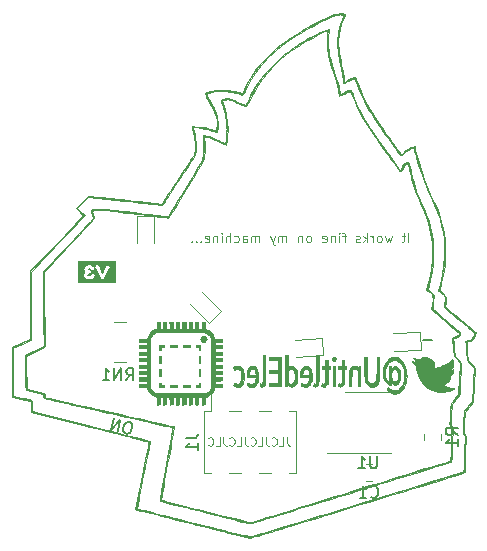
<source format=gbr>
G04 #@! TF.GenerationSoftware,KiCad,Pcbnew,(5.99.0-9526-g5c17ff0595)*
G04 #@! TF.CreationDate,2021-07-11T20:16:45-05:00*
G04 #@! TF.ProjectId,dumpsterFire,64756d70-7374-4657-9246-6972652e6b69,rev?*
G04 #@! TF.SameCoordinates,Original*
G04 #@! TF.FileFunction,Legend,Bot*
G04 #@! TF.FilePolarity,Positive*
%FSLAX46Y46*%
G04 Gerber Fmt 4.6, Leading zero omitted, Abs format (unit mm)*
G04 Created by KiCad (PCBNEW (5.99.0-9526-g5c17ff0595)) date 2021-07-11 20:16:45*
%MOMM*%
%LPD*%
G01*
G04 APERTURE LIST*
%ADD10C,0.150000*%
%ADD11C,0.100000*%
%ADD12C,0.010000*%
%ADD13C,0.120000*%
G04 APERTURE END LIST*
D10*
X162483213Y-105758090D02*
X161721772Y-105784680D01*
X136933140Y-112718408D02*
X136748322Y-112672328D01*
X136644392Y-112695492D01*
X136528943Y-112764861D01*
X136436658Y-112938159D01*
X136356018Y-113261591D01*
X136356142Y-113457930D01*
X136425511Y-113573379D01*
X136506400Y-113642624D01*
X136691218Y-113688704D01*
X136795147Y-113665540D01*
X136910596Y-113596171D01*
X137002881Y-113422873D01*
X137083522Y-113099441D01*
X137083398Y-112903102D01*
X137014029Y-112787653D01*
X136933140Y-112718408D01*
X135859536Y-113481342D02*
X136101458Y-112511047D01*
X135305081Y-113343101D01*
X135547003Y-112372806D01*
D11*
X160480952Y-97461904D02*
X160480952Y-96661904D01*
X160214285Y-96928571D02*
X159909523Y-96928571D01*
X160100000Y-96661904D02*
X160100000Y-97347619D01*
X160061904Y-97423809D01*
X159985714Y-97461904D01*
X159909523Y-97461904D01*
X159109523Y-96928571D02*
X158957142Y-97461904D01*
X158804761Y-97080952D01*
X158652380Y-97461904D01*
X158500000Y-96928571D01*
X158080952Y-97461904D02*
X158157142Y-97423809D01*
X158195238Y-97385714D01*
X158233333Y-97309523D01*
X158233333Y-97080952D01*
X158195238Y-97004761D01*
X158157142Y-96966666D01*
X158080952Y-96928571D01*
X157966666Y-96928571D01*
X157890476Y-96966666D01*
X157852380Y-97004761D01*
X157814285Y-97080952D01*
X157814285Y-97309523D01*
X157852380Y-97385714D01*
X157890476Y-97423809D01*
X157966666Y-97461904D01*
X158080952Y-97461904D01*
X157471428Y-97461904D02*
X157471428Y-96928571D01*
X157471428Y-97080952D02*
X157433333Y-97004761D01*
X157395238Y-96966666D01*
X157319047Y-96928571D01*
X157242857Y-96928571D01*
X156976190Y-97461904D02*
X156976190Y-96661904D01*
X156900000Y-97157142D02*
X156671428Y-97461904D01*
X156671428Y-96928571D02*
X156976190Y-97233333D01*
X156366666Y-97423809D02*
X156290476Y-97461904D01*
X156138095Y-97461904D01*
X156061904Y-97423809D01*
X156023809Y-97347619D01*
X156023809Y-97309523D01*
X156061904Y-97233333D01*
X156138095Y-97195238D01*
X156252380Y-97195238D01*
X156328571Y-97157142D01*
X156366666Y-97080952D01*
X156366666Y-97042857D01*
X156328571Y-96966666D01*
X156252380Y-96928571D01*
X156138095Y-96928571D01*
X156061904Y-96966666D01*
X155185714Y-96928571D02*
X154880952Y-96928571D01*
X155071428Y-97461904D02*
X155071428Y-96776190D01*
X155033333Y-96700000D01*
X154957142Y-96661904D01*
X154880952Y-96661904D01*
X154614285Y-97461904D02*
X154614285Y-96928571D01*
X154614285Y-96661904D02*
X154652380Y-96700000D01*
X154614285Y-96738095D01*
X154576190Y-96700000D01*
X154614285Y-96661904D01*
X154614285Y-96738095D01*
X154233333Y-96928571D02*
X154233333Y-97461904D01*
X154233333Y-97004761D02*
X154195238Y-96966666D01*
X154119047Y-96928571D01*
X154004761Y-96928571D01*
X153928571Y-96966666D01*
X153890476Y-97042857D01*
X153890476Y-97461904D01*
X153204761Y-97423809D02*
X153280952Y-97461904D01*
X153433333Y-97461904D01*
X153509523Y-97423809D01*
X153547619Y-97347619D01*
X153547619Y-97042857D01*
X153509523Y-96966666D01*
X153433333Y-96928571D01*
X153280952Y-96928571D01*
X153204761Y-96966666D01*
X153166666Y-97042857D01*
X153166666Y-97119047D01*
X153547619Y-97195238D01*
X152100000Y-97461904D02*
X152176190Y-97423809D01*
X152214285Y-97385714D01*
X152252380Y-97309523D01*
X152252380Y-97080952D01*
X152214285Y-97004761D01*
X152176190Y-96966666D01*
X152100000Y-96928571D01*
X151985714Y-96928571D01*
X151909523Y-96966666D01*
X151871428Y-97004761D01*
X151833333Y-97080952D01*
X151833333Y-97309523D01*
X151871428Y-97385714D01*
X151909523Y-97423809D01*
X151985714Y-97461904D01*
X152100000Y-97461904D01*
X151490476Y-96928571D02*
X151490476Y-97461904D01*
X151490476Y-97004761D02*
X151452380Y-96966666D01*
X151376190Y-96928571D01*
X151261904Y-96928571D01*
X151185714Y-96966666D01*
X151147619Y-97042857D01*
X151147619Y-97461904D01*
X150157142Y-97461904D02*
X150157142Y-96928571D01*
X150157142Y-97004761D02*
X150119047Y-96966666D01*
X150042857Y-96928571D01*
X149928571Y-96928571D01*
X149852380Y-96966666D01*
X149814285Y-97042857D01*
X149814285Y-97461904D01*
X149814285Y-97042857D02*
X149776190Y-96966666D01*
X149700000Y-96928571D01*
X149585714Y-96928571D01*
X149509523Y-96966666D01*
X149471428Y-97042857D01*
X149471428Y-97461904D01*
X149166666Y-96928571D02*
X148976190Y-97461904D01*
X148785714Y-96928571D02*
X148976190Y-97461904D01*
X149052380Y-97652380D01*
X149090476Y-97690476D01*
X149166666Y-97728571D01*
X147871428Y-97461904D02*
X147871428Y-96928571D01*
X147871428Y-97004761D02*
X147833333Y-96966666D01*
X147757142Y-96928571D01*
X147642857Y-96928571D01*
X147566666Y-96966666D01*
X147528571Y-97042857D01*
X147528571Y-97461904D01*
X147528571Y-97042857D02*
X147490476Y-96966666D01*
X147414285Y-96928571D01*
X147300000Y-96928571D01*
X147223809Y-96966666D01*
X147185714Y-97042857D01*
X147185714Y-97461904D01*
X146461904Y-97461904D02*
X146461904Y-97042857D01*
X146500000Y-96966666D01*
X146576190Y-96928571D01*
X146728571Y-96928571D01*
X146804761Y-96966666D01*
X146461904Y-97423809D02*
X146538095Y-97461904D01*
X146728571Y-97461904D01*
X146804761Y-97423809D01*
X146842857Y-97347619D01*
X146842857Y-97271428D01*
X146804761Y-97195238D01*
X146728571Y-97157142D01*
X146538095Y-97157142D01*
X146461904Y-97119047D01*
X145738095Y-97423809D02*
X145814285Y-97461904D01*
X145966666Y-97461904D01*
X146042857Y-97423809D01*
X146080952Y-97385714D01*
X146119047Y-97309523D01*
X146119047Y-97080952D01*
X146080952Y-97004761D01*
X146042857Y-96966666D01*
X145966666Y-96928571D01*
X145814285Y-96928571D01*
X145738095Y-96966666D01*
X145395238Y-97461904D02*
X145395238Y-96661904D01*
X145052380Y-97461904D02*
X145052380Y-97042857D01*
X145090476Y-96966666D01*
X145166666Y-96928571D01*
X145280952Y-96928571D01*
X145357142Y-96966666D01*
X145395238Y-97004761D01*
X144671428Y-97461904D02*
X144671428Y-96928571D01*
X144671428Y-96661904D02*
X144709523Y-96700000D01*
X144671428Y-96738095D01*
X144633333Y-96700000D01*
X144671428Y-96661904D01*
X144671428Y-96738095D01*
X144290476Y-96928571D02*
X144290476Y-97461904D01*
X144290476Y-97004761D02*
X144252380Y-96966666D01*
X144176190Y-96928571D01*
X144061904Y-96928571D01*
X143985714Y-96966666D01*
X143947619Y-97042857D01*
X143947619Y-97461904D01*
X143261904Y-97423809D02*
X143338095Y-97461904D01*
X143490476Y-97461904D01*
X143566666Y-97423809D01*
X143604761Y-97347619D01*
X143604761Y-97042857D01*
X143566666Y-96966666D01*
X143490476Y-96928571D01*
X143338095Y-96928571D01*
X143261904Y-96966666D01*
X143223809Y-97042857D01*
X143223809Y-97119047D01*
X143604761Y-97195238D01*
X142880952Y-97385714D02*
X142842857Y-97423809D01*
X142880952Y-97461904D01*
X142919047Y-97423809D01*
X142880952Y-97385714D01*
X142880952Y-97461904D01*
X142500000Y-97385714D02*
X142461904Y-97423809D01*
X142500000Y-97461904D01*
X142538095Y-97423809D01*
X142500000Y-97385714D01*
X142500000Y-97461904D01*
X142119047Y-97385714D02*
X142080952Y-97423809D01*
X142119047Y-97461904D01*
X142157142Y-97423809D01*
X142119047Y-97385714D01*
X142119047Y-97461904D01*
X150223333Y-113996666D02*
X150223333Y-114496666D01*
X150256666Y-114596666D01*
X150323333Y-114663333D01*
X150423333Y-114696666D01*
X150490000Y-114696666D01*
X149556666Y-114696666D02*
X149890000Y-114696666D01*
X149890000Y-113996666D01*
X148923333Y-114630000D02*
X148956666Y-114663333D01*
X149056666Y-114696666D01*
X149123333Y-114696666D01*
X149223333Y-114663333D01*
X149290000Y-114596666D01*
X149323333Y-114530000D01*
X149356666Y-114396666D01*
X149356666Y-114296666D01*
X149323333Y-114163333D01*
X149290000Y-114096666D01*
X149223333Y-114030000D01*
X149123333Y-113996666D01*
X149056666Y-113996666D01*
X148956666Y-114030000D01*
X148923333Y-114063333D01*
X148423333Y-113996666D02*
X148423333Y-114496666D01*
X148456666Y-114596666D01*
X148523333Y-114663333D01*
X148623333Y-114696666D01*
X148690000Y-114696666D01*
X147756666Y-114696666D02*
X148090000Y-114696666D01*
X148090000Y-113996666D01*
X147123333Y-114630000D02*
X147156666Y-114663333D01*
X147256666Y-114696666D01*
X147323333Y-114696666D01*
X147423333Y-114663333D01*
X147490000Y-114596666D01*
X147523333Y-114530000D01*
X147556666Y-114396666D01*
X147556666Y-114296666D01*
X147523333Y-114163333D01*
X147490000Y-114096666D01*
X147423333Y-114030000D01*
X147323333Y-113996666D01*
X147256666Y-113996666D01*
X147156666Y-114030000D01*
X147123333Y-114063333D01*
X146623333Y-113996666D02*
X146623333Y-114496666D01*
X146656666Y-114596666D01*
X146723333Y-114663333D01*
X146823333Y-114696666D01*
X146890000Y-114696666D01*
X145956666Y-114696666D02*
X146290000Y-114696666D01*
X146290000Y-113996666D01*
X145323333Y-114630000D02*
X145356666Y-114663333D01*
X145456666Y-114696666D01*
X145523333Y-114696666D01*
X145623333Y-114663333D01*
X145690000Y-114596666D01*
X145723333Y-114530000D01*
X145756666Y-114396666D01*
X145756666Y-114296666D01*
X145723333Y-114163333D01*
X145690000Y-114096666D01*
X145623333Y-114030000D01*
X145523333Y-113996666D01*
X145456666Y-113996666D01*
X145356666Y-114030000D01*
X145323333Y-114063333D01*
X144823333Y-113996666D02*
X144823333Y-114496666D01*
X144856666Y-114596666D01*
X144923333Y-114663333D01*
X145023333Y-114696666D01*
X145090000Y-114696666D01*
X144156666Y-114696666D02*
X144490000Y-114696666D01*
X144490000Y-113996666D01*
X143523333Y-114630000D02*
X143556666Y-114663333D01*
X143656666Y-114696666D01*
X143723333Y-114696666D01*
X143823333Y-114663333D01*
X143890000Y-114596666D01*
X143923333Y-114530000D01*
X143956666Y-114396666D01*
X143956666Y-114296666D01*
X143923333Y-114163333D01*
X143890000Y-114096666D01*
X143823333Y-114030000D01*
X143723333Y-113996666D01*
X143656666Y-113996666D01*
X143556666Y-114030000D01*
X143523333Y-114063333D01*
D10*
X141632380Y-114061666D02*
X142346666Y-114061666D01*
X142489523Y-114014047D01*
X142584761Y-113918809D01*
X142632380Y-113775952D01*
X142632380Y-113680714D01*
X142632380Y-115061666D02*
X142632380Y-114490238D01*
X142632380Y-114775952D02*
X141632380Y-114775952D01*
X141775238Y-114680714D01*
X141870476Y-114585476D01*
X141918095Y-114490238D01*
X136590476Y-109152380D02*
X136923809Y-108676190D01*
X137161904Y-109152380D02*
X137161904Y-108152380D01*
X136780952Y-108152380D01*
X136685714Y-108200000D01*
X136638095Y-108247619D01*
X136590476Y-108342857D01*
X136590476Y-108485714D01*
X136638095Y-108580952D01*
X136685714Y-108628571D01*
X136780952Y-108676190D01*
X137161904Y-108676190D01*
X136161904Y-109152380D02*
X136161904Y-108152380D01*
X135590476Y-109152380D01*
X135590476Y-108152380D01*
X134590476Y-109152380D02*
X135161904Y-109152380D01*
X134876190Y-109152380D02*
X134876190Y-108152380D01*
X134971428Y-108295238D01*
X135066666Y-108390476D01*
X135161904Y-108438095D01*
X157304166Y-119007142D02*
X157351785Y-119054761D01*
X157494642Y-119102380D01*
X157589880Y-119102380D01*
X157732738Y-119054761D01*
X157827976Y-118959523D01*
X157875595Y-118864285D01*
X157923214Y-118673809D01*
X157923214Y-118530952D01*
X157875595Y-118340476D01*
X157827976Y-118245238D01*
X157732738Y-118150000D01*
X157589880Y-118102380D01*
X157494642Y-118102380D01*
X157351785Y-118150000D01*
X157304166Y-118197619D01*
X156351785Y-119102380D02*
X156923214Y-119102380D01*
X156637500Y-119102380D02*
X156637500Y-118102380D01*
X156732738Y-118245238D01*
X156827976Y-118340476D01*
X156923214Y-118388095D01*
X164652380Y-113770833D02*
X164176190Y-113437500D01*
X164652380Y-113199404D02*
X163652380Y-113199404D01*
X163652380Y-113580357D01*
X163700000Y-113675595D01*
X163747619Y-113723214D01*
X163842857Y-113770833D01*
X163985714Y-113770833D01*
X164080952Y-113723214D01*
X164128571Y-113675595D01*
X164176190Y-113580357D01*
X164176190Y-113199404D01*
X164652380Y-114723214D02*
X164652380Y-114151785D01*
X164652380Y-114437500D02*
X163652380Y-114437500D01*
X163795238Y-114342261D01*
X163890476Y-114247023D01*
X163938095Y-114151785D01*
X157811904Y-115602380D02*
X157811904Y-116411904D01*
X157764285Y-116507142D01*
X157716666Y-116554761D01*
X157621428Y-116602380D01*
X157430952Y-116602380D01*
X157335714Y-116554761D01*
X157288095Y-116507142D01*
X157240476Y-116411904D01*
X157240476Y-115602380D01*
X156240476Y-116602380D02*
X156811904Y-116602380D01*
X156526190Y-116602380D02*
X156526190Y-115602380D01*
X156621428Y-115745238D01*
X156716666Y-115840476D01*
X156811904Y-115888095D01*
G36*
X135684986Y-100931598D02*
G01*
X132515014Y-100931598D01*
X132515014Y-100210344D01*
X133027644Y-100210344D01*
X133041755Y-100316971D01*
X133084088Y-100410369D01*
X133154644Y-100490538D01*
X133246542Y-100551833D01*
X133352905Y-100588610D01*
X133473731Y-100600869D01*
X133593676Y-100588522D01*
X133699509Y-100551480D01*
X133791231Y-100489744D01*
X133836078Y-100440134D01*
X133875369Y-100377031D01*
X133892831Y-100335756D01*
X133896006Y-100319881D01*
X133913469Y-100234156D01*
X133874575Y-100165100D01*
X133757894Y-100142081D01*
X133673756Y-100157956D01*
X133626131Y-100240506D01*
X133538819Y-100316706D01*
X133472144Y-100326231D01*
X133399119Y-100317698D01*
X133348319Y-100292100D01*
X133308631Y-100215106D01*
X133347525Y-100139700D01*
X133439600Y-100107156D01*
X133511831Y-100103981D01*
X133553106Y-100088106D01*
X133585253Y-100047228D01*
X133595969Y-99965869D01*
X133581284Y-99877366D01*
X133537231Y-99834106D01*
X133454681Y-99826169D01*
X133364194Y-99810691D01*
X133334031Y-99764256D01*
X133365781Y-99700756D01*
X133453887Y-99670594D01*
X133543581Y-99689644D01*
X133584856Y-99727744D01*
X133594381Y-99746794D01*
X133638831Y-99806325D01*
X133699156Y-99826169D01*
X133786469Y-99797594D01*
X133846000Y-99747984D01*
X133865844Y-99691231D01*
X133829331Y-99583281D01*
X133796069Y-99535656D01*
X133976969Y-99535656D01*
X134000781Y-99611856D01*
X134438931Y-100500856D01*
X134492113Y-100557213D01*
X134565931Y-100578644D01*
X134581806Y-100578644D01*
X134657213Y-100557213D01*
X134710394Y-100500856D01*
X135148544Y-99611856D01*
X135172356Y-99535656D01*
X135148941Y-99482475D01*
X135078694Y-99434056D01*
X134998525Y-99407069D01*
X134956456Y-99413419D01*
X134929469Y-99435644D01*
X134903275Y-99477712D01*
X134882042Y-99522162D01*
X134842156Y-99609475D01*
X134791158Y-99721592D01*
X134736588Y-99840456D01*
X134681819Y-99959320D01*
X134630225Y-100071438D01*
X134591133Y-100156170D01*
X134573869Y-100192881D01*
X134256369Y-99497556D01*
X134234144Y-99449931D01*
X134164294Y-99407069D01*
X134070631Y-99434056D01*
X134000384Y-99482475D01*
X133976969Y-99535656D01*
X133796069Y-99535656D01*
X133794406Y-99533275D01*
X133728525Y-99470569D01*
X133623750Y-99421356D01*
X133552511Y-99404687D01*
X133473731Y-99399131D01*
X133352728Y-99411478D01*
X133250070Y-99448520D01*
X133165756Y-99510256D01*
X133103138Y-99587426D01*
X133065567Y-99670770D01*
X133053044Y-99760287D01*
X133066802Y-99844337D01*
X133108077Y-99911276D01*
X133176869Y-99961106D01*
X133176869Y-99972219D01*
X133130037Y-100006350D01*
X133080031Y-100057944D01*
X133040741Y-100129381D01*
X133027644Y-100210344D01*
X132515014Y-100210344D01*
X132515014Y-99068402D01*
X135684986Y-99068402D01*
X135684986Y-100931598D01*
G37*
D12*
X142996976Y-105429757D02*
X142926122Y-105486848D01*
X142926122Y-105486848D02*
X142878201Y-105566508D01*
X142878201Y-105566508D02*
X142861583Y-105659088D01*
X142861583Y-105659088D02*
X142877699Y-105773849D01*
X142877699Y-105773849D02*
X142924892Y-105860596D01*
X142924892Y-105860596D02*
X143001431Y-105917541D01*
X143001431Y-105917541D02*
X143105584Y-105942898D01*
X143105584Y-105942898D02*
X143137816Y-105944098D01*
X143137816Y-105944098D02*
X143203386Y-105937102D01*
X143203386Y-105937102D02*
X143255786Y-105909934D01*
X143255786Y-105909934D02*
X143295947Y-105873800D01*
X143295947Y-105873800D02*
X143358242Y-105785598D01*
X143358242Y-105785598D02*
X143384181Y-105688355D01*
X143384181Y-105688355D02*
X143374445Y-105591024D01*
X143374445Y-105591024D02*
X143329712Y-105502554D01*
X143329712Y-105502554D02*
X143262998Y-105439857D01*
X143262998Y-105439857D02*
X143173830Y-105401666D01*
X143173830Y-105401666D02*
X143082351Y-105399831D01*
X143082351Y-105399831D02*
X142996976Y-105429757D01*
X142996976Y-105429757D02*
X142996976Y-105429757D01*
G36*
X143173830Y-105401666D02*
G01*
X143262998Y-105439857D01*
X143329712Y-105502554D01*
X143374445Y-105591024D01*
X143384181Y-105688355D01*
X143358242Y-105785598D01*
X143295947Y-105873800D01*
X143255786Y-105909934D01*
X143203386Y-105937102D01*
X143137816Y-105944098D01*
X143105584Y-105942898D01*
X143001431Y-105917541D01*
X142924892Y-105860596D01*
X142877699Y-105773849D01*
X142861583Y-105659088D01*
X142878201Y-105566508D01*
X142926122Y-105486848D01*
X142996976Y-105429757D01*
X143082351Y-105399831D01*
X143173830Y-105401666D01*
G37*
X143173830Y-105401666D02*
X143262998Y-105439857D01*
X143329712Y-105502554D01*
X143374445Y-105591024D01*
X143384181Y-105688355D01*
X143358242Y-105785598D01*
X143295947Y-105873800D01*
X143255786Y-105909934D01*
X143203386Y-105937102D01*
X143137816Y-105944098D01*
X143105584Y-105942898D01*
X143001431Y-105917541D01*
X142924892Y-105860596D01*
X142877699Y-105773849D01*
X142861583Y-105659088D01*
X142878201Y-105566508D01*
X142926122Y-105486848D01*
X142996976Y-105429757D01*
X143082351Y-105399831D01*
X143173830Y-105401666D01*
X140279250Y-106346264D02*
X140850750Y-106346264D01*
X140850750Y-106346264D02*
X140850750Y-106198098D01*
X140850750Y-106198098D02*
X140279250Y-106198098D01*
X140279250Y-106198098D02*
X140279250Y-106346264D01*
X140279250Y-106346264D02*
X140279250Y-106346264D01*
G36*
X140850750Y-106346264D02*
G01*
X140279250Y-106346264D01*
X140279250Y-106198098D01*
X140850750Y-106198098D01*
X140850750Y-106346264D01*
G37*
X140850750Y-106346264D02*
X140279250Y-106346264D01*
X140279250Y-106198098D01*
X140850750Y-106198098D01*
X140850750Y-106346264D01*
X141401083Y-106346264D02*
X141972583Y-106346264D01*
X141972583Y-106346264D02*
X141972583Y-106198098D01*
X141972583Y-106198098D02*
X141401083Y-106198098D01*
X141401083Y-106198098D02*
X141401083Y-106346264D01*
X141401083Y-106346264D02*
X141401083Y-106346264D01*
G36*
X141972583Y-106346264D02*
G01*
X141401083Y-106346264D01*
X141401083Y-106198098D01*
X141972583Y-106198098D01*
X141972583Y-106346264D01*
G37*
X141972583Y-106346264D02*
X141401083Y-106346264D01*
X141401083Y-106198098D01*
X141972583Y-106198098D01*
X141972583Y-106346264D01*
X139390250Y-106557931D02*
X139538417Y-106557931D01*
X139538417Y-106557931D02*
X139538417Y-106346264D01*
X139538417Y-106346264D02*
X139750083Y-106346264D01*
X139750083Y-106346264D02*
X139750083Y-106198098D01*
X139750083Y-106198098D02*
X139390250Y-106198098D01*
X139390250Y-106198098D02*
X139390250Y-106557931D01*
X139390250Y-106557931D02*
X139390250Y-106557931D01*
G36*
X139750083Y-106346264D02*
G01*
X139538417Y-106346264D01*
X139538417Y-106557931D01*
X139390250Y-106557931D01*
X139390250Y-106198098D01*
X139750083Y-106198098D01*
X139750083Y-106346264D01*
G37*
X139750083Y-106346264D02*
X139538417Y-106346264D01*
X139538417Y-106557931D01*
X139390250Y-106557931D01*
X139390250Y-106198098D01*
X139750083Y-106198098D01*
X139750083Y-106346264D01*
X142501750Y-106346264D02*
X142734583Y-106346264D01*
X142734583Y-106346264D02*
X142734583Y-106452098D01*
X142734583Y-106452098D02*
X142735971Y-106514748D01*
X142735971Y-106514748D02*
X142744501Y-106545990D01*
X142744501Y-106545990D02*
X142766726Y-106556742D01*
X142766726Y-106556742D02*
X142798083Y-106557931D01*
X142798083Y-106557931D02*
X142861583Y-106557931D01*
X142861583Y-106557931D02*
X142861583Y-106198098D01*
X142861583Y-106198098D02*
X142501750Y-106198098D01*
X142501750Y-106198098D02*
X142501750Y-106346264D01*
X142501750Y-106346264D02*
X142501750Y-106346264D01*
G36*
X142861583Y-106557931D02*
G01*
X142798083Y-106557931D01*
X142766726Y-106556742D01*
X142744501Y-106545990D01*
X142735971Y-106514748D01*
X142734583Y-106452098D01*
X142734583Y-106346264D01*
X142501750Y-106346264D01*
X142501750Y-106198098D01*
X142861583Y-106198098D01*
X142861583Y-106557931D01*
G37*
X142861583Y-106557931D02*
X142798083Y-106557931D01*
X142766726Y-106556742D01*
X142744501Y-106545990D01*
X142735971Y-106514748D01*
X142734583Y-106452098D01*
X142734583Y-106346264D01*
X142501750Y-106346264D01*
X142501750Y-106198098D01*
X142861583Y-106198098D01*
X142861583Y-106557931D01*
X139390250Y-107679764D02*
X139538417Y-107679764D01*
X139538417Y-107679764D02*
X139538417Y-107108264D01*
X139538417Y-107108264D02*
X139390250Y-107108264D01*
X139390250Y-107108264D02*
X139390250Y-107679764D01*
X139390250Y-107679764D02*
X139390250Y-107679764D01*
G36*
X139538417Y-107679764D02*
G01*
X139390250Y-107679764D01*
X139390250Y-107108264D01*
X139538417Y-107108264D01*
X139538417Y-107679764D01*
G37*
X139538417Y-107679764D02*
X139390250Y-107679764D01*
X139390250Y-107108264D01*
X139538417Y-107108264D01*
X139538417Y-107679764D01*
X142734583Y-107679764D02*
X142861583Y-107679764D01*
X142861583Y-107679764D02*
X142861583Y-107108264D01*
X142861583Y-107108264D02*
X142734583Y-107108264D01*
X142734583Y-107108264D02*
X142734583Y-107679764D01*
X142734583Y-107679764D02*
X142734583Y-107679764D01*
G36*
X142861583Y-107679764D02*
G01*
X142734583Y-107679764D01*
X142734583Y-107108264D01*
X142861583Y-107108264D01*
X142861583Y-107679764D01*
G37*
X142861583Y-107679764D02*
X142734583Y-107679764D01*
X142734583Y-107108264D01*
X142861583Y-107108264D01*
X142861583Y-107679764D01*
X139390250Y-108801598D02*
X139538417Y-108801598D01*
X139538417Y-108801598D02*
X139538417Y-108230098D01*
X139538417Y-108230098D02*
X139390250Y-108230098D01*
X139390250Y-108230098D02*
X139390250Y-108801598D01*
X139390250Y-108801598D02*
X139390250Y-108801598D01*
G36*
X139538417Y-108801598D02*
G01*
X139390250Y-108801598D01*
X139390250Y-108230098D01*
X139538417Y-108230098D01*
X139538417Y-108801598D01*
G37*
X139538417Y-108801598D02*
X139390250Y-108801598D01*
X139390250Y-108230098D01*
X139538417Y-108230098D01*
X139538417Y-108801598D01*
X142734583Y-108801598D02*
X142861583Y-108801598D01*
X142861583Y-108801598D02*
X142861583Y-108230098D01*
X142861583Y-108230098D02*
X142734583Y-108230098D01*
X142734583Y-108230098D02*
X142734583Y-108801598D01*
X142734583Y-108801598D02*
X142734583Y-108801598D01*
G36*
X142861583Y-108801598D02*
G01*
X142734583Y-108801598D01*
X142734583Y-108230098D01*
X142861583Y-108230098D01*
X142861583Y-108801598D01*
G37*
X142861583Y-108801598D02*
X142734583Y-108801598D01*
X142734583Y-108230098D01*
X142861583Y-108230098D01*
X142861583Y-108801598D01*
X139390250Y-109711764D02*
X139750083Y-109711764D01*
X139750083Y-109711764D02*
X139750083Y-109563598D01*
X139750083Y-109563598D02*
X139538417Y-109563598D01*
X139538417Y-109563598D02*
X139538417Y-109351931D01*
X139538417Y-109351931D02*
X139390250Y-109351931D01*
X139390250Y-109351931D02*
X139390250Y-109711764D01*
X139390250Y-109711764D02*
X139390250Y-109711764D01*
G36*
X139538417Y-109563598D02*
G01*
X139750083Y-109563598D01*
X139750083Y-109711764D01*
X139390250Y-109711764D01*
X139390250Y-109351931D01*
X139538417Y-109351931D01*
X139538417Y-109563598D01*
G37*
X139538417Y-109563598D02*
X139750083Y-109563598D01*
X139750083Y-109711764D01*
X139390250Y-109711764D01*
X139390250Y-109351931D01*
X139538417Y-109351931D01*
X139538417Y-109563598D01*
X140279250Y-109711764D02*
X140850750Y-109711764D01*
X140850750Y-109711764D02*
X140850750Y-109563598D01*
X140850750Y-109563598D02*
X140279250Y-109563598D01*
X140279250Y-109563598D02*
X140279250Y-109711764D01*
X140279250Y-109711764D02*
X140279250Y-109711764D01*
G36*
X140850750Y-109711764D02*
G01*
X140279250Y-109711764D01*
X140279250Y-109563598D01*
X140850750Y-109563598D01*
X140850750Y-109711764D01*
G37*
X140850750Y-109711764D02*
X140279250Y-109711764D01*
X140279250Y-109563598D01*
X140850750Y-109563598D01*
X140850750Y-109711764D01*
X141401083Y-109711764D02*
X141972583Y-109711764D01*
X141972583Y-109711764D02*
X141972583Y-109563598D01*
X141972583Y-109563598D02*
X141401083Y-109563598D01*
X141401083Y-109563598D02*
X141401083Y-109711764D01*
X141401083Y-109711764D02*
X141401083Y-109711764D01*
G36*
X141972583Y-109711764D02*
G01*
X141401083Y-109711764D01*
X141401083Y-109563598D01*
X141972583Y-109563598D01*
X141972583Y-109711764D01*
G37*
X141972583Y-109711764D02*
X141401083Y-109711764D01*
X141401083Y-109563598D01*
X141972583Y-109563598D01*
X141972583Y-109711764D01*
X142760493Y-109354243D02*
X142741748Y-109368460D01*
X142741748Y-109368460D02*
X142735297Y-109405501D01*
X142735297Y-109405501D02*
X142734583Y-109457764D01*
X142734583Y-109457764D02*
X142734583Y-109563598D01*
X142734583Y-109563598D02*
X142501750Y-109563598D01*
X142501750Y-109563598D02*
X142501750Y-109711764D01*
X142501750Y-109711764D02*
X142861583Y-109711764D01*
X142861583Y-109711764D02*
X142861583Y-109351931D01*
X142861583Y-109351931D02*
X142798083Y-109351931D01*
X142798083Y-109351931D02*
X142760493Y-109354243D01*
X142760493Y-109354243D02*
X142760493Y-109354243D01*
G36*
X142861583Y-109711764D02*
G01*
X142501750Y-109711764D01*
X142501750Y-109563598D01*
X142734583Y-109563598D01*
X142734583Y-109457764D01*
X142735297Y-109405501D01*
X142741748Y-109368460D01*
X142760493Y-109354243D01*
X142798083Y-109351931D01*
X142861583Y-109351931D01*
X142861583Y-109711764D01*
G37*
X142861583Y-109711764D02*
X142501750Y-109711764D01*
X142501750Y-109563598D01*
X142734583Y-109563598D01*
X142734583Y-109457764D01*
X142735297Y-109405501D01*
X142741748Y-109368460D01*
X142760493Y-109354243D01*
X142798083Y-109351931D01*
X142861583Y-109351931D01*
X142861583Y-109711764D01*
X140376733Y-104191625D02*
X140247500Y-104197848D01*
X140247500Y-104197848D02*
X140255306Y-104499473D01*
X140255306Y-104499473D02*
X140263111Y-104801098D01*
X140263111Y-104801098D02*
X139982917Y-104801098D01*
X139982917Y-104801098D02*
X139982917Y-104187264D01*
X139982917Y-104187264D02*
X139707750Y-104187264D01*
X139707750Y-104187264D02*
X139707750Y-104801098D01*
X139707750Y-104801098D02*
X139432583Y-104801098D01*
X139432583Y-104801098D02*
X139432583Y-104187264D01*
X139432583Y-104187264D02*
X139157417Y-104187264D01*
X139157417Y-104187264D02*
X139157417Y-104815324D01*
X139157417Y-104815324D02*
X139033481Y-104849781D01*
X139033481Y-104849781D02*
X138869780Y-104916105D01*
X138869780Y-104916105D02*
X138717236Y-105017650D01*
X138717236Y-105017650D02*
X138582904Y-105147499D01*
X138582904Y-105147499D02*
X138473840Y-105298739D01*
X138473840Y-105298739D02*
X138397100Y-105464454D01*
X138397100Y-105464454D02*
X138392693Y-105477742D01*
X138392693Y-105477742D02*
X138344751Y-105626597D01*
X138344751Y-105626597D02*
X138020834Y-105626597D01*
X138020834Y-105626597D02*
X137696917Y-105626598D01*
X137696917Y-105626598D02*
X137696917Y-105901764D01*
X137696917Y-105901764D02*
X138331917Y-105901764D01*
X138331917Y-105901764D02*
X138331917Y-106176931D01*
X138331917Y-106176931D02*
X137696917Y-106176931D01*
X137696917Y-106176931D02*
X137696917Y-106452098D01*
X137696917Y-106452098D02*
X138331917Y-106452098D01*
X138331917Y-106452098D02*
X138331917Y-106727264D01*
X138331917Y-106727264D02*
X137696917Y-106727264D01*
X137696917Y-106727264D02*
X137696917Y-107002431D01*
X137696917Y-107002431D02*
X138331917Y-107002431D01*
X138331917Y-107002431D02*
X138331917Y-107277598D01*
X138331917Y-107277598D02*
X137696917Y-107277598D01*
X137696917Y-107277598D02*
X137696917Y-107552764D01*
X137696917Y-107552764D02*
X138331917Y-107552764D01*
X138331917Y-107552764D02*
X138331917Y-107827931D01*
X138331917Y-107827931D02*
X137696917Y-107827931D01*
X137696917Y-107827931D02*
X137696917Y-108103098D01*
X137696917Y-108103098D02*
X138331917Y-108103098D01*
X138331917Y-108103098D02*
X138331917Y-108378264D01*
X138331917Y-108378264D02*
X137696917Y-108378264D01*
X137696917Y-108378264D02*
X137696917Y-108653431D01*
X137696917Y-108653431D02*
X138331917Y-108653431D01*
X138331917Y-108653431D02*
X138331917Y-108907431D01*
X138331917Y-108907431D02*
X137696917Y-108907431D01*
X137696917Y-108907431D02*
X137696917Y-109210374D01*
X137696917Y-109210374D02*
X138014417Y-109196631D01*
X138014417Y-109196631D02*
X138331917Y-109182889D01*
X138331917Y-109182889D02*
X138331917Y-109457764D01*
X138331917Y-109457764D02*
X137696917Y-109457764D01*
X137696917Y-109457764D02*
X137696917Y-109732931D01*
X137696917Y-109732931D02*
X138348058Y-109732931D01*
X138348058Y-109732931D02*
X138373348Y-109833473D01*
X138373348Y-109833473D02*
X138438033Y-110007422D01*
X138438033Y-110007422D02*
X138538177Y-110168569D01*
X138538177Y-110168569D02*
X138667380Y-110310437D01*
X138667380Y-110310437D02*
X138819242Y-110426546D01*
X138819242Y-110426546D02*
X138987363Y-110510418D01*
X138987363Y-110510418D02*
X139067458Y-110536140D01*
X139067458Y-110536140D02*
X139157417Y-110560063D01*
X139157417Y-110560063D02*
X139157417Y-111214598D01*
X139157417Y-111214598D02*
X139247375Y-111214308D01*
X139247375Y-111214308D02*
X139316486Y-111213981D01*
X139316486Y-111213981D02*
X139365868Y-111209455D01*
X139365868Y-111209455D02*
X139398830Y-111194644D01*
X139398830Y-111194644D02*
X139418677Y-111163462D01*
X139418677Y-111163462D02*
X139428718Y-111109823D01*
X139428718Y-111109823D02*
X139432259Y-111027641D01*
X139432259Y-111027641D02*
X139432608Y-110910830D01*
X139432608Y-110910830D02*
X139432583Y-110873462D01*
X139432583Y-110873462D02*
X139432583Y-110558431D01*
X139432583Y-110558431D02*
X139707750Y-110558431D01*
X139707750Y-110558431D02*
X139707750Y-111214598D01*
X139707750Y-111214598D02*
X139779188Y-111214598D01*
X139779188Y-111214598D02*
X139852857Y-111210340D01*
X139852857Y-111210340D02*
X139916771Y-111201368D01*
X139916771Y-111201368D02*
X139982917Y-111188139D01*
X139982917Y-111188139D02*
X139982917Y-110558431D01*
X139982917Y-110558431D02*
X140231163Y-110558431D01*
X140231163Y-110558431D02*
X140244623Y-110656635D01*
X140244623Y-110656635D02*
X140250318Y-110719904D01*
X140250318Y-110719904D02*
X140254820Y-110811251D01*
X140254820Y-110811251D02*
X140257543Y-110916425D01*
X140257543Y-110916425D02*
X140258083Y-110984718D01*
X140258083Y-110984718D02*
X140258083Y-111214598D01*
X140258083Y-111214598D02*
X140329521Y-111214598D01*
X140329521Y-111214598D02*
X140403680Y-111210258D01*
X140403680Y-111210258D02*
X140468135Y-111201162D01*
X140468135Y-111201162D02*
X140535311Y-111187727D01*
X140535311Y-111187727D02*
X140522667Y-110558367D01*
X140522667Y-110558367D02*
X140654958Y-110558399D01*
X140654958Y-110558399D02*
X140787250Y-110558431D01*
X140787250Y-110558431D02*
X140787250Y-111214598D01*
X140787250Y-111214598D02*
X140877208Y-111214308D01*
X140877208Y-111214308D02*
X140946319Y-111213981D01*
X140946319Y-111213981D02*
X140995702Y-111209455D01*
X140995702Y-111209455D02*
X141028663Y-111194644D01*
X141028663Y-111194644D02*
X141048511Y-111163462D01*
X141048511Y-111163462D02*
X141058551Y-111109823D01*
X141058551Y-111109823D02*
X141062093Y-111027641D01*
X141062093Y-111027641D02*
X141062441Y-110910830D01*
X141062441Y-110910830D02*
X141062417Y-110873462D01*
X141062417Y-110873462D02*
X141062417Y-110558431D01*
X141062417Y-110558431D02*
X141337583Y-110558431D01*
X141337583Y-110558431D02*
X141337583Y-111214598D01*
X141337583Y-111214598D02*
X141409021Y-111214598D01*
X141409021Y-111214598D02*
X141482690Y-111210340D01*
X141482690Y-111210340D02*
X141546604Y-111201368D01*
X141546604Y-111201368D02*
X141612750Y-111188139D01*
X141612750Y-111188139D02*
X141612750Y-110558431D01*
X141612750Y-110558431D02*
X141887917Y-110558431D01*
X141887917Y-110558431D02*
X141887917Y-111214598D01*
X141887917Y-111214598D02*
X141959354Y-111214598D01*
X141959354Y-111214598D02*
X142033023Y-111210340D01*
X142033023Y-111210340D02*
X142096938Y-111201368D01*
X142096938Y-111201368D02*
X142163083Y-111188139D01*
X142163083Y-111188139D02*
X142163083Y-110558431D01*
X142163083Y-110558431D02*
X142415981Y-110558431D01*
X142415981Y-110558431D02*
X142421824Y-110881223D01*
X142421824Y-110881223D02*
X142427667Y-111204014D01*
X142427667Y-111204014D02*
X142489218Y-111211034D01*
X142489218Y-111211034D02*
X142555727Y-111211983D01*
X142555727Y-111211983D02*
X142621510Y-111204784D01*
X142621510Y-111204784D02*
X142692250Y-111191513D01*
X142692250Y-111191513D02*
X142692250Y-110558431D01*
X142692250Y-110558431D02*
X142967417Y-110558431D01*
X142967417Y-110558431D02*
X142967417Y-111214598D01*
X142967417Y-111214598D02*
X143067958Y-111212142D01*
X143067958Y-111212142D02*
X143136328Y-111208675D01*
X143136328Y-111208675D02*
X143191213Y-111202803D01*
X143191213Y-111202803D02*
X143205542Y-111200007D01*
X143205542Y-111200007D02*
X143219940Y-111192414D01*
X143219940Y-111192414D02*
X143230073Y-111174129D01*
X143230073Y-111174129D02*
X143236673Y-111138741D01*
X143236673Y-111138741D02*
X143240471Y-111079841D01*
X143240471Y-111079841D02*
X143242197Y-110991017D01*
X143242197Y-110991017D02*
X143242583Y-110875195D01*
X143242583Y-110875195D02*
X143242583Y-110560063D01*
X143242583Y-110560063D02*
X143332008Y-110535983D01*
X143332008Y-110535983D02*
X143516272Y-110465102D01*
X143516272Y-110465102D02*
X143681440Y-110359149D01*
X143681440Y-110359149D02*
X143822832Y-110222854D01*
X143822832Y-110222854D02*
X143935769Y-110060947D01*
X143935769Y-110060947D02*
X144015574Y-109878159D01*
X144015574Y-109878159D02*
X144029534Y-109830751D01*
X144029534Y-109830751D02*
X144055697Y-109732931D01*
X144055697Y-109732931D02*
X144703083Y-109732931D01*
X144703083Y-109732931D02*
X144703083Y-109457764D01*
X144703083Y-109457764D02*
X144068083Y-109457764D01*
X144068083Y-109457764D02*
X144068083Y-109207798D01*
X144068083Y-109207798D02*
X144385583Y-109192487D01*
X144385583Y-109192487D02*
X144703083Y-109177177D01*
X144703083Y-109177177D02*
X144703083Y-108907431D01*
X144703083Y-108907431D02*
X144068083Y-108907431D01*
X144068083Y-108907431D02*
X144068083Y-108653431D01*
X144068083Y-108653431D02*
X144703083Y-108653431D01*
X144703083Y-108653431D02*
X144703083Y-108378264D01*
X144703083Y-108378264D02*
X144068083Y-108378264D01*
X144068083Y-108378264D02*
X144068083Y-108103098D01*
X144068083Y-108103098D02*
X144703083Y-108103098D01*
X144703083Y-108103098D02*
X144703083Y-107827931D01*
X144703083Y-107827931D02*
X144068083Y-107827931D01*
X144068083Y-107827931D02*
X144068083Y-107552764D01*
X144068083Y-107552764D02*
X144703083Y-107552764D01*
X144703083Y-107552764D02*
X144703083Y-107277598D01*
X144703083Y-107277598D02*
X144068083Y-107277598D01*
X144068083Y-107277598D02*
X144068083Y-107002431D01*
X144068083Y-107002431D02*
X144703083Y-107002431D01*
X144703083Y-107002431D02*
X144703083Y-106727264D01*
X144703083Y-106727264D02*
X144068083Y-106727264D01*
X144068083Y-106727264D02*
X144068083Y-106452098D01*
X144068083Y-106452098D02*
X144703083Y-106452098D01*
X144703083Y-106452098D02*
X144703083Y-106176931D01*
X144703083Y-106176931D02*
X144068083Y-106176931D01*
X144068083Y-106176931D02*
X144068083Y-105901764D01*
X144068083Y-105901764D02*
X144703083Y-105901764D01*
X144703083Y-105901764D02*
X144703083Y-105626598D01*
X144703083Y-105626598D02*
X144054929Y-105626598D01*
X144054929Y-105626598D02*
X144045419Y-105594848D01*
X144045419Y-105594848D02*
X143761167Y-105594848D01*
X143761167Y-105594848D02*
X143761167Y-109785848D01*
X143761167Y-109785848D02*
X143711328Y-109881098D01*
X143711328Y-109881098D02*
X143655044Y-109969186D01*
X143655044Y-109969186D02*
X143581080Y-110058657D01*
X143581080Y-110058657D02*
X143501276Y-110136713D01*
X143501276Y-110136713D02*
X143427470Y-110190560D01*
X143427470Y-110190560D02*
X143422500Y-110193269D01*
X143422500Y-110193269D02*
X143395029Y-110207690D01*
X143395029Y-110207690D02*
X143368630Y-110220432D01*
X143368630Y-110220432D02*
X143340650Y-110231595D01*
X143340650Y-110231595D02*
X143308436Y-110241276D01*
X143308436Y-110241276D02*
X143269337Y-110249574D01*
X143269337Y-110249574D02*
X143220699Y-110256587D01*
X143220699Y-110256587D02*
X143159869Y-110262414D01*
X143159869Y-110262414D02*
X143084195Y-110267152D01*
X143084195Y-110267152D02*
X142991023Y-110270900D01*
X142991023Y-110270900D02*
X142877702Y-110273756D01*
X142877702Y-110273756D02*
X142741578Y-110275819D01*
X142741578Y-110275819D02*
X142579998Y-110277186D01*
X142579998Y-110277186D02*
X142390310Y-110277956D01*
X142390310Y-110277956D02*
X142169862Y-110278228D01*
X142169862Y-110278228D02*
X141916000Y-110278099D01*
X141916000Y-110278099D02*
X141626071Y-110277667D01*
X141626071Y-110277667D02*
X141297423Y-110277032D01*
X141297423Y-110277032D02*
X141168250Y-110276770D01*
X141168250Y-110276770D02*
X139146833Y-110272681D01*
X139146833Y-110272681D02*
X139047865Y-110226942D01*
X139047865Y-110226942D02*
X138929435Y-110154788D01*
X138929435Y-110154788D02*
X138816914Y-110055295D01*
X138816914Y-110055295D02*
X138725032Y-109942431D01*
X138725032Y-109942431D02*
X138695148Y-109892531D01*
X138695148Y-109892531D02*
X138638833Y-109785848D01*
X138638833Y-109785848D02*
X138638833Y-105594848D01*
X138638833Y-105594848D02*
X138690641Y-105489566D01*
X138690641Y-105489566D02*
X138775664Y-105359072D01*
X138775664Y-105359072D02*
X138889914Y-105244826D01*
X138889914Y-105244826D02*
X139020386Y-105159822D01*
X139020386Y-105159822D02*
X139125667Y-105108014D01*
X139125667Y-105108014D02*
X141171922Y-105102414D01*
X141171922Y-105102414D02*
X141511751Y-105101496D01*
X141511751Y-105101496D02*
X141811878Y-105100748D01*
X141811878Y-105100748D02*
X142074933Y-105100218D01*
X142074933Y-105100218D02*
X142303548Y-105099951D01*
X142303548Y-105099951D02*
X142500354Y-105099994D01*
X142500354Y-105099994D02*
X142667982Y-105100396D01*
X142667982Y-105100396D02*
X142809063Y-105101202D01*
X142809063Y-105101202D02*
X142926227Y-105102460D01*
X142926227Y-105102460D02*
X143022106Y-105104217D01*
X143022106Y-105104217D02*
X143099331Y-105106520D01*
X143099331Y-105106520D02*
X143160533Y-105109415D01*
X143160533Y-105109415D02*
X143208342Y-105112950D01*
X143208342Y-105112950D02*
X143245391Y-105117172D01*
X143245391Y-105117172D02*
X143274308Y-105122128D01*
X143274308Y-105122128D02*
X143297727Y-105127864D01*
X143297727Y-105127864D02*
X143318277Y-105134427D01*
X143318277Y-105134427D02*
X143336458Y-105141068D01*
X143336458Y-105141068D02*
X143456365Y-105204749D01*
X143456365Y-105204749D02*
X143569805Y-105299160D01*
X143569805Y-105299160D02*
X143664738Y-105413064D01*
X143664738Y-105413064D02*
X143709253Y-105489014D01*
X143709253Y-105489014D02*
X143761167Y-105594848D01*
X143761167Y-105594848D02*
X144045419Y-105594848D01*
X144045419Y-105594848D02*
X144016743Y-105499120D01*
X144016743Y-105499120D02*
X143971899Y-105385275D01*
X143971899Y-105385275D02*
X143906920Y-105264947D01*
X143906920Y-105264947D02*
X143831593Y-105154324D01*
X143831593Y-105154324D02*
X143758750Y-105072394D01*
X143758750Y-105072394D02*
X143672691Y-105004498D01*
X143672691Y-105004498D02*
X143566542Y-104938154D01*
X143566542Y-104938154D02*
X143456400Y-104882330D01*
X143456400Y-104882330D02*
X143358360Y-104845997D01*
X143358360Y-104845997D02*
X143347518Y-104843215D01*
X143347518Y-104843215D02*
X143242583Y-104818042D01*
X143242583Y-104818042D02*
X143242583Y-104187264D01*
X143242583Y-104187264D02*
X142967417Y-104187264D01*
X142967417Y-104187264D02*
X142967417Y-104801098D01*
X142967417Y-104801098D02*
X142692250Y-104801098D01*
X142692250Y-104801098D02*
X142692250Y-104187264D01*
X142692250Y-104187264D02*
X142417083Y-104187264D01*
X142417083Y-104187264D02*
X142417083Y-104801098D01*
X142417083Y-104801098D02*
X142163083Y-104801098D01*
X142163083Y-104801098D02*
X142163083Y-104187264D01*
X142163083Y-104187264D02*
X141887917Y-104187264D01*
X141887917Y-104187264D02*
X141887917Y-104801098D01*
X141887917Y-104801098D02*
X141612750Y-104801098D01*
X141612750Y-104801098D02*
X141612750Y-104187264D01*
X141612750Y-104187264D02*
X141337583Y-104187264D01*
X141337583Y-104187264D02*
X141337583Y-104801098D01*
X141337583Y-104801098D02*
X141062417Y-104801098D01*
X141062417Y-104801098D02*
X141062417Y-104187264D01*
X141062417Y-104187264D02*
X140787250Y-104187264D01*
X140787250Y-104187264D02*
X140787250Y-104801098D01*
X140787250Y-104801098D02*
X140533250Y-104801098D01*
X140533250Y-104801098D02*
X140533066Y-104605306D01*
X140533066Y-104605306D02*
X140531445Y-104501963D01*
X140531445Y-104501963D02*
X140527297Y-104399605D01*
X140527297Y-104399605D02*
X140521418Y-104316193D01*
X140521418Y-104316193D02*
X140519424Y-104297459D01*
X140519424Y-104297459D02*
X140505966Y-104185403D01*
X140505966Y-104185403D02*
X140376733Y-104191625D01*
X140376733Y-104191625D02*
X140376733Y-104191625D01*
G36*
X144703083Y-105626598D02*
G01*
X144703083Y-105901764D01*
X144068083Y-105901764D01*
X144068083Y-106176931D01*
X144703083Y-106176931D01*
X144703083Y-106452098D01*
X144068083Y-106452098D01*
X144068083Y-106727264D01*
X144703083Y-106727264D01*
X144703083Y-107002431D01*
X144068083Y-107002431D01*
X144068083Y-107277598D01*
X144703083Y-107277598D01*
X144703083Y-107552764D01*
X144068083Y-107552764D01*
X144068083Y-107827931D01*
X144703083Y-107827931D01*
X144703083Y-108103098D01*
X144068083Y-108103098D01*
X144068083Y-108378264D01*
X144703083Y-108378264D01*
X144703083Y-108653431D01*
X144068083Y-108653431D01*
X144068083Y-108907431D01*
X144703083Y-108907431D01*
X144703083Y-109177177D01*
X144385583Y-109192487D01*
X144068083Y-109207798D01*
X144068083Y-109457764D01*
X144703083Y-109457764D01*
X144703083Y-109732931D01*
X144055697Y-109732931D01*
X144029534Y-109830751D01*
X144015574Y-109878159D01*
X143935769Y-110060947D01*
X143822832Y-110222854D01*
X143681440Y-110359149D01*
X143516272Y-110465102D01*
X143332008Y-110535983D01*
X143242583Y-110560063D01*
X143242583Y-110875195D01*
X143242197Y-110991017D01*
X143240471Y-111079841D01*
X143236673Y-111138741D01*
X143230073Y-111174129D01*
X143219940Y-111192414D01*
X143205542Y-111200007D01*
X143191213Y-111202803D01*
X143136328Y-111208675D01*
X143067958Y-111212142D01*
X142967417Y-111214598D01*
X142967417Y-110558431D01*
X142692250Y-110558431D01*
X142692250Y-111191513D01*
X142621510Y-111204784D01*
X142555727Y-111211983D01*
X142489218Y-111211034D01*
X142427667Y-111204014D01*
X142421824Y-110881223D01*
X142415981Y-110558431D01*
X142163083Y-110558431D01*
X142163083Y-111188139D01*
X142096938Y-111201368D01*
X142033023Y-111210340D01*
X141959354Y-111214598D01*
X141887917Y-111214598D01*
X141887917Y-110558431D01*
X141612750Y-110558431D01*
X141612750Y-111188139D01*
X141546604Y-111201368D01*
X141482690Y-111210340D01*
X141409021Y-111214598D01*
X141337583Y-111214598D01*
X141337583Y-110558431D01*
X141062417Y-110558431D01*
X141062417Y-110873462D01*
X141062441Y-110910830D01*
X141062093Y-111027641D01*
X141058551Y-111109823D01*
X141048511Y-111163462D01*
X141028663Y-111194644D01*
X140995702Y-111209455D01*
X140946319Y-111213981D01*
X140877208Y-111214308D01*
X140787250Y-111214598D01*
X140787250Y-110558431D01*
X140654958Y-110558399D01*
X140522667Y-110558367D01*
X140535311Y-111187727D01*
X140468135Y-111201162D01*
X140403680Y-111210258D01*
X140329521Y-111214598D01*
X140258083Y-111214598D01*
X140258083Y-110984718D01*
X140257543Y-110916425D01*
X140254820Y-110811251D01*
X140250318Y-110719904D01*
X140244623Y-110656635D01*
X140231163Y-110558431D01*
X139982917Y-110558431D01*
X139982917Y-111188139D01*
X139916771Y-111201368D01*
X139852857Y-111210340D01*
X139779188Y-111214598D01*
X139707750Y-111214598D01*
X139707750Y-110558431D01*
X139432583Y-110558431D01*
X139432583Y-110873462D01*
X139432608Y-110910830D01*
X139432259Y-111027641D01*
X139428718Y-111109823D01*
X139418677Y-111163462D01*
X139398830Y-111194644D01*
X139365868Y-111209455D01*
X139316486Y-111213981D01*
X139247375Y-111214308D01*
X139157417Y-111214598D01*
X139157417Y-110560063D01*
X139067458Y-110536140D01*
X138987363Y-110510418D01*
X138819242Y-110426546D01*
X138667380Y-110310437D01*
X138538177Y-110168569D01*
X138438033Y-110007422D01*
X138373348Y-109833473D01*
X138348058Y-109732931D01*
X137696917Y-109732931D01*
X137696917Y-109457764D01*
X138331917Y-109457764D01*
X138331917Y-109182889D01*
X138014417Y-109196631D01*
X137696917Y-109210374D01*
X137696917Y-108907431D01*
X138331917Y-108907431D01*
X138331917Y-108653431D01*
X137696917Y-108653431D01*
X137696917Y-108378264D01*
X138331917Y-108378264D01*
X138331917Y-108103098D01*
X137696917Y-108103098D01*
X137696917Y-107827931D01*
X138331917Y-107827931D01*
X138331917Y-107552764D01*
X137696917Y-107552764D01*
X137696917Y-107277598D01*
X138331917Y-107277598D01*
X138331917Y-107002431D01*
X137696917Y-107002431D01*
X137696917Y-106727264D01*
X138331917Y-106727264D01*
X138331917Y-106452098D01*
X137696917Y-106452098D01*
X137696917Y-106176931D01*
X138331917Y-106176931D01*
X138331917Y-105901764D01*
X137696917Y-105901764D01*
X137696917Y-105626598D01*
X138020834Y-105626597D01*
X138344751Y-105626597D01*
X138354976Y-105594848D01*
X138638833Y-105594848D01*
X138638833Y-109785848D01*
X138695148Y-109892531D01*
X138725032Y-109942431D01*
X138816914Y-110055295D01*
X138929435Y-110154788D01*
X139047865Y-110226942D01*
X139146833Y-110272681D01*
X141168250Y-110276770D01*
X141297423Y-110277032D01*
X141626071Y-110277667D01*
X141916000Y-110278099D01*
X142169862Y-110278228D01*
X142390310Y-110277956D01*
X142579998Y-110277186D01*
X142741578Y-110275819D01*
X142877702Y-110273756D01*
X142991023Y-110270900D01*
X143084195Y-110267152D01*
X143159869Y-110262414D01*
X143220699Y-110256587D01*
X143269337Y-110249574D01*
X143308436Y-110241276D01*
X143340650Y-110231595D01*
X143368630Y-110220432D01*
X143395029Y-110207690D01*
X143422500Y-110193269D01*
X143427470Y-110190560D01*
X143501276Y-110136713D01*
X143581080Y-110058657D01*
X143655044Y-109969186D01*
X143711328Y-109881098D01*
X143761167Y-109785848D01*
X143761167Y-105594848D01*
X143709253Y-105489014D01*
X143664738Y-105413064D01*
X143569805Y-105299160D01*
X143456365Y-105204749D01*
X143336458Y-105141068D01*
X143318277Y-105134427D01*
X143297727Y-105127864D01*
X143274308Y-105122128D01*
X143245391Y-105117172D01*
X143208342Y-105112950D01*
X143160533Y-105109415D01*
X143099331Y-105106520D01*
X143022106Y-105104217D01*
X142926227Y-105102460D01*
X142809063Y-105101202D01*
X142667982Y-105100396D01*
X142500354Y-105099994D01*
X142303548Y-105099951D01*
X142074933Y-105100218D01*
X141811878Y-105100748D01*
X141511751Y-105101496D01*
X141171922Y-105102414D01*
X139125667Y-105108014D01*
X139020386Y-105159822D01*
X138889914Y-105244826D01*
X138775664Y-105359072D01*
X138690641Y-105489566D01*
X138638833Y-105594848D01*
X138354976Y-105594848D01*
X138392693Y-105477742D01*
X138397100Y-105464454D01*
X138473840Y-105298739D01*
X138582904Y-105147499D01*
X138717236Y-105017650D01*
X138869780Y-104916105D01*
X139033481Y-104849781D01*
X139157417Y-104815324D01*
X139157417Y-104187264D01*
X139432583Y-104187264D01*
X139432583Y-104801098D01*
X139707750Y-104801098D01*
X139707750Y-104187264D01*
X139982917Y-104187264D01*
X139982917Y-104801098D01*
X140263111Y-104801098D01*
X140255306Y-104499473D01*
X140247500Y-104197848D01*
X140376733Y-104191625D01*
X140505966Y-104185403D01*
X140519424Y-104297459D01*
X140521418Y-104316193D01*
X140527297Y-104399605D01*
X140531445Y-104501963D01*
X140533066Y-104605306D01*
X140533250Y-104801098D01*
X140787250Y-104801098D01*
X140787250Y-104187264D01*
X141062417Y-104187264D01*
X141062417Y-104801098D01*
X141337583Y-104801098D01*
X141337583Y-104187264D01*
X141612750Y-104187264D01*
X141612750Y-104801098D01*
X141887917Y-104801098D01*
X141887917Y-104187264D01*
X142163083Y-104187264D01*
X142163083Y-104801098D01*
X142417083Y-104801098D01*
X142417083Y-104187264D01*
X142692250Y-104187264D01*
X142692250Y-104801098D01*
X142967417Y-104801098D01*
X142967417Y-104187264D01*
X143242583Y-104187264D01*
X143242583Y-104818042D01*
X143347518Y-104843215D01*
X143358360Y-104845997D01*
X143456400Y-104882330D01*
X143566542Y-104938154D01*
X143672691Y-105004498D01*
X143758750Y-105072394D01*
X143831593Y-105154324D01*
X143906920Y-105264947D01*
X143971899Y-105385275D01*
X144016743Y-105499120D01*
X144045419Y-105594848D01*
X144054929Y-105626598D01*
X144703083Y-105626598D01*
G37*
X144703083Y-105626598D02*
X144703083Y-105901764D01*
X144068083Y-105901764D01*
X144068083Y-106176931D01*
X144703083Y-106176931D01*
X144703083Y-106452098D01*
X144068083Y-106452098D01*
X144068083Y-106727264D01*
X144703083Y-106727264D01*
X144703083Y-107002431D01*
X144068083Y-107002431D01*
X144068083Y-107277598D01*
X144703083Y-107277598D01*
X144703083Y-107552764D01*
X144068083Y-107552764D01*
X144068083Y-107827931D01*
X144703083Y-107827931D01*
X144703083Y-108103098D01*
X144068083Y-108103098D01*
X144068083Y-108378264D01*
X144703083Y-108378264D01*
X144703083Y-108653431D01*
X144068083Y-108653431D01*
X144068083Y-108907431D01*
X144703083Y-108907431D01*
X144703083Y-109177177D01*
X144385583Y-109192487D01*
X144068083Y-109207798D01*
X144068083Y-109457764D01*
X144703083Y-109457764D01*
X144703083Y-109732931D01*
X144055697Y-109732931D01*
X144029534Y-109830751D01*
X144015574Y-109878159D01*
X143935769Y-110060947D01*
X143822832Y-110222854D01*
X143681440Y-110359149D01*
X143516272Y-110465102D01*
X143332008Y-110535983D01*
X143242583Y-110560063D01*
X143242583Y-110875195D01*
X143242197Y-110991017D01*
X143240471Y-111079841D01*
X143236673Y-111138741D01*
X143230073Y-111174129D01*
X143219940Y-111192414D01*
X143205542Y-111200007D01*
X143191213Y-111202803D01*
X143136328Y-111208675D01*
X143067958Y-111212142D01*
X142967417Y-111214598D01*
X142967417Y-110558431D01*
X142692250Y-110558431D01*
X142692250Y-111191513D01*
X142621510Y-111204784D01*
X142555727Y-111211983D01*
X142489218Y-111211034D01*
X142427667Y-111204014D01*
X142421824Y-110881223D01*
X142415981Y-110558431D01*
X142163083Y-110558431D01*
X142163083Y-111188139D01*
X142096938Y-111201368D01*
X142033023Y-111210340D01*
X141959354Y-111214598D01*
X141887917Y-111214598D01*
X141887917Y-110558431D01*
X141612750Y-110558431D01*
X141612750Y-111188139D01*
X141546604Y-111201368D01*
X141482690Y-111210340D01*
X141409021Y-111214598D01*
X141337583Y-111214598D01*
X141337583Y-110558431D01*
X141062417Y-110558431D01*
X141062417Y-110873462D01*
X141062441Y-110910830D01*
X141062093Y-111027641D01*
X141058551Y-111109823D01*
X141048511Y-111163462D01*
X141028663Y-111194644D01*
X140995702Y-111209455D01*
X140946319Y-111213981D01*
X140877208Y-111214308D01*
X140787250Y-111214598D01*
X140787250Y-110558431D01*
X140654958Y-110558399D01*
X140522667Y-110558367D01*
X140535311Y-111187727D01*
X140468135Y-111201162D01*
X140403680Y-111210258D01*
X140329521Y-111214598D01*
X140258083Y-111214598D01*
X140258083Y-110984718D01*
X140257543Y-110916425D01*
X140254820Y-110811251D01*
X140250318Y-110719904D01*
X140244623Y-110656635D01*
X140231163Y-110558431D01*
X139982917Y-110558431D01*
X139982917Y-111188139D01*
X139916771Y-111201368D01*
X139852857Y-111210340D01*
X139779188Y-111214598D01*
X139707750Y-111214598D01*
X139707750Y-110558431D01*
X139432583Y-110558431D01*
X139432583Y-110873462D01*
X139432608Y-110910830D01*
X139432259Y-111027641D01*
X139428718Y-111109823D01*
X139418677Y-111163462D01*
X139398830Y-111194644D01*
X139365868Y-111209455D01*
X139316486Y-111213981D01*
X139247375Y-111214308D01*
X139157417Y-111214598D01*
X139157417Y-110560063D01*
X139067458Y-110536140D01*
X138987363Y-110510418D01*
X138819242Y-110426546D01*
X138667380Y-110310437D01*
X138538177Y-110168569D01*
X138438033Y-110007422D01*
X138373348Y-109833473D01*
X138348058Y-109732931D01*
X137696917Y-109732931D01*
X137696917Y-109457764D01*
X138331917Y-109457764D01*
X138331917Y-109182889D01*
X138014417Y-109196631D01*
X137696917Y-109210374D01*
X137696917Y-108907431D01*
X138331917Y-108907431D01*
X138331917Y-108653431D01*
X137696917Y-108653431D01*
X137696917Y-108378264D01*
X138331917Y-108378264D01*
X138331917Y-108103098D01*
X137696917Y-108103098D01*
X137696917Y-107827931D01*
X138331917Y-107827931D01*
X138331917Y-107552764D01*
X137696917Y-107552764D01*
X137696917Y-107277598D01*
X138331917Y-107277598D01*
X138331917Y-107002431D01*
X137696917Y-107002431D01*
X137696917Y-106727264D01*
X138331917Y-106727264D01*
X138331917Y-106452098D01*
X137696917Y-106452098D01*
X137696917Y-106176931D01*
X138331917Y-106176931D01*
X138331917Y-105901764D01*
X137696917Y-105901764D01*
X137696917Y-105626598D01*
X138020834Y-105626597D01*
X138344751Y-105626597D01*
X138354976Y-105594848D01*
X138638833Y-105594848D01*
X138638833Y-109785848D01*
X138695148Y-109892531D01*
X138725032Y-109942431D01*
X138816914Y-110055295D01*
X138929435Y-110154788D01*
X139047865Y-110226942D01*
X139146833Y-110272681D01*
X141168250Y-110276770D01*
X141297423Y-110277032D01*
X141626071Y-110277667D01*
X141916000Y-110278099D01*
X142169862Y-110278228D01*
X142390310Y-110277956D01*
X142579998Y-110277186D01*
X142741578Y-110275819D01*
X142877702Y-110273756D01*
X142991023Y-110270900D01*
X143084195Y-110267152D01*
X143159869Y-110262414D01*
X143220699Y-110256587D01*
X143269337Y-110249574D01*
X143308436Y-110241276D01*
X143340650Y-110231595D01*
X143368630Y-110220432D01*
X143395029Y-110207690D01*
X143422500Y-110193269D01*
X143427470Y-110190560D01*
X143501276Y-110136713D01*
X143581080Y-110058657D01*
X143655044Y-109969186D01*
X143711328Y-109881098D01*
X143761167Y-109785848D01*
X143761167Y-105594848D01*
X143709253Y-105489014D01*
X143664738Y-105413064D01*
X143569805Y-105299160D01*
X143456365Y-105204749D01*
X143336458Y-105141068D01*
X143318277Y-105134427D01*
X143297727Y-105127864D01*
X143274308Y-105122128D01*
X143245391Y-105117172D01*
X143208342Y-105112950D01*
X143160533Y-105109415D01*
X143099331Y-105106520D01*
X143022106Y-105104217D01*
X142926227Y-105102460D01*
X142809063Y-105101202D01*
X142667982Y-105100396D01*
X142500354Y-105099994D01*
X142303548Y-105099951D01*
X142074933Y-105100218D01*
X141811878Y-105100748D01*
X141511751Y-105101496D01*
X141171922Y-105102414D01*
X139125667Y-105108014D01*
X139020386Y-105159822D01*
X138889914Y-105244826D01*
X138775664Y-105359072D01*
X138690641Y-105489566D01*
X138638833Y-105594848D01*
X138354976Y-105594848D01*
X138392693Y-105477742D01*
X138397100Y-105464454D01*
X138473840Y-105298739D01*
X138582904Y-105147499D01*
X138717236Y-105017650D01*
X138869780Y-104916105D01*
X139033481Y-104849781D01*
X139157417Y-104815324D01*
X139157417Y-104187264D01*
X139432583Y-104187264D01*
X139432583Y-104801098D01*
X139707750Y-104801098D01*
X139707750Y-104187264D01*
X139982917Y-104187264D01*
X139982917Y-104801098D01*
X140263111Y-104801098D01*
X140255306Y-104499473D01*
X140247500Y-104197848D01*
X140376733Y-104191625D01*
X140505966Y-104185403D01*
X140519424Y-104297459D01*
X140521418Y-104316193D01*
X140527297Y-104399605D01*
X140531445Y-104501963D01*
X140533066Y-104605306D01*
X140533250Y-104801098D01*
X140787250Y-104801098D01*
X140787250Y-104187264D01*
X141062417Y-104187264D01*
X141062417Y-104801098D01*
X141337583Y-104801098D01*
X141337583Y-104187264D01*
X141612750Y-104187264D01*
X141612750Y-104801098D01*
X141887917Y-104801098D01*
X141887917Y-104187264D01*
X142163083Y-104187264D01*
X142163083Y-104801098D01*
X142417083Y-104801098D01*
X142417083Y-104187264D01*
X142692250Y-104187264D01*
X142692250Y-104801098D01*
X142967417Y-104801098D01*
X142967417Y-104187264D01*
X143242583Y-104187264D01*
X143242583Y-104818042D01*
X143347518Y-104843215D01*
X143358360Y-104845997D01*
X143456400Y-104882330D01*
X143566542Y-104938154D01*
X143672691Y-105004498D01*
X143758750Y-105072394D01*
X143831593Y-105154324D01*
X143906920Y-105264947D01*
X143971899Y-105385275D01*
X144016743Y-105499120D01*
X144045419Y-105594848D01*
X144054929Y-105626598D01*
X144703083Y-105626598D01*
X154088446Y-107185356D02*
X154079603Y-107194042D01*
X154079603Y-107194042D02*
X154043813Y-107264026D01*
X154043813Y-107264026D02*
X154031684Y-107356518D01*
X154031684Y-107356518D02*
X154041350Y-107441343D01*
X154041350Y-107441343D02*
X154060045Y-107506985D01*
X154060045Y-107506985D02*
X154085391Y-107543539D01*
X154085391Y-107543539D02*
X154128466Y-107564017D01*
X154128466Y-107564017D02*
X154150958Y-107570086D01*
X154150958Y-107570086D02*
X154207948Y-107570041D01*
X154207948Y-107570041D02*
X154250319Y-107541015D01*
X154250319Y-107541015D02*
X154290916Y-107475379D01*
X154290916Y-107475379D02*
X154310647Y-107390431D01*
X154310647Y-107390431D02*
X154309062Y-107301463D01*
X154309062Y-107301463D02*
X154285710Y-107223768D01*
X154285710Y-107223768D02*
X154260675Y-107188532D01*
X154260675Y-107188532D02*
X154208006Y-107161799D01*
X154208006Y-107161799D02*
X154143656Y-107160951D01*
X154143656Y-107160951D02*
X154088446Y-107185356D01*
X154088446Y-107185356D02*
X154088446Y-107185356D01*
G36*
X154208006Y-107161799D02*
G01*
X154260675Y-107188532D01*
X154285710Y-107223768D01*
X154309062Y-107301463D01*
X154310647Y-107390431D01*
X154290916Y-107475379D01*
X154250319Y-107541015D01*
X154207948Y-107570041D01*
X154150958Y-107570086D01*
X154128466Y-107564017D01*
X154085391Y-107543539D01*
X154060045Y-107506985D01*
X154041350Y-107441343D01*
X154031684Y-107356518D01*
X154043813Y-107264026D01*
X154079603Y-107194042D01*
X154088446Y-107185356D01*
X154143656Y-107160951D01*
X154208006Y-107161799D01*
G37*
X154208006Y-107161799D02*
X154260675Y-107188532D01*
X154285710Y-107223768D01*
X154309062Y-107301463D01*
X154310647Y-107390431D01*
X154290916Y-107475379D01*
X154250319Y-107541015D01*
X154207948Y-107570041D01*
X154150958Y-107570086D01*
X154128466Y-107564017D01*
X154085391Y-107543539D01*
X154060045Y-107506985D01*
X154041350Y-107441343D01*
X154031684Y-107356518D01*
X154043813Y-107264026D01*
X154079603Y-107194042D01*
X154088446Y-107185356D01*
X154143656Y-107160951D01*
X154208006Y-107161799D01*
X148644167Y-107474500D02*
X149469667Y-107474500D01*
X149469667Y-107474500D02*
X149469667Y-108257667D01*
X149469667Y-108257667D02*
X148707667Y-108257667D01*
X148707667Y-108257667D02*
X148707667Y-108532833D01*
X148707667Y-108532833D02*
X149469667Y-108532833D01*
X149469667Y-108532833D02*
X149469667Y-109400667D01*
X149469667Y-109400667D02*
X148644167Y-109400667D01*
X148644167Y-109400667D02*
X148644167Y-109675833D01*
X148644167Y-109675833D02*
X149681333Y-109675833D01*
X149681333Y-109675833D02*
X149681333Y-107199333D01*
X149681333Y-107199333D02*
X148644167Y-107199333D01*
X148644167Y-107199333D02*
X148644167Y-107474500D01*
X148644167Y-107474500D02*
X148644167Y-107474500D01*
G36*
X149681333Y-109675833D02*
G01*
X148644167Y-109675833D01*
X148644167Y-109400667D01*
X149469667Y-109400667D01*
X149469667Y-108532833D01*
X148707667Y-108532833D01*
X148707667Y-108257667D01*
X149469667Y-108257667D01*
X149469667Y-107474500D01*
X148644167Y-107474500D01*
X148644167Y-107199333D01*
X149681333Y-107199333D01*
X149681333Y-109675833D01*
G37*
X149681333Y-109675833D02*
X148644167Y-109675833D01*
X148644167Y-109400667D01*
X149469667Y-109400667D01*
X149469667Y-108532833D01*
X148707667Y-108532833D01*
X148707667Y-108257667D01*
X149469667Y-108257667D01*
X149469667Y-107474500D01*
X148644167Y-107474500D01*
X148644167Y-107199333D01*
X149681333Y-107199333D01*
X149681333Y-109675833D01*
X154062833Y-109675833D02*
X154274500Y-109675833D01*
X154274500Y-109675833D02*
X154274500Y-107961333D01*
X154274500Y-107961333D02*
X154062833Y-107961333D01*
X154062833Y-107961333D02*
X154062833Y-109675833D01*
X154062833Y-109675833D02*
X154062833Y-109675833D01*
G36*
X154274500Y-109675833D02*
G01*
X154062833Y-109675833D01*
X154062833Y-107961333D01*
X154274500Y-107961333D01*
X154274500Y-109675833D01*
G37*
X154274500Y-109675833D02*
X154062833Y-109675833D01*
X154062833Y-107961333D01*
X154274500Y-107961333D01*
X154274500Y-109675833D01*
X155807003Y-107927984D02*
X155699916Y-107968393D01*
X155699916Y-107968393D02*
X155607312Y-108046196D01*
X155607312Y-108046196D02*
X155565882Y-108101987D01*
X155565882Y-108101987D02*
X155537683Y-108150175D01*
X155537683Y-108150175D02*
X155514907Y-108200003D01*
X155514907Y-108200003D02*
X155496990Y-108256483D01*
X155496990Y-108256483D02*
X155483366Y-108324629D01*
X155483366Y-108324629D02*
X155473469Y-108409453D01*
X155473469Y-108409453D02*
X155466733Y-108515968D01*
X155466733Y-108515968D02*
X155462593Y-108649187D01*
X155462593Y-108649187D02*
X155460484Y-108814121D01*
X155460484Y-108814121D02*
X155459839Y-109015785D01*
X155459839Y-109015785D02*
X155459833Y-109041875D01*
X155459833Y-109041875D02*
X155459833Y-109675833D01*
X155459833Y-109675833D02*
X155646047Y-109675833D01*
X155646047Y-109675833D02*
X155655902Y-109067292D01*
X155655902Y-109067292D02*
X155659897Y-108873996D01*
X155659897Y-108873996D02*
X155665112Y-108706974D01*
X155665112Y-108706974D02*
X155671370Y-108569792D01*
X155671370Y-108569792D02*
X155678490Y-108466018D01*
X155678490Y-108466018D02*
X155686294Y-108399217D01*
X155686294Y-108399217D02*
X155690415Y-108380735D01*
X155690415Y-108380735D02*
X155737791Y-108291165D01*
X155737791Y-108291165D02*
X155810619Y-108227218D01*
X155810619Y-108227218D02*
X155899765Y-108196053D01*
X155899765Y-108196053D02*
X155928516Y-108194167D01*
X155928516Y-108194167D02*
X156015755Y-108203833D01*
X156015755Y-108203833D02*
X156090955Y-108237552D01*
X156090955Y-108237552D02*
X156163625Y-108295963D01*
X156163625Y-108295963D02*
X156221833Y-108350253D01*
X156221833Y-108350253D02*
X156221833Y-109675833D01*
X156221833Y-109675833D02*
X156412333Y-109675833D01*
X156412333Y-109675833D02*
X156412333Y-107961333D01*
X156412333Y-107961333D02*
X156339932Y-107961333D01*
X156339932Y-107961333D02*
X156288966Y-107966472D01*
X156288966Y-107966472D02*
X156264210Y-107989533D01*
X156264210Y-107989533D02*
X156253622Y-108024657D01*
X156253622Y-108024657D02*
X156239714Y-108087981D01*
X156239714Y-108087981D02*
X156171426Y-108035895D01*
X156171426Y-108035895D02*
X156047133Y-107961258D01*
X156047133Y-107961258D02*
X155924200Y-107925446D01*
X155924200Y-107925446D02*
X155807003Y-107927984D01*
X155807003Y-107927984D02*
X155807003Y-107927984D01*
G36*
X156047133Y-107961258D02*
G01*
X156171426Y-108035895D01*
X156239714Y-108087981D01*
X156253622Y-108024657D01*
X156264210Y-107989533D01*
X156288966Y-107966472D01*
X156339932Y-107961333D01*
X156412333Y-107961333D01*
X156412333Y-109675833D01*
X156221833Y-109675833D01*
X156221833Y-108350253D01*
X156163625Y-108295963D01*
X156090955Y-108237552D01*
X156015755Y-108203833D01*
X155928516Y-108194167D01*
X155899765Y-108196053D01*
X155810619Y-108227218D01*
X155737791Y-108291165D01*
X155690415Y-108380735D01*
X155686294Y-108399217D01*
X155678490Y-108466018D01*
X155671370Y-108569792D01*
X155665112Y-108706974D01*
X155659897Y-108873996D01*
X155655902Y-109067292D01*
X155646047Y-109675833D01*
X155459833Y-109675833D01*
X155459833Y-109041875D01*
X155459839Y-109015785D01*
X155460484Y-108814121D01*
X155462593Y-108649187D01*
X155466733Y-108515968D01*
X155473469Y-108409453D01*
X155483366Y-108324629D01*
X155496990Y-108256483D01*
X155514907Y-108200003D01*
X155537683Y-108150175D01*
X155565882Y-108101987D01*
X155607312Y-108046196D01*
X155699916Y-107968393D01*
X155807003Y-107927984D01*
X155924200Y-107925446D01*
X156047133Y-107961258D01*
G37*
X156047133Y-107961258D02*
X156171426Y-108035895D01*
X156239714Y-108087981D01*
X156253622Y-108024657D01*
X156264210Y-107989533D01*
X156288966Y-107966472D01*
X156339932Y-107961333D01*
X156412333Y-107961333D01*
X156412333Y-109675833D01*
X156221833Y-109675833D01*
X156221833Y-108350253D01*
X156163625Y-108295963D01*
X156090955Y-108237552D01*
X156015755Y-108203833D01*
X155928516Y-108194167D01*
X155899765Y-108196053D01*
X155810619Y-108227218D01*
X155737791Y-108291165D01*
X155690415Y-108380735D01*
X155686294Y-108399217D01*
X155678490Y-108466018D01*
X155671370Y-108569792D01*
X155665112Y-108706974D01*
X155659897Y-108873996D01*
X155655902Y-109067292D01*
X155646047Y-109675833D01*
X155459833Y-109675833D01*
X155459833Y-109041875D01*
X155459839Y-109015785D01*
X155460484Y-108814121D01*
X155462593Y-108649187D01*
X155466733Y-108515968D01*
X155473469Y-108409453D01*
X155483366Y-108324629D01*
X155496990Y-108256483D01*
X155514907Y-108200003D01*
X155537683Y-108150175D01*
X155565882Y-108101987D01*
X155607312Y-108046196D01*
X155699916Y-107968393D01*
X155807003Y-107927984D01*
X155924200Y-107925446D01*
X156047133Y-107961258D01*
X148136167Y-108193171D02*
X148135819Y-108475650D01*
X148135819Y-108475650D02*
X148134757Y-108717238D01*
X148134757Y-108717238D02*
X148132952Y-108919373D01*
X148132952Y-108919373D02*
X148130376Y-109083490D01*
X148130376Y-109083490D02*
X148127000Y-109211027D01*
X148127000Y-109211027D02*
X148122795Y-109303420D01*
X148122795Y-109303420D02*
X148117733Y-109362106D01*
X148117733Y-109362106D02*
X148112420Y-109387293D01*
X148112420Y-109387293D02*
X148072312Y-109437196D01*
X148072312Y-109437196D02*
X148019103Y-109451708D01*
X148019103Y-109451708D02*
X147981834Y-109439970D01*
X147981834Y-109439970D02*
X147956037Y-109430412D01*
X147956037Y-109430412D02*
X147938866Y-109441779D01*
X147938866Y-109441779D02*
X147926053Y-109481192D01*
X147926053Y-109481192D02*
X147913630Y-109553756D01*
X147913630Y-109553756D02*
X147906304Y-109614886D01*
X147906304Y-109614886D02*
X147911260Y-109647880D01*
X147911260Y-109647880D02*
X147933118Y-109666237D01*
X147933118Y-109666237D02*
X147955280Y-109675464D01*
X147955280Y-109675464D02*
X148060642Y-109696931D01*
X148060642Y-109696931D02*
X148156828Y-109679880D01*
X148156828Y-109679880D02*
X148218861Y-109642495D01*
X148218861Y-109642495D02*
X148245148Y-109619253D01*
X148245148Y-109619253D02*
X148267598Y-109594927D01*
X148267598Y-109594927D02*
X148286515Y-109566164D01*
X148286515Y-109566164D02*
X148302200Y-109529609D01*
X148302200Y-109529609D02*
X148314957Y-109481908D01*
X148314957Y-109481908D02*
X148325086Y-109419710D01*
X148325086Y-109419710D02*
X148332891Y-109339659D01*
X148332891Y-109339659D02*
X148338673Y-109238402D01*
X148338673Y-109238402D02*
X148342735Y-109112586D01*
X148342735Y-109112586D02*
X148345379Y-108958857D01*
X148345379Y-108958857D02*
X148346908Y-108773861D01*
X148346908Y-108773861D02*
X148347623Y-108554245D01*
X148347623Y-108554245D02*
X148347827Y-108296656D01*
X148347827Y-108296656D02*
X148347833Y-108211491D01*
X148347833Y-108211491D02*
X148347833Y-107051167D01*
X148347833Y-107051167D02*
X148136167Y-107051167D01*
X148136167Y-107051167D02*
X148136167Y-108193171D01*
X148136167Y-108193171D02*
X148136167Y-108193171D01*
G36*
X148347833Y-108211491D02*
G01*
X148347827Y-108296656D01*
X148347623Y-108554245D01*
X148346908Y-108773861D01*
X148345379Y-108958857D01*
X148342735Y-109112586D01*
X148338673Y-109238402D01*
X148332891Y-109339659D01*
X148325086Y-109419710D01*
X148314957Y-109481908D01*
X148302200Y-109529609D01*
X148286515Y-109566164D01*
X148267598Y-109594927D01*
X148245148Y-109619253D01*
X148218861Y-109642495D01*
X148156828Y-109679880D01*
X148060642Y-109696931D01*
X147955280Y-109675464D01*
X147933118Y-109666237D01*
X147911260Y-109647880D01*
X147906304Y-109614886D01*
X147913630Y-109553756D01*
X147926053Y-109481192D01*
X147938866Y-109441779D01*
X147956037Y-109430412D01*
X147981834Y-109439970D01*
X148019103Y-109451708D01*
X148072312Y-109437196D01*
X148112420Y-109387293D01*
X148117733Y-109362106D01*
X148122795Y-109303420D01*
X148127000Y-109211027D01*
X148130376Y-109083490D01*
X148132952Y-108919373D01*
X148134757Y-108717238D01*
X148135819Y-108475650D01*
X148136167Y-108193171D01*
X148136167Y-107051167D01*
X148347833Y-107051167D01*
X148347833Y-108211491D01*
G37*
X148347833Y-108211491D02*
X148347827Y-108296656D01*
X148347623Y-108554245D01*
X148346908Y-108773861D01*
X148345379Y-108958857D01*
X148342735Y-109112586D01*
X148338673Y-109238402D01*
X148332891Y-109339659D01*
X148325086Y-109419710D01*
X148314957Y-109481908D01*
X148302200Y-109529609D01*
X148286515Y-109566164D01*
X148267598Y-109594927D01*
X148245148Y-109619253D01*
X148218861Y-109642495D01*
X148156828Y-109679880D01*
X148060642Y-109696931D01*
X147955280Y-109675464D01*
X147933118Y-109666237D01*
X147911260Y-109647880D01*
X147906304Y-109614886D01*
X147913630Y-109553756D01*
X147926053Y-109481192D01*
X147938866Y-109441779D01*
X147956037Y-109430412D01*
X147981834Y-109439970D01*
X148019103Y-109451708D01*
X148072312Y-109437196D01*
X148112420Y-109387293D01*
X148117733Y-109362106D01*
X148122795Y-109303420D01*
X148127000Y-109211027D01*
X148130376Y-109083490D01*
X148132952Y-108919373D01*
X148134757Y-108717238D01*
X148135819Y-108475650D01*
X148136167Y-108193171D01*
X148136167Y-107051167D01*
X148347833Y-107051167D01*
X148347833Y-108211491D01*
X152665833Y-108193171D02*
X152665486Y-108475650D01*
X152665486Y-108475650D02*
X152664424Y-108717238D01*
X152664424Y-108717238D02*
X152662619Y-108919373D01*
X152662619Y-108919373D02*
X152660043Y-109083490D01*
X152660043Y-109083490D02*
X152656667Y-109211027D01*
X152656667Y-109211027D02*
X152652462Y-109303420D01*
X152652462Y-109303420D02*
X152647400Y-109362106D01*
X152647400Y-109362106D02*
X152642087Y-109387293D01*
X152642087Y-109387293D02*
X152601978Y-109437196D01*
X152601978Y-109437196D02*
X152548769Y-109451708D01*
X152548769Y-109451708D02*
X152511501Y-109439970D01*
X152511501Y-109439970D02*
X152485704Y-109430412D01*
X152485704Y-109430412D02*
X152468533Y-109441779D01*
X152468533Y-109441779D02*
X152455719Y-109481192D01*
X152455719Y-109481192D02*
X152443296Y-109553756D01*
X152443296Y-109553756D02*
X152435970Y-109614886D01*
X152435970Y-109614886D02*
X152440927Y-109647880D01*
X152440927Y-109647880D02*
X152462785Y-109666237D01*
X152462785Y-109666237D02*
X152484947Y-109675464D01*
X152484947Y-109675464D02*
X152590308Y-109696931D01*
X152590308Y-109696931D02*
X152686495Y-109679880D01*
X152686495Y-109679880D02*
X152748528Y-109642495D01*
X152748528Y-109642495D02*
X152774814Y-109619253D01*
X152774814Y-109619253D02*
X152797265Y-109594927D01*
X152797265Y-109594927D02*
X152816182Y-109566164D01*
X152816182Y-109566164D02*
X152831867Y-109529609D01*
X152831867Y-109529609D02*
X152844623Y-109481908D01*
X152844623Y-109481908D02*
X152854753Y-109419710D01*
X152854753Y-109419710D02*
X152862557Y-109339659D01*
X152862557Y-109339659D02*
X152868340Y-109238402D01*
X152868340Y-109238402D02*
X152872402Y-109112586D01*
X152872402Y-109112586D02*
X152875046Y-108958857D01*
X152875046Y-108958857D02*
X152876575Y-108773861D01*
X152876575Y-108773861D02*
X152877290Y-108554245D01*
X152877290Y-108554245D02*
X152877493Y-108296656D01*
X152877493Y-108296656D02*
X152877500Y-108211491D01*
X152877500Y-108211491D02*
X152877500Y-107051167D01*
X152877500Y-107051167D02*
X152665833Y-107051167D01*
X152665833Y-107051167D02*
X152665833Y-108193171D01*
X152665833Y-108193171D02*
X152665833Y-108193171D01*
G36*
X152877500Y-108211491D02*
G01*
X152877493Y-108296656D01*
X152877290Y-108554245D01*
X152876575Y-108773861D01*
X152875046Y-108958857D01*
X152872402Y-109112586D01*
X152868340Y-109238402D01*
X152862557Y-109339659D01*
X152854753Y-109419710D01*
X152844623Y-109481908D01*
X152831867Y-109529609D01*
X152816182Y-109566164D01*
X152797265Y-109594927D01*
X152774814Y-109619253D01*
X152748528Y-109642495D01*
X152686495Y-109679880D01*
X152590308Y-109696931D01*
X152484947Y-109675464D01*
X152462785Y-109666237D01*
X152440927Y-109647880D01*
X152435970Y-109614886D01*
X152443296Y-109553756D01*
X152455719Y-109481192D01*
X152468533Y-109441779D01*
X152485704Y-109430412D01*
X152511501Y-109439970D01*
X152548769Y-109451708D01*
X152601978Y-109437196D01*
X152642087Y-109387293D01*
X152647400Y-109362106D01*
X152652462Y-109303420D01*
X152656667Y-109211027D01*
X152660043Y-109083490D01*
X152662619Y-108919373D01*
X152664424Y-108717238D01*
X152665486Y-108475650D01*
X152665833Y-108193171D01*
X152665833Y-107051167D01*
X152877500Y-107051167D01*
X152877500Y-108211491D01*
G37*
X152877500Y-108211491D02*
X152877493Y-108296656D01*
X152877290Y-108554245D01*
X152876575Y-108773861D01*
X152875046Y-108958857D01*
X152872402Y-109112586D01*
X152868340Y-109238402D01*
X152862557Y-109339659D01*
X152854753Y-109419710D01*
X152844623Y-109481908D01*
X152831867Y-109529609D01*
X152816182Y-109566164D01*
X152797265Y-109594927D01*
X152774814Y-109619253D01*
X152748528Y-109642495D01*
X152686495Y-109679880D01*
X152590308Y-109696931D01*
X152484947Y-109675464D01*
X152462785Y-109666237D01*
X152440927Y-109647880D01*
X152435970Y-109614886D01*
X152443296Y-109553756D01*
X152455719Y-109481192D01*
X152468533Y-109441779D01*
X152485704Y-109430412D01*
X152511501Y-109439970D01*
X152548769Y-109451708D01*
X152601978Y-109437196D01*
X152642087Y-109387293D01*
X152647400Y-109362106D01*
X152652462Y-109303420D01*
X152656667Y-109211027D01*
X152660043Y-109083490D01*
X152662619Y-108919373D01*
X152664424Y-108717238D01*
X152665486Y-108475650D01*
X152665833Y-108193171D01*
X152665833Y-107051167D01*
X152877500Y-107051167D01*
X152877500Y-108211491D01*
X153449000Y-107961333D02*
X153152667Y-107961333D01*
X153152667Y-107961333D02*
X153152667Y-108215333D01*
X153152667Y-108215333D02*
X153450974Y-108215333D01*
X153450974Y-108215333D02*
X153444695Y-108774582D01*
X153444695Y-108774582D02*
X153438417Y-109333831D01*
X153438417Y-109333831D02*
X153385500Y-109390538D01*
X153385500Y-109390538D02*
X153346847Y-109425529D01*
X153346847Y-109425529D02*
X153307118Y-109439258D01*
X153307118Y-109439258D02*
X153247737Y-109437302D01*
X153247737Y-109437302D02*
X153234600Y-109435840D01*
X153234600Y-109435840D02*
X153136617Y-109424434D01*
X153136617Y-109424434D02*
X153123708Y-109502508D01*
X153123708Y-109502508D02*
X153114985Y-109564000D01*
X153114985Y-109564000D02*
X153110659Y-109611536D01*
X153110659Y-109611536D02*
X153110566Y-109615554D01*
X153110566Y-109615554D02*
X153129422Y-109647957D01*
X153129422Y-109647957D02*
X153178717Y-109673469D01*
X153178717Y-109673469D02*
X153246837Y-109690079D01*
X153246837Y-109690079D02*
X153322170Y-109695774D01*
X153322170Y-109695774D02*
X153393104Y-109688544D01*
X153393104Y-109688544D02*
X153438417Y-109672356D01*
X153438417Y-109672356D02*
X153538416Y-109593876D01*
X153538416Y-109593876D02*
X153609170Y-109488303D01*
X153609170Y-109488303D02*
X153629414Y-109434721D01*
X153629414Y-109434721D02*
X153639680Y-109389748D01*
X153639680Y-109389748D02*
X153647603Y-109329029D01*
X153647603Y-109329029D02*
X153653421Y-109247529D01*
X153653421Y-109247529D02*
X153657373Y-109140214D01*
X153657373Y-109140214D02*
X153659694Y-109002051D01*
X153659694Y-109002051D02*
X153660624Y-108828005D01*
X153660624Y-108828005D02*
X153660667Y-108772408D01*
X153660667Y-108772408D02*
X153660667Y-108215333D01*
X153660667Y-108215333D02*
X153808833Y-108215333D01*
X153808833Y-108215333D02*
X153808833Y-107961333D01*
X153808833Y-107961333D02*
X153660667Y-107961333D01*
X153660667Y-107961333D02*
X153660667Y-107453333D01*
X153660667Y-107453333D02*
X153449000Y-107453333D01*
X153449000Y-107453333D02*
X153449000Y-107961333D01*
X153449000Y-107961333D02*
X153449000Y-107961333D01*
G36*
X153660667Y-107961333D02*
G01*
X153808833Y-107961333D01*
X153808833Y-108215333D01*
X153660667Y-108215333D01*
X153660667Y-108772408D01*
X153660624Y-108828005D01*
X153659694Y-109002051D01*
X153657373Y-109140214D01*
X153653421Y-109247529D01*
X153647603Y-109329029D01*
X153639680Y-109389748D01*
X153629414Y-109434721D01*
X153609170Y-109488303D01*
X153538416Y-109593876D01*
X153438417Y-109672356D01*
X153393104Y-109688544D01*
X153322170Y-109695774D01*
X153246837Y-109690079D01*
X153178717Y-109673469D01*
X153129422Y-109647957D01*
X153110566Y-109615554D01*
X153110659Y-109611536D01*
X153114985Y-109564000D01*
X153123708Y-109502508D01*
X153136617Y-109424434D01*
X153234600Y-109435840D01*
X153247737Y-109437302D01*
X153307118Y-109439258D01*
X153346847Y-109425529D01*
X153385500Y-109390538D01*
X153438417Y-109333831D01*
X153444695Y-108774582D01*
X153450974Y-108215333D01*
X153152667Y-108215333D01*
X153152667Y-107961333D01*
X153449000Y-107961333D01*
X153449000Y-107453333D01*
X153660667Y-107453333D01*
X153660667Y-107961333D01*
G37*
X153660667Y-107961333D02*
X153808833Y-107961333D01*
X153808833Y-108215333D01*
X153660667Y-108215333D01*
X153660667Y-108772408D01*
X153660624Y-108828005D01*
X153659694Y-109002051D01*
X153657373Y-109140214D01*
X153653421Y-109247529D01*
X153647603Y-109329029D01*
X153639680Y-109389748D01*
X153629414Y-109434721D01*
X153609170Y-109488303D01*
X153538416Y-109593876D01*
X153438417Y-109672356D01*
X153393104Y-109688544D01*
X153322170Y-109695774D01*
X153246837Y-109690079D01*
X153178717Y-109673469D01*
X153129422Y-109647957D01*
X153110566Y-109615554D01*
X153110659Y-109611536D01*
X153114985Y-109564000D01*
X153123708Y-109502508D01*
X153136617Y-109424434D01*
X153234600Y-109435840D01*
X153247737Y-109437302D01*
X153307118Y-109439258D01*
X153346847Y-109425529D01*
X153385500Y-109390538D01*
X153438417Y-109333831D01*
X153444695Y-108774582D01*
X153450974Y-108215333D01*
X153152667Y-108215333D01*
X153152667Y-107961333D01*
X153449000Y-107961333D01*
X153449000Y-107453333D01*
X153660667Y-107453333D01*
X153660667Y-107961333D01*
X154867167Y-107961333D02*
X154549667Y-107961333D01*
X154549667Y-107961333D02*
X154549667Y-108215333D01*
X154549667Y-108215333D02*
X154867167Y-108215333D01*
X154867167Y-108215333D02*
X154867049Y-108707458D01*
X154867049Y-108707458D02*
X154866165Y-108890697D01*
X154866165Y-108890697D02*
X154863180Y-109036730D01*
X154863180Y-109036730D02*
X154857445Y-109150660D01*
X154857445Y-109150660D02*
X154848314Y-109237590D01*
X154848314Y-109237590D02*
X154835139Y-109302623D01*
X154835139Y-109302623D02*
X154817272Y-109350861D01*
X154817272Y-109350861D02*
X154794067Y-109387407D01*
X154794067Y-109387407D02*
X154778596Y-109404571D01*
X154778596Y-109404571D02*
X154740911Y-109432259D01*
X154740911Y-109432259D02*
X154693921Y-109440037D01*
X154693921Y-109440037D02*
X154643308Y-109435478D01*
X154643308Y-109435478D02*
X154584690Y-109429196D01*
X154584690Y-109429196D02*
X154551526Y-109436692D01*
X154551526Y-109436692D02*
X154533689Y-109466753D01*
X154533689Y-109466753D02*
X154521053Y-109528165D01*
X154521053Y-109528165D02*
X154518450Y-109543824D01*
X154518450Y-109543824D02*
X154511120Y-109600993D01*
X154511120Y-109600993D02*
X154519275Y-109632264D01*
X154519275Y-109632264D02*
X154550720Y-109653369D01*
X154550720Y-109653369D02*
X154578829Y-109665533D01*
X154578829Y-109665533D02*
X154696314Y-109694569D01*
X154696314Y-109694569D02*
X154808725Y-109682063D01*
X154808725Y-109682063D02*
X154867497Y-109657531D01*
X154867497Y-109657531D02*
X154940259Y-109596489D01*
X154940259Y-109596489D02*
X154999458Y-109506947D01*
X154999458Y-109506947D02*
X155057667Y-109395832D01*
X155057667Y-109395832D02*
X155057667Y-108215333D01*
X155057667Y-108215333D02*
X155205833Y-108215333D01*
X155205833Y-108215333D02*
X155205833Y-107961333D01*
X155205833Y-107961333D02*
X155057667Y-107961333D01*
X155057667Y-107961333D02*
X155057667Y-107453333D01*
X155057667Y-107453333D02*
X154867167Y-107453333D01*
X154867167Y-107453333D02*
X154867167Y-107961333D01*
X154867167Y-107961333D02*
X154867167Y-107961333D01*
G36*
X155057667Y-107961333D02*
G01*
X155205833Y-107961333D01*
X155205833Y-108215333D01*
X155057667Y-108215333D01*
X155057667Y-109395832D01*
X154999458Y-109506947D01*
X154940259Y-109596489D01*
X154867497Y-109657531D01*
X154808725Y-109682063D01*
X154696314Y-109694569D01*
X154578829Y-109665533D01*
X154550720Y-109653369D01*
X154519275Y-109632264D01*
X154511120Y-109600993D01*
X154518450Y-109543824D01*
X154521053Y-109528165D01*
X154533689Y-109466753D01*
X154551526Y-109436692D01*
X154584690Y-109429196D01*
X154643308Y-109435478D01*
X154693921Y-109440037D01*
X154740911Y-109432259D01*
X154778596Y-109404571D01*
X154794067Y-109387407D01*
X154817272Y-109350861D01*
X154835139Y-109302623D01*
X154848314Y-109237590D01*
X154857445Y-109150660D01*
X154863180Y-109036730D01*
X154866165Y-108890697D01*
X154867049Y-108707458D01*
X154867167Y-108215333D01*
X154549667Y-108215333D01*
X154549667Y-107961333D01*
X154867167Y-107961333D01*
X154867167Y-107453333D01*
X155057667Y-107453333D01*
X155057667Y-107961333D01*
G37*
X155057667Y-107961333D02*
X155205833Y-107961333D01*
X155205833Y-108215333D01*
X155057667Y-108215333D01*
X155057667Y-109395832D01*
X154999458Y-109506947D01*
X154940259Y-109596489D01*
X154867497Y-109657531D01*
X154808725Y-109682063D01*
X154696314Y-109694569D01*
X154578829Y-109665533D01*
X154550720Y-109653369D01*
X154519275Y-109632264D01*
X154511120Y-109600993D01*
X154518450Y-109543824D01*
X154521053Y-109528165D01*
X154533689Y-109466753D01*
X154551526Y-109436692D01*
X154584690Y-109429196D01*
X154643308Y-109435478D01*
X154693921Y-109440037D01*
X154740911Y-109432259D01*
X154778596Y-109404571D01*
X154794067Y-109387407D01*
X154817272Y-109350861D01*
X154835139Y-109302623D01*
X154848314Y-109237590D01*
X154857445Y-109150660D01*
X154863180Y-109036730D01*
X154866165Y-108890697D01*
X154867049Y-108707458D01*
X154867167Y-108215333D01*
X154549667Y-108215333D01*
X154549667Y-107961333D01*
X154867167Y-107961333D01*
X154867167Y-107453333D01*
X155057667Y-107453333D01*
X155057667Y-107961333D01*
X145789780Y-107961795D02*
X145742838Y-107983263D01*
X145742838Y-107983263D02*
X145702197Y-108003871D01*
X145702197Y-108003871D02*
X145677773Y-108021665D01*
X145677773Y-108021665D02*
X145667506Y-108046262D01*
X145667506Y-108046262D02*
X145669334Y-108087278D01*
X145669334Y-108087278D02*
X145681196Y-108154331D01*
X145681196Y-108154331D02*
X145693099Y-108215333D01*
X145693099Y-108215333D02*
X145704475Y-108259751D01*
X145704475Y-108259751D02*
X145714907Y-108278820D01*
X145714907Y-108278820D02*
X145715109Y-108278833D01*
X145715109Y-108278833D02*
X145738212Y-108270067D01*
X145738212Y-108270067D02*
X145784942Y-108247991D01*
X145784942Y-108247991D02*
X145807833Y-108236500D01*
X145807833Y-108236500D02*
X145915193Y-108199726D01*
X145915193Y-108199726D02*
X146023014Y-108194488D01*
X146023014Y-108194488D02*
X146119825Y-108220305D01*
X146119825Y-108220305D02*
X146169264Y-108251676D01*
X146169264Y-108251676D02*
X146231124Y-108315928D01*
X146231124Y-108315928D02*
X146276081Y-108393905D01*
X146276081Y-108393905D02*
X146306578Y-108492985D01*
X146306578Y-108492985D02*
X146325061Y-108620547D01*
X146325061Y-108620547D02*
X146332728Y-108745046D01*
X146332728Y-108745046D02*
X146330286Y-108953883D01*
X146330286Y-108953883D02*
X146305847Y-109126879D01*
X146305847Y-109126879D02*
X146259274Y-109264446D01*
X146259274Y-109264446D02*
X146190429Y-109366997D01*
X146190429Y-109366997D02*
X146104124Y-109432439D01*
X146104124Y-109432439D02*
X146019432Y-109460259D01*
X146019432Y-109460259D02*
X145929810Y-109454979D01*
X145929810Y-109454979D02*
X145825854Y-109415906D01*
X145825854Y-109415906D02*
X145816712Y-109411338D01*
X145816712Y-109411338D02*
X145759007Y-109382344D01*
X145759007Y-109382344D02*
X145719680Y-109363118D01*
X145719680Y-109363118D02*
X145709046Y-109358422D01*
X145709046Y-109358422D02*
X145703067Y-109377092D01*
X145703067Y-109377092D02*
X145691456Y-109425207D01*
X145691456Y-109425207D02*
X145681820Y-109468788D01*
X145681820Y-109468788D02*
X145669390Y-109534188D01*
X145669390Y-109534188D02*
X145669522Y-109572605D01*
X145669522Y-109572605D02*
X145684568Y-109598139D01*
X145684568Y-109598139D02*
X145706524Y-109616903D01*
X145706524Y-109616903D02*
X145798553Y-109667380D01*
X145798553Y-109667380D02*
X145913997Y-109700394D01*
X145913997Y-109700394D02*
X146036566Y-109713170D01*
X146036566Y-109713170D02*
X146149971Y-109702930D01*
X146149971Y-109702930D02*
X146174335Y-109696643D01*
X146174335Y-109696643D02*
X146283345Y-109642299D01*
X146283345Y-109642299D02*
X146375250Y-109551359D01*
X146375250Y-109551359D02*
X146448859Y-109426455D01*
X146448859Y-109426455D02*
X146502979Y-109270220D01*
X146502979Y-109270220D02*
X146536419Y-109085286D01*
X146536419Y-109085286D02*
X146547985Y-108874286D01*
X146547985Y-108874286D02*
X146547986Y-108871500D01*
X146547986Y-108871500D02*
X146535432Y-108634569D01*
X146535432Y-108634569D02*
X146498191Y-108427958D01*
X146498191Y-108427958D02*
X146436710Y-108253127D01*
X146436710Y-108253127D02*
X146351433Y-108111535D01*
X146351433Y-108111535D02*
X146297151Y-108050864D01*
X146297151Y-108050864D02*
X146186633Y-107971256D01*
X146186633Y-107971256D02*
X146061400Y-107929408D01*
X146061400Y-107929408D02*
X145927199Y-107926020D01*
X145927199Y-107926020D02*
X145789780Y-107961795D01*
X145789780Y-107961795D02*
X145789780Y-107961795D01*
G36*
X146061400Y-107929408D02*
G01*
X146186633Y-107971256D01*
X146297151Y-108050864D01*
X146351433Y-108111535D01*
X146436710Y-108253127D01*
X146498191Y-108427958D01*
X146535432Y-108634569D01*
X146547986Y-108871500D01*
X146547985Y-108874286D01*
X146536419Y-109085286D01*
X146502979Y-109270220D01*
X146448859Y-109426455D01*
X146375250Y-109551359D01*
X146283345Y-109642299D01*
X146174335Y-109696643D01*
X146149971Y-109702930D01*
X146036566Y-109713170D01*
X145913997Y-109700394D01*
X145798553Y-109667380D01*
X145706524Y-109616903D01*
X145684568Y-109598139D01*
X145669522Y-109572605D01*
X145669390Y-109534188D01*
X145681820Y-109468788D01*
X145691456Y-109425207D01*
X145703067Y-109377092D01*
X145709046Y-109358422D01*
X145719680Y-109363118D01*
X145759007Y-109382344D01*
X145816712Y-109411338D01*
X145825854Y-109415906D01*
X145929810Y-109454979D01*
X146019432Y-109460259D01*
X146104124Y-109432439D01*
X146190429Y-109366997D01*
X146259274Y-109264446D01*
X146305847Y-109126879D01*
X146330286Y-108953883D01*
X146332728Y-108745046D01*
X146325061Y-108620547D01*
X146306578Y-108492985D01*
X146276081Y-108393905D01*
X146231124Y-108315928D01*
X146169264Y-108251676D01*
X146119825Y-108220305D01*
X146023014Y-108194488D01*
X145915193Y-108199726D01*
X145807833Y-108236500D01*
X145784942Y-108247991D01*
X145738212Y-108270067D01*
X145715109Y-108278833D01*
X145714907Y-108278820D01*
X145704475Y-108259751D01*
X145693099Y-108215333D01*
X145681196Y-108154331D01*
X145669334Y-108087278D01*
X145667506Y-108046262D01*
X145677773Y-108021665D01*
X145702197Y-108003871D01*
X145742838Y-107983263D01*
X145789780Y-107961795D01*
X145927199Y-107926020D01*
X146061400Y-107929408D01*
G37*
X146061400Y-107929408D02*
X146186633Y-107971256D01*
X146297151Y-108050864D01*
X146351433Y-108111535D01*
X146436710Y-108253127D01*
X146498191Y-108427958D01*
X146535432Y-108634569D01*
X146547986Y-108871500D01*
X146547985Y-108874286D01*
X146536419Y-109085286D01*
X146502979Y-109270220D01*
X146448859Y-109426455D01*
X146375250Y-109551359D01*
X146283345Y-109642299D01*
X146174335Y-109696643D01*
X146149971Y-109702930D01*
X146036566Y-109713170D01*
X145913997Y-109700394D01*
X145798553Y-109667380D01*
X145706524Y-109616903D01*
X145684568Y-109598139D01*
X145669522Y-109572605D01*
X145669390Y-109534188D01*
X145681820Y-109468788D01*
X145691456Y-109425207D01*
X145703067Y-109377092D01*
X145709046Y-109358422D01*
X145719680Y-109363118D01*
X145759007Y-109382344D01*
X145816712Y-109411338D01*
X145825854Y-109415906D01*
X145929810Y-109454979D01*
X146019432Y-109460259D01*
X146104124Y-109432439D01*
X146190429Y-109366997D01*
X146259274Y-109264446D01*
X146305847Y-109126879D01*
X146330286Y-108953883D01*
X146332728Y-108745046D01*
X146325061Y-108620547D01*
X146306578Y-108492985D01*
X146276081Y-108393905D01*
X146231124Y-108315928D01*
X146169264Y-108251676D01*
X146119825Y-108220305D01*
X146023014Y-108194488D01*
X145915193Y-108199726D01*
X145807833Y-108236500D01*
X145784942Y-108247991D01*
X145738212Y-108270067D01*
X145715109Y-108278833D01*
X145714907Y-108278820D01*
X145704475Y-108259751D01*
X145693099Y-108215333D01*
X145681196Y-108154331D01*
X145669334Y-108087278D01*
X145667506Y-108046262D01*
X145677773Y-108021665D01*
X145702197Y-108003871D01*
X145742838Y-107983263D01*
X145789780Y-107961795D01*
X145927199Y-107926020D01*
X146061400Y-107929408D01*
X147192918Y-107924381D02*
X147088126Y-107953601D01*
X147088126Y-107953601D02*
X146996384Y-108017742D01*
X146996384Y-108017742D02*
X146914520Y-108119524D01*
X146914520Y-108119524D02*
X146866663Y-108204048D01*
X146866663Y-108204048D02*
X146836658Y-108265346D01*
X146836658Y-108265346D02*
X146815872Y-108316362D01*
X146815872Y-108316362D02*
X146802309Y-108367533D01*
X146802309Y-108367533D02*
X146793973Y-108429294D01*
X146793973Y-108429294D02*
X146788868Y-108512079D01*
X146788868Y-108512079D02*
X146784999Y-108626323D01*
X146784999Y-108626323D02*
X146784837Y-108631857D01*
X146784837Y-108631857D02*
X146776597Y-108913833D01*
X146776597Y-108913833D02*
X147563608Y-108913833D01*
X147563608Y-108913833D02*
X147551614Y-108982625D01*
X147551614Y-108982625D02*
X147509515Y-109152237D01*
X147509515Y-109152237D02*
X147449040Y-109285399D01*
X147449040Y-109285399D02*
X147370785Y-109381464D01*
X147370785Y-109381464D02*
X147275346Y-109439786D01*
X147275346Y-109439786D02*
X147163317Y-109459718D01*
X147163317Y-109459718D02*
X147114551Y-109456864D01*
X147114551Y-109456864D02*
X147034717Y-109440143D01*
X147034717Y-109440143D02*
X146959055Y-109412938D01*
X146959055Y-109412938D02*
X146937166Y-109401652D01*
X146937166Y-109401652D02*
X146891211Y-109378053D01*
X146891211Y-109378053D02*
X146863274Y-109377851D01*
X146863274Y-109377851D02*
X146848190Y-109406592D01*
X146848190Y-109406592D02*
X146840792Y-109469824D01*
X146840792Y-109469824D02*
X146838766Y-109507314D01*
X146838766Y-109507314D02*
X146838649Y-109563907D01*
X146838649Y-109563907D02*
X146851345Y-109598929D01*
X146851345Y-109598929D02*
X146886188Y-109627713D01*
X146886188Y-109627713D02*
X146926182Y-109650926D01*
X146926182Y-109650926D02*
X147026529Y-109689920D01*
X147026529Y-109689920D02*
X147144395Y-109710206D01*
X147144395Y-109710206D02*
X147261861Y-109710155D01*
X147261861Y-109710155D02*
X147356129Y-109690024D01*
X147356129Y-109690024D02*
X147481646Y-109620933D01*
X147481646Y-109620933D02*
X147585702Y-109516376D01*
X147585702Y-109516376D02*
X147667514Y-109377827D01*
X147667514Y-109377827D02*
X147726299Y-109206758D01*
X147726299Y-109206758D02*
X147761274Y-109004644D01*
X147761274Y-109004644D02*
X147768512Y-108913833D01*
X147768512Y-108913833D02*
X147768395Y-108705466D01*
X147768395Y-108705466D02*
X147765431Y-108681000D01*
X147765431Y-108681000D02*
X147568388Y-108681000D01*
X147568388Y-108681000D02*
X146965970Y-108681000D01*
X146965970Y-108681000D02*
X146979539Y-108551179D01*
X146979539Y-108551179D02*
X147007446Y-108417791D01*
X147007446Y-108417791D02*
X147058911Y-108308096D01*
X147058911Y-108308096D02*
X147130393Y-108228700D01*
X147130393Y-108228700D02*
X147164107Y-108206737D01*
X147164107Y-108206737D02*
X147252079Y-108178959D01*
X147252079Y-108178959D02*
X147334118Y-108190969D01*
X147334118Y-108190969D02*
X147407783Y-108240364D01*
X147407783Y-108240364D02*
X147470636Y-108324743D01*
X147470636Y-108324743D02*
X147520237Y-108441705D01*
X147520237Y-108441705D02*
X147554146Y-108588849D01*
X147554146Y-108588849D02*
X147554487Y-108591042D01*
X147554487Y-108591042D02*
X147568388Y-108681000D01*
X147568388Y-108681000D02*
X147765431Y-108681000D01*
X147765431Y-108681000D02*
X147745279Y-108514693D01*
X147745279Y-108514693D02*
X147701059Y-108344772D01*
X147701059Y-108344772D02*
X147637628Y-108198958D01*
X147637628Y-108198958D02*
X147556881Y-108080506D01*
X147556881Y-108080506D02*
X147460711Y-107992673D01*
X147460711Y-107992673D02*
X147351013Y-107938715D01*
X147351013Y-107938715D02*
X147229681Y-107921887D01*
X147229681Y-107921887D02*
X147192918Y-107924381D01*
X147192918Y-107924381D02*
X147192918Y-107924381D01*
G36*
X147768512Y-108913833D02*
G01*
X147761274Y-109004644D01*
X147726299Y-109206758D01*
X147667514Y-109377827D01*
X147585702Y-109516376D01*
X147481646Y-109620933D01*
X147356129Y-109690024D01*
X147261861Y-109710155D01*
X147144395Y-109710206D01*
X147026529Y-109689920D01*
X146926182Y-109650926D01*
X146886188Y-109627713D01*
X146851345Y-109598929D01*
X146838649Y-109563907D01*
X146838766Y-109507314D01*
X146840792Y-109469824D01*
X146848190Y-109406592D01*
X146863274Y-109377851D01*
X146891211Y-109378053D01*
X146937166Y-109401652D01*
X146959055Y-109412938D01*
X147034717Y-109440143D01*
X147114551Y-109456864D01*
X147163317Y-109459718D01*
X147275346Y-109439786D01*
X147370785Y-109381464D01*
X147449040Y-109285399D01*
X147509515Y-109152237D01*
X147551614Y-108982625D01*
X147563608Y-108913833D01*
X146776597Y-108913833D01*
X146783401Y-108681000D01*
X146965970Y-108681000D01*
X147568388Y-108681000D01*
X147554487Y-108591042D01*
X147554146Y-108588849D01*
X147520237Y-108441705D01*
X147470636Y-108324743D01*
X147407783Y-108240364D01*
X147334118Y-108190969D01*
X147252079Y-108178959D01*
X147164107Y-108206737D01*
X147130393Y-108228700D01*
X147058911Y-108308096D01*
X147007446Y-108417791D01*
X146979539Y-108551179D01*
X146965970Y-108681000D01*
X146783401Y-108681000D01*
X146784837Y-108631857D01*
X146784999Y-108626323D01*
X146788868Y-108512079D01*
X146793973Y-108429294D01*
X146802309Y-108367533D01*
X146815872Y-108316362D01*
X146836658Y-108265346D01*
X146866663Y-108204048D01*
X146914520Y-108119524D01*
X146996384Y-108017742D01*
X147088126Y-107953601D01*
X147192918Y-107924381D01*
X147229681Y-107921887D01*
X147351013Y-107938715D01*
X147460711Y-107992673D01*
X147556881Y-108080506D01*
X147637628Y-108198958D01*
X147701059Y-108344772D01*
X147745279Y-108514693D01*
X147765431Y-108681000D01*
X147768395Y-108705466D01*
X147768512Y-108913833D01*
G37*
X147768512Y-108913833D02*
X147761274Y-109004644D01*
X147726299Y-109206758D01*
X147667514Y-109377827D01*
X147585702Y-109516376D01*
X147481646Y-109620933D01*
X147356129Y-109690024D01*
X147261861Y-109710155D01*
X147144395Y-109710206D01*
X147026529Y-109689920D01*
X146926182Y-109650926D01*
X146886188Y-109627713D01*
X146851345Y-109598929D01*
X146838649Y-109563907D01*
X146838766Y-109507314D01*
X146840792Y-109469824D01*
X146848190Y-109406592D01*
X146863274Y-109377851D01*
X146891211Y-109378053D01*
X146937166Y-109401652D01*
X146959055Y-109412938D01*
X147034717Y-109440143D01*
X147114551Y-109456864D01*
X147163317Y-109459718D01*
X147275346Y-109439786D01*
X147370785Y-109381464D01*
X147449040Y-109285399D01*
X147509515Y-109152237D01*
X147551614Y-108982625D01*
X147563608Y-108913833D01*
X146776597Y-108913833D01*
X146783401Y-108681000D01*
X146965970Y-108681000D01*
X147568388Y-108681000D01*
X147554487Y-108591042D01*
X147554146Y-108588849D01*
X147520237Y-108441705D01*
X147470636Y-108324743D01*
X147407783Y-108240364D01*
X147334118Y-108190969D01*
X147252079Y-108178959D01*
X147164107Y-108206737D01*
X147130393Y-108228700D01*
X147058911Y-108308096D01*
X147007446Y-108417791D01*
X146979539Y-108551179D01*
X146965970Y-108681000D01*
X146783401Y-108681000D01*
X146784837Y-108631857D01*
X146784999Y-108626323D01*
X146788868Y-108512079D01*
X146793973Y-108429294D01*
X146802309Y-108367533D01*
X146815872Y-108316362D01*
X146836658Y-108265346D01*
X146866663Y-108204048D01*
X146914520Y-108119524D01*
X146996384Y-108017742D01*
X147088126Y-107953601D01*
X147192918Y-107924381D01*
X147229681Y-107921887D01*
X147351013Y-107938715D01*
X147460711Y-107992673D01*
X147556881Y-108080506D01*
X147637628Y-108198958D01*
X147701059Y-108344772D01*
X147745279Y-108514693D01*
X147765431Y-108681000D01*
X147768395Y-108705466D01*
X147768512Y-108913833D01*
X150062333Y-109675833D02*
X150136946Y-109675833D01*
X150136946Y-109675833D02*
X150188523Y-109671233D01*
X150188523Y-109671233D02*
X150213278Y-109650088D01*
X150213278Y-109650088D02*
X150224258Y-109612333D01*
X150224258Y-109612333D02*
X150236989Y-109566383D01*
X150236989Y-109566383D02*
X150255297Y-109553155D01*
X150255297Y-109553155D02*
X150286744Y-109572660D01*
X150286744Y-109572660D02*
X150327045Y-109612467D01*
X150327045Y-109612467D02*
X150420322Y-109681456D01*
X150420322Y-109681456D02*
X150528170Y-109712788D01*
X150528170Y-109712788D02*
X150644150Y-109705558D01*
X150644150Y-109705558D02*
X150740169Y-109670542D01*
X150740169Y-109670542D02*
X150846352Y-109593501D01*
X150846352Y-109593501D02*
X150935361Y-109479624D01*
X150935361Y-109479624D02*
X151005248Y-109331572D01*
X151005248Y-109331572D02*
X151019943Y-109288134D01*
X151019943Y-109288134D02*
X151039863Y-109218298D01*
X151039863Y-109218298D02*
X151053488Y-109150753D01*
X151053488Y-109150753D02*
X151061932Y-109074825D01*
X151061932Y-109074825D02*
X151066307Y-108979836D01*
X151066307Y-108979836D02*
X151067723Y-108855110D01*
X151067723Y-108855110D02*
X151067750Y-108829167D01*
X151067750Y-108829167D02*
X151066724Y-108791276D01*
X151066724Y-108791276D02*
X150868334Y-108791276D01*
X150868334Y-108791276D02*
X150865945Y-108892466D01*
X150865945Y-108892466D02*
X150859200Y-108988640D01*
X150859200Y-108988640D02*
X150849336Y-109064510D01*
X150849336Y-109064510D02*
X150844336Y-109087490D01*
X150844336Y-109087490D02*
X150793871Y-109227054D01*
X150793871Y-109227054D02*
X150727990Y-109333635D01*
X150727990Y-109333635D02*
X150649435Y-109405246D01*
X150649435Y-109405246D02*
X150560948Y-109439900D01*
X150560948Y-109439900D02*
X150465269Y-109435610D01*
X150465269Y-109435610D02*
X150399013Y-109410222D01*
X150399013Y-109410222D02*
X150343686Y-109368671D01*
X150343686Y-109368671D02*
X150296247Y-109312785D01*
X150296247Y-109312785D02*
X150294310Y-109309681D01*
X150294310Y-109309681D02*
X150280152Y-109283006D01*
X150280152Y-109283006D02*
X150269625Y-109251726D01*
X150269625Y-109251726D02*
X150262199Y-109209492D01*
X150262199Y-109209492D02*
X150257344Y-109149958D01*
X150257344Y-109149958D02*
X150254531Y-109066774D01*
X150254531Y-109066774D02*
X150253230Y-108953594D01*
X150253230Y-108953594D02*
X150252913Y-108813663D01*
X150252913Y-108813663D02*
X150252833Y-108385410D01*
X150252833Y-108385410D02*
X150344455Y-108289788D01*
X150344455Y-108289788D02*
X150398837Y-108236302D01*
X150398837Y-108236302D02*
X150441095Y-108207574D01*
X150441095Y-108207574D02*
X150486461Y-108196059D01*
X150486461Y-108196059D02*
X150537445Y-108194167D01*
X150537445Y-108194167D02*
X150602959Y-108198225D01*
X150602959Y-108198225D02*
X150650846Y-108215996D01*
X150650846Y-108215996D02*
X150700141Y-108255874D01*
X150700141Y-108255874D02*
X150718772Y-108274125D01*
X150718772Y-108274125D02*
X150784061Y-108357525D01*
X150784061Y-108357525D02*
X150829443Y-108460272D01*
X150829443Y-108460272D02*
X150856766Y-108588752D01*
X150856766Y-108588752D02*
X150867878Y-108749354D01*
X150867878Y-108749354D02*
X150868334Y-108791276D01*
X150868334Y-108791276D02*
X151066724Y-108791276D01*
X151066724Y-108791276D02*
X151062600Y-108639047D01*
X151062600Y-108639047D02*
X151045924Y-108481942D01*
X151045924Y-108481942D02*
X151015879Y-108349655D01*
X151015879Y-108349655D02*
X150970624Y-108233990D01*
X150970624Y-108233990D02*
X150910757Y-108130378D01*
X150910757Y-108130378D02*
X150818767Y-108024128D01*
X150818767Y-108024128D02*
X150712286Y-107954174D01*
X150712286Y-107954174D02*
X150596578Y-107921760D01*
X150596578Y-107921760D02*
X150476906Y-107928128D01*
X150476906Y-107928128D02*
X150358535Y-107974521D01*
X150358535Y-107974521D02*
X150329046Y-107993005D01*
X150329046Y-107993005D02*
X150252833Y-108044724D01*
X150252833Y-108044724D02*
X150252833Y-107051167D01*
X150252833Y-107051167D02*
X150062333Y-107051167D01*
X150062333Y-107051167D02*
X150062333Y-109675833D01*
X150062333Y-109675833D02*
X150062333Y-109675833D01*
G36*
X151067723Y-108855110D02*
G01*
X151066307Y-108979836D01*
X151061932Y-109074825D01*
X151053488Y-109150753D01*
X151039863Y-109218298D01*
X151019943Y-109288134D01*
X151005248Y-109331572D01*
X150935361Y-109479624D01*
X150846352Y-109593501D01*
X150740169Y-109670542D01*
X150644150Y-109705558D01*
X150528170Y-109712788D01*
X150420322Y-109681456D01*
X150327045Y-109612467D01*
X150286744Y-109572660D01*
X150255297Y-109553155D01*
X150236989Y-109566383D01*
X150224258Y-109612333D01*
X150213278Y-109650088D01*
X150188523Y-109671233D01*
X150136946Y-109675833D01*
X150062333Y-109675833D01*
X150062333Y-108385410D01*
X150252833Y-108385410D01*
X150252913Y-108813663D01*
X150253230Y-108953594D01*
X150254531Y-109066774D01*
X150257344Y-109149958D01*
X150262199Y-109209492D01*
X150269625Y-109251726D01*
X150280152Y-109283006D01*
X150294310Y-109309681D01*
X150296247Y-109312785D01*
X150343686Y-109368671D01*
X150399013Y-109410222D01*
X150465269Y-109435610D01*
X150560948Y-109439900D01*
X150649435Y-109405246D01*
X150727990Y-109333635D01*
X150793871Y-109227054D01*
X150844336Y-109087490D01*
X150849336Y-109064510D01*
X150859200Y-108988640D01*
X150865945Y-108892466D01*
X150868334Y-108791276D01*
X150867878Y-108749354D01*
X150856766Y-108588752D01*
X150829443Y-108460272D01*
X150784061Y-108357525D01*
X150718772Y-108274125D01*
X150700141Y-108255874D01*
X150650846Y-108215996D01*
X150602959Y-108198225D01*
X150537445Y-108194167D01*
X150486461Y-108196059D01*
X150441095Y-108207574D01*
X150398837Y-108236302D01*
X150344455Y-108289788D01*
X150252833Y-108385410D01*
X150062333Y-108385410D01*
X150062333Y-107051167D01*
X150252833Y-107051167D01*
X150252833Y-108044724D01*
X150329046Y-107993005D01*
X150358535Y-107974521D01*
X150476906Y-107928128D01*
X150596578Y-107921760D01*
X150712286Y-107954174D01*
X150818767Y-108024128D01*
X150910757Y-108130378D01*
X150970624Y-108233990D01*
X151015879Y-108349655D01*
X151045924Y-108481942D01*
X151062600Y-108639047D01*
X151066724Y-108791276D01*
X151067750Y-108829167D01*
X151067723Y-108855110D01*
G37*
X151067723Y-108855110D02*
X151066307Y-108979836D01*
X151061932Y-109074825D01*
X151053488Y-109150753D01*
X151039863Y-109218298D01*
X151019943Y-109288134D01*
X151005248Y-109331572D01*
X150935361Y-109479624D01*
X150846352Y-109593501D01*
X150740169Y-109670542D01*
X150644150Y-109705558D01*
X150528170Y-109712788D01*
X150420322Y-109681456D01*
X150327045Y-109612467D01*
X150286744Y-109572660D01*
X150255297Y-109553155D01*
X150236989Y-109566383D01*
X150224258Y-109612333D01*
X150213278Y-109650088D01*
X150188523Y-109671233D01*
X150136946Y-109675833D01*
X150062333Y-109675833D01*
X150062333Y-108385410D01*
X150252833Y-108385410D01*
X150252913Y-108813663D01*
X150253230Y-108953594D01*
X150254531Y-109066774D01*
X150257344Y-109149958D01*
X150262199Y-109209492D01*
X150269625Y-109251726D01*
X150280152Y-109283006D01*
X150294310Y-109309681D01*
X150296247Y-109312785D01*
X150343686Y-109368671D01*
X150399013Y-109410222D01*
X150465269Y-109435610D01*
X150560948Y-109439900D01*
X150649435Y-109405246D01*
X150727990Y-109333635D01*
X150793871Y-109227054D01*
X150844336Y-109087490D01*
X150849336Y-109064510D01*
X150859200Y-108988640D01*
X150865945Y-108892466D01*
X150868334Y-108791276D01*
X150867878Y-108749354D01*
X150856766Y-108588752D01*
X150829443Y-108460272D01*
X150784061Y-108357525D01*
X150718772Y-108274125D01*
X150700141Y-108255874D01*
X150650846Y-108215996D01*
X150602959Y-108198225D01*
X150537445Y-108194167D01*
X150486461Y-108196059D01*
X150441095Y-108207574D01*
X150398837Y-108236302D01*
X150344455Y-108289788D01*
X150252833Y-108385410D01*
X150062333Y-108385410D01*
X150062333Y-107051167D01*
X150252833Y-107051167D01*
X150252833Y-108044724D01*
X150329046Y-107993005D01*
X150358535Y-107974521D01*
X150476906Y-107928128D01*
X150596578Y-107921760D01*
X150712286Y-107954174D01*
X150818767Y-108024128D01*
X150910757Y-108130378D01*
X150970624Y-108233990D01*
X151015879Y-108349655D01*
X151045924Y-108481942D01*
X151062600Y-108639047D01*
X151066724Y-108791276D01*
X151067750Y-108829167D01*
X151067723Y-108855110D01*
X151739584Y-107924667D02*
X151634656Y-107946904D01*
X151634656Y-107946904D02*
X151545415Y-107999064D01*
X151545415Y-107999064D02*
X151466707Y-108085340D01*
X151466707Y-108085340D02*
X151396330Y-108204048D01*
X151396330Y-108204048D02*
X151366325Y-108265346D01*
X151366325Y-108265346D02*
X151345539Y-108316362D01*
X151345539Y-108316362D02*
X151331976Y-108367533D01*
X151331976Y-108367533D02*
X151323640Y-108429294D01*
X151323640Y-108429294D02*
X151318535Y-108512079D01*
X151318535Y-108512079D02*
X151314665Y-108626323D01*
X151314665Y-108626323D02*
X151314503Y-108631857D01*
X151314503Y-108631857D02*
X151306263Y-108913833D01*
X151306263Y-108913833D02*
X152088554Y-108913833D01*
X152088554Y-108913833D02*
X152069182Y-109024958D01*
X152069182Y-109024958D02*
X152028650Y-109177481D01*
X152028650Y-109177481D02*
X151966846Y-109299665D01*
X151966846Y-109299665D02*
X151886193Y-109389039D01*
X151886193Y-109389039D02*
X151789112Y-109443126D01*
X151789112Y-109443126D02*
X151678025Y-109459454D01*
X151678025Y-109459454D02*
X151646185Y-109457097D01*
X151646185Y-109457097D02*
X151566054Y-109440489D01*
X151566054Y-109440489D02*
X151490209Y-109413593D01*
X151490209Y-109413593D02*
X151466833Y-109401652D01*
X151466833Y-109401652D02*
X151420877Y-109378053D01*
X151420877Y-109378053D02*
X151392941Y-109377851D01*
X151392941Y-109377851D02*
X151377857Y-109406592D01*
X151377857Y-109406592D02*
X151370459Y-109469824D01*
X151370459Y-109469824D02*
X151368433Y-109507314D01*
X151368433Y-109507314D02*
X151368315Y-109563907D01*
X151368315Y-109563907D02*
X151381011Y-109598929D01*
X151381011Y-109598929D02*
X151415854Y-109627713D01*
X151415854Y-109627713D02*
X151455848Y-109650926D01*
X151455848Y-109650926D02*
X151545934Y-109686068D01*
X151545934Y-109686068D02*
X151655747Y-109707353D01*
X151655747Y-109707353D02*
X151766939Y-109712703D01*
X151766939Y-109712703D02*
X151861163Y-109700041D01*
X151861163Y-109700041D02*
X151868941Y-109697706D01*
X151868941Y-109697706D02*
X151965174Y-109651358D01*
X151965174Y-109651358D02*
X152059692Y-109579489D01*
X152059692Y-109579489D02*
X152113479Y-109522848D01*
X152113479Y-109522848D02*
X152183880Y-109408972D01*
X152183880Y-109408972D02*
X152239280Y-109263727D01*
X152239280Y-109263727D02*
X152277951Y-109095941D01*
X152277951Y-109095941D02*
X152298166Y-108914443D01*
X152298166Y-108914443D02*
X152298199Y-108728061D01*
X152298199Y-108728061D02*
X152293914Y-108681000D01*
X152293914Y-108681000D02*
X152098055Y-108681000D01*
X152098055Y-108681000D02*
X151501667Y-108681000D01*
X151501667Y-108681000D02*
X151501667Y-108600175D01*
X151501667Y-108600175D02*
X151514705Y-108476853D01*
X151514705Y-108476853D02*
X151550818Y-108367556D01*
X151550818Y-108367556D02*
X151605507Y-108278152D01*
X151605507Y-108278152D02*
X151674271Y-108214507D01*
X151674271Y-108214507D02*
X151752609Y-108182489D01*
X151752609Y-108182489D02*
X151820915Y-108183967D01*
X151820915Y-108183967D02*
X151912344Y-108223508D01*
X151912344Y-108223508D02*
X151985337Y-108298573D01*
X151985337Y-108298573D02*
X152040633Y-108410305D01*
X152040633Y-108410305D02*
X152078970Y-108559845D01*
X152078970Y-108559845D02*
X152084154Y-108591042D01*
X152084154Y-108591042D02*
X152098055Y-108681000D01*
X152098055Y-108681000D02*
X152293914Y-108681000D01*
X152293914Y-108681000D02*
X152288903Y-108625986D01*
X152288903Y-108625986D02*
X152251445Y-108425142D01*
X152251445Y-108425142D02*
X152194499Y-108255589D01*
X152194499Y-108255589D02*
X152119392Y-108119021D01*
X152119392Y-108119021D02*
X152027451Y-108017132D01*
X152027451Y-108017132D02*
X151920001Y-107951616D01*
X151920001Y-107951616D02*
X151798371Y-107924166D01*
X151798371Y-107924166D02*
X151739584Y-107924667D01*
X151739584Y-107924667D02*
X151739584Y-107924667D01*
G36*
X152298166Y-108914443D02*
G01*
X152277951Y-109095941D01*
X152239280Y-109263727D01*
X152183880Y-109408972D01*
X152113479Y-109522848D01*
X152059692Y-109579489D01*
X151965174Y-109651358D01*
X151868941Y-109697706D01*
X151861163Y-109700041D01*
X151766939Y-109712703D01*
X151655747Y-109707353D01*
X151545934Y-109686068D01*
X151455848Y-109650926D01*
X151415854Y-109627713D01*
X151381011Y-109598929D01*
X151368315Y-109563907D01*
X151368433Y-109507314D01*
X151370459Y-109469824D01*
X151377857Y-109406592D01*
X151392941Y-109377851D01*
X151420877Y-109378053D01*
X151466833Y-109401652D01*
X151490209Y-109413593D01*
X151566054Y-109440489D01*
X151646185Y-109457097D01*
X151678025Y-109459454D01*
X151789112Y-109443126D01*
X151886193Y-109389039D01*
X151966846Y-109299665D01*
X152028650Y-109177481D01*
X152069182Y-109024958D01*
X152088554Y-108913833D01*
X151306263Y-108913833D01*
X151314503Y-108631857D01*
X151314665Y-108626323D01*
X151315551Y-108600175D01*
X151501667Y-108600175D01*
X151501667Y-108681000D01*
X152098055Y-108681000D01*
X152084154Y-108591042D01*
X152078970Y-108559845D01*
X152040633Y-108410305D01*
X151985337Y-108298573D01*
X151912344Y-108223508D01*
X151820915Y-108183967D01*
X151752609Y-108182489D01*
X151674271Y-108214507D01*
X151605507Y-108278152D01*
X151550818Y-108367556D01*
X151514705Y-108476853D01*
X151501667Y-108600175D01*
X151315551Y-108600175D01*
X151318535Y-108512079D01*
X151323640Y-108429294D01*
X151331976Y-108367533D01*
X151345539Y-108316362D01*
X151366325Y-108265346D01*
X151396330Y-108204048D01*
X151466707Y-108085340D01*
X151545415Y-107999064D01*
X151634656Y-107946904D01*
X151739584Y-107924667D01*
X151798371Y-107924166D01*
X151920001Y-107951616D01*
X152027451Y-108017132D01*
X152119392Y-108119021D01*
X152194499Y-108255589D01*
X152251445Y-108425142D01*
X152288903Y-108625986D01*
X152293914Y-108681000D01*
X152298199Y-108728061D01*
X152298166Y-108914443D01*
G37*
X152298166Y-108914443D02*
X152277951Y-109095941D01*
X152239280Y-109263727D01*
X152183880Y-109408972D01*
X152113479Y-109522848D01*
X152059692Y-109579489D01*
X151965174Y-109651358D01*
X151868941Y-109697706D01*
X151861163Y-109700041D01*
X151766939Y-109712703D01*
X151655747Y-109707353D01*
X151545934Y-109686068D01*
X151455848Y-109650926D01*
X151415854Y-109627713D01*
X151381011Y-109598929D01*
X151368315Y-109563907D01*
X151368433Y-109507314D01*
X151370459Y-109469824D01*
X151377857Y-109406592D01*
X151392941Y-109377851D01*
X151420877Y-109378053D01*
X151466833Y-109401652D01*
X151490209Y-109413593D01*
X151566054Y-109440489D01*
X151646185Y-109457097D01*
X151678025Y-109459454D01*
X151789112Y-109443126D01*
X151886193Y-109389039D01*
X151966846Y-109299665D01*
X152028650Y-109177481D01*
X152069182Y-109024958D01*
X152088554Y-108913833D01*
X151306263Y-108913833D01*
X151314503Y-108631857D01*
X151314665Y-108626323D01*
X151315551Y-108600175D01*
X151501667Y-108600175D01*
X151501667Y-108681000D01*
X152098055Y-108681000D01*
X152084154Y-108591042D01*
X152078970Y-108559845D01*
X152040633Y-108410305D01*
X151985337Y-108298573D01*
X151912344Y-108223508D01*
X151820915Y-108183967D01*
X151752609Y-108182489D01*
X151674271Y-108214507D01*
X151605507Y-108278152D01*
X151550818Y-108367556D01*
X151514705Y-108476853D01*
X151501667Y-108600175D01*
X151315551Y-108600175D01*
X151318535Y-108512079D01*
X151323640Y-108429294D01*
X151331976Y-108367533D01*
X151345539Y-108316362D01*
X151366325Y-108265346D01*
X151396330Y-108204048D01*
X151466707Y-108085340D01*
X151545415Y-107999064D01*
X151634656Y-107946904D01*
X151739584Y-107924667D01*
X151798371Y-107924166D01*
X151920001Y-107951616D01*
X152027451Y-108017132D01*
X152119392Y-108119021D01*
X152194499Y-108255589D01*
X152251445Y-108425142D01*
X152288903Y-108625986D01*
X152293914Y-108681000D01*
X152298199Y-108728061D01*
X152298166Y-108914443D01*
X157783179Y-108104208D02*
X157780993Y-108344236D01*
X157780993Y-108344236D02*
X157778383Y-108545905D01*
X157778383Y-108545905D02*
X157774819Y-108713191D01*
X157774819Y-108713191D02*
X157769773Y-108850067D01*
X157769773Y-108850067D02*
X157762713Y-108960510D01*
X157762713Y-108960510D02*
X157753111Y-109048492D01*
X157753111Y-109048492D02*
X157740437Y-109117991D01*
X157740437Y-109117991D02*
X157724161Y-109172979D01*
X157724161Y-109172979D02*
X157703754Y-109217431D01*
X157703754Y-109217431D02*
X157678687Y-109255324D01*
X157678687Y-109255324D02*
X157648428Y-109290630D01*
X157648428Y-109290630D02*
X157621384Y-109318430D01*
X157621384Y-109318430D02*
X157519732Y-109395149D01*
X157519732Y-109395149D02*
X157412299Y-109432347D01*
X157412299Y-109432347D02*
X157304682Y-109431281D01*
X157304682Y-109431281D02*
X157202474Y-109393209D01*
X157202474Y-109393209D02*
X157111269Y-109319385D01*
X157111269Y-109319385D02*
X157036663Y-109211067D01*
X157036663Y-109211067D02*
X157023692Y-109184197D01*
X157023692Y-109184197D02*
X157011659Y-109156929D01*
X157011659Y-109156929D02*
X157001683Y-109130512D01*
X157001683Y-109130512D02*
X156993540Y-109100834D01*
X156993540Y-109100834D02*
X156987006Y-109063780D01*
X156987006Y-109063780D02*
X156981858Y-109015237D01*
X156981858Y-109015237D02*
X156977872Y-108951093D01*
X156977872Y-108951093D02*
X156974826Y-108867234D01*
X156974826Y-108867234D02*
X156972496Y-108759546D01*
X156972496Y-108759546D02*
X156970657Y-108623916D01*
X156970657Y-108623916D02*
X156969088Y-108456231D01*
X156969088Y-108456231D02*
X156967564Y-108252378D01*
X156967564Y-108252378D02*
X156966752Y-108135958D01*
X156966752Y-108135958D02*
X156960254Y-107199333D01*
X156960254Y-107199333D02*
X156751000Y-107199333D01*
X156751000Y-107199333D02*
X156751419Y-108030125D01*
X156751419Y-108030125D02*
X156752046Y-108220376D01*
X156752046Y-108220376D02*
X156753648Y-108403030D01*
X156753648Y-108403030D02*
X156756105Y-108572423D01*
X156756105Y-108572423D02*
X156759292Y-108722893D01*
X156759292Y-108722893D02*
X156763087Y-108848776D01*
X156763087Y-108848776D02*
X156767368Y-108944409D01*
X156767368Y-108944409D02*
X156772011Y-109004129D01*
X156772011Y-109004129D02*
X156772652Y-109009083D01*
X156772652Y-109009083D02*
X156812501Y-109195075D01*
X156812501Y-109195075D02*
X156875273Y-109358795D01*
X156875273Y-109358795D02*
X156958180Y-109495323D01*
X156958180Y-109495323D02*
X157058439Y-109599734D01*
X157058439Y-109599734D02*
X157135282Y-109649969D01*
X157135282Y-109649969D02*
X157241350Y-109689239D01*
X157241350Y-109689239D02*
X157360355Y-109709287D01*
X157360355Y-109709287D02*
X157475475Y-109708509D01*
X157475475Y-109708509D02*
X157557766Y-109690254D01*
X157557766Y-109690254D02*
X157685459Y-109622170D01*
X157685459Y-109622170D02*
X157792124Y-109520499D01*
X157792124Y-109520499D02*
X157879328Y-109383367D01*
X157879328Y-109383367D02*
X157941094Y-109232231D01*
X157941094Y-109232231D02*
X157952088Y-109197579D01*
X157952088Y-109197579D02*
X157961234Y-109162858D01*
X157961234Y-109162858D02*
X157968742Y-109123850D01*
X157968742Y-109123850D02*
X157974823Y-109076335D01*
X157974823Y-109076335D02*
X157979685Y-109016097D01*
X157979685Y-109016097D02*
X157983537Y-108938916D01*
X157983537Y-108938916D02*
X157986591Y-108840574D01*
X157986591Y-108840574D02*
X157989055Y-108716853D01*
X157989055Y-108716853D02*
X157991139Y-108563536D01*
X157991139Y-108563536D02*
X157993053Y-108376402D01*
X157993053Y-108376402D02*
X157995005Y-108151235D01*
X157995005Y-108151235D02*
X157995044Y-108146542D01*
X157995044Y-108146542D02*
X158002913Y-107199333D01*
X158002913Y-107199333D02*
X157790650Y-107199333D01*
X157790650Y-107199333D02*
X157783179Y-108104208D01*
X157783179Y-108104208D02*
X157783179Y-108104208D01*
G36*
X156966752Y-108135958D02*
G01*
X156967564Y-108252378D01*
X156969088Y-108456231D01*
X156970657Y-108623916D01*
X156972496Y-108759546D01*
X156974826Y-108867234D01*
X156977872Y-108951093D01*
X156981858Y-109015237D01*
X156987006Y-109063780D01*
X156993540Y-109100834D01*
X157001683Y-109130512D01*
X157011659Y-109156929D01*
X157023692Y-109184197D01*
X157036663Y-109211067D01*
X157111269Y-109319385D01*
X157202474Y-109393209D01*
X157304682Y-109431281D01*
X157412299Y-109432347D01*
X157519732Y-109395149D01*
X157621384Y-109318430D01*
X157648428Y-109290630D01*
X157678687Y-109255324D01*
X157703754Y-109217431D01*
X157724161Y-109172979D01*
X157740437Y-109117991D01*
X157753111Y-109048492D01*
X157762713Y-108960510D01*
X157769773Y-108850067D01*
X157774819Y-108713191D01*
X157778383Y-108545905D01*
X157780993Y-108344236D01*
X157783179Y-108104208D01*
X157790650Y-107199333D01*
X158002913Y-107199333D01*
X157995044Y-108146542D01*
X157995005Y-108151235D01*
X157993053Y-108376402D01*
X157991139Y-108563536D01*
X157989055Y-108716853D01*
X157986591Y-108840574D01*
X157983537Y-108938916D01*
X157979685Y-109016097D01*
X157974823Y-109076335D01*
X157968742Y-109123850D01*
X157961234Y-109162858D01*
X157952088Y-109197579D01*
X157941094Y-109232231D01*
X157879328Y-109383367D01*
X157792124Y-109520499D01*
X157685459Y-109622170D01*
X157557766Y-109690254D01*
X157475475Y-109708509D01*
X157360355Y-109709287D01*
X157241350Y-109689239D01*
X157135282Y-109649969D01*
X157058439Y-109599734D01*
X156958180Y-109495323D01*
X156875273Y-109358795D01*
X156812501Y-109195075D01*
X156772652Y-109009083D01*
X156772011Y-109004129D01*
X156767368Y-108944409D01*
X156763087Y-108848776D01*
X156759292Y-108722893D01*
X156756105Y-108572423D01*
X156753648Y-108403030D01*
X156752046Y-108220376D01*
X156751419Y-108030125D01*
X156751000Y-107199333D01*
X156960254Y-107199333D01*
X156966752Y-108135958D01*
G37*
X156966752Y-108135958D02*
X156967564Y-108252378D01*
X156969088Y-108456231D01*
X156970657Y-108623916D01*
X156972496Y-108759546D01*
X156974826Y-108867234D01*
X156977872Y-108951093D01*
X156981858Y-109015237D01*
X156987006Y-109063780D01*
X156993540Y-109100834D01*
X157001683Y-109130512D01*
X157011659Y-109156929D01*
X157023692Y-109184197D01*
X157036663Y-109211067D01*
X157111269Y-109319385D01*
X157202474Y-109393209D01*
X157304682Y-109431281D01*
X157412299Y-109432347D01*
X157519732Y-109395149D01*
X157621384Y-109318430D01*
X157648428Y-109290630D01*
X157678687Y-109255324D01*
X157703754Y-109217431D01*
X157724161Y-109172979D01*
X157740437Y-109117991D01*
X157753111Y-109048492D01*
X157762713Y-108960510D01*
X157769773Y-108850067D01*
X157774819Y-108713191D01*
X157778383Y-108545905D01*
X157780993Y-108344236D01*
X157783179Y-108104208D01*
X157790650Y-107199333D01*
X158002913Y-107199333D01*
X157995044Y-108146542D01*
X157995005Y-108151235D01*
X157993053Y-108376402D01*
X157991139Y-108563536D01*
X157989055Y-108716853D01*
X157986591Y-108840574D01*
X157983537Y-108938916D01*
X157979685Y-109016097D01*
X157974823Y-109076335D01*
X157968742Y-109123850D01*
X157961234Y-109162858D01*
X157952088Y-109197579D01*
X157941094Y-109232231D01*
X157879328Y-109383367D01*
X157792124Y-109520499D01*
X157685459Y-109622170D01*
X157557766Y-109690254D01*
X157475475Y-109708509D01*
X157360355Y-109709287D01*
X157241350Y-109689239D01*
X157135282Y-109649969D01*
X157058439Y-109599734D01*
X156958180Y-109495323D01*
X156875273Y-109358795D01*
X156812501Y-109195075D01*
X156772652Y-109009083D01*
X156772011Y-109004129D01*
X156767368Y-108944409D01*
X156763087Y-108848776D01*
X156759292Y-108722893D01*
X156756105Y-108572423D01*
X156753648Y-108403030D01*
X156752046Y-108220376D01*
X156751419Y-108030125D01*
X156751000Y-107199333D01*
X156960254Y-107199333D01*
X156966752Y-108135958D01*
X161690765Y-107223053D02*
X161534002Y-107294093D01*
X161534002Y-107294093D02*
X161464709Y-107339535D01*
X161464709Y-107339535D02*
X161400017Y-107379944D01*
X161400017Y-107379944D02*
X161339698Y-107400278D01*
X161339698Y-107400278D02*
X161274499Y-107399991D01*
X161274499Y-107399991D02*
X161195170Y-107378534D01*
X161195170Y-107378534D02*
X161092459Y-107335360D01*
X161092459Y-107335360D02*
X161049088Y-107314928D01*
X161049088Y-107314928D02*
X160979404Y-107283993D01*
X160979404Y-107283993D02*
X160927061Y-107265443D01*
X160927061Y-107265443D02*
X160901024Y-107262303D01*
X160901024Y-107262303D02*
X160899667Y-107264503D01*
X160899667Y-107264503D02*
X160913042Y-107312014D01*
X160913042Y-107312014D02*
X160948367Y-107378824D01*
X160948367Y-107378824D02*
X160998438Y-107453536D01*
X160998438Y-107453536D02*
X161056051Y-107524752D01*
X161056051Y-107524752D02*
X161080485Y-107550599D01*
X161080485Y-107550599D02*
X161124244Y-107598642D01*
X161124244Y-107598642D02*
X161146475Y-107632140D01*
X161146475Y-107632140D02*
X161143333Y-107643833D01*
X161143333Y-107643833D02*
X161109593Y-107637710D01*
X161109593Y-107637710D02*
X161047825Y-107621502D01*
X161047825Y-107621502D02*
X160970185Y-107598449D01*
X160970185Y-107598449D02*
X160953942Y-107593340D01*
X160953942Y-107593340D02*
X160874912Y-107568598D01*
X160874912Y-107568598D02*
X160829169Y-107556414D01*
X160829169Y-107556414D02*
X160809671Y-107556469D01*
X160809671Y-107556469D02*
X160809379Y-107568443D01*
X160809379Y-107568443D02*
X160818677Y-107587204D01*
X160818677Y-107587204D02*
X160843521Y-107620659D01*
X160843521Y-107620659D02*
X160891076Y-107674631D01*
X160891076Y-107674631D02*
X160953446Y-107740392D01*
X160953446Y-107740392D02*
X160995252Y-107782426D01*
X160995252Y-107782426D02*
X161148087Y-107933289D01*
X161148087Y-107933289D02*
X161163341Y-108121936D01*
X161163341Y-108121936D02*
X161206405Y-108435649D01*
X161206405Y-108435649D02*
X161283513Y-108725295D01*
X161283513Y-108725295D02*
X161395769Y-108993397D01*
X161395769Y-108993397D02*
X161544273Y-109242474D01*
X161544273Y-109242474D02*
X161730129Y-109475049D01*
X161730129Y-109475049D02*
X161776556Y-109524685D01*
X161776556Y-109524685D02*
X161993881Y-109721157D01*
X161993881Y-109721157D02*
X162232830Y-109881998D01*
X162232830Y-109881998D02*
X162490722Y-110006240D01*
X162490722Y-110006240D02*
X162764878Y-110092914D01*
X162764878Y-110092914D02*
X163052616Y-110141052D01*
X163052616Y-110141052D02*
X163351258Y-110149685D01*
X163351258Y-110149685D02*
X163482000Y-110141044D01*
X163482000Y-110141044D02*
X163701842Y-110106610D01*
X163701842Y-110106610D02*
X163927162Y-110046770D01*
X163927162Y-110046770D02*
X164136869Y-109967321D01*
X164136869Y-109967321D02*
X164169917Y-109952059D01*
X164169917Y-109952059D02*
X164277298Y-109900107D01*
X164277298Y-109900107D02*
X164346977Y-109863019D01*
X164346977Y-109863019D02*
X164379830Y-109838221D01*
X164379830Y-109838221D02*
X164376731Y-109823139D01*
X164376731Y-109823139D02*
X164338552Y-109815199D01*
X164338552Y-109815199D02*
X164266169Y-109811828D01*
X164266169Y-109811828D02*
X164217804Y-109811055D01*
X164217804Y-109811055D02*
X164005174Y-109792784D01*
X164005174Y-109792784D02*
X163795110Y-109745359D01*
X163795110Y-109745359D02*
X163599106Y-109672273D01*
X163599106Y-109672273D02*
X163428653Y-109577018D01*
X163428653Y-109577018D02*
X163413970Y-109566774D01*
X163413970Y-109566774D02*
X163348638Y-109520253D01*
X163348638Y-109520253D02*
X163473527Y-109485534D01*
X163473527Y-109485534D02*
X163598878Y-109444363D01*
X163598878Y-109444363D02*
X163697667Y-109394956D01*
X163697667Y-109394956D02*
X163785663Y-109328476D01*
X163785663Y-109328476D02*
X163832071Y-109284543D01*
X163832071Y-109284543D02*
X163888424Y-109220615D01*
X163888424Y-109220615D02*
X163941408Y-109147708D01*
X163941408Y-109147708D02*
X163983712Y-109077336D01*
X163983712Y-109077336D02*
X164008030Y-109021010D01*
X164008030Y-109021010D02*
X164011167Y-109002450D01*
X164011167Y-109002450D02*
X163992325Y-108993197D01*
X163992325Y-108993197D02*
X163944354Y-108990784D01*
X163944354Y-108990784D02*
X163910625Y-108992781D01*
X163910625Y-108992781D02*
X163838052Y-108993893D01*
X163838052Y-108993893D02*
X163774557Y-108985764D01*
X163774557Y-108985764D02*
X163757167Y-108980432D01*
X163757167Y-108980432D02*
X163723790Y-108964941D01*
X163723790Y-108964941D02*
X163728284Y-108958605D01*
X163728284Y-108958605D02*
X163746583Y-108957310D01*
X163746583Y-108957310D02*
X163804864Y-108941532D01*
X163804864Y-108941532D02*
X163881101Y-108902369D01*
X163881101Y-108902369D02*
X163964072Y-108847108D01*
X163964072Y-108847108D02*
X164042551Y-108783033D01*
X164042551Y-108783033D02*
X164092268Y-108732943D01*
X164092268Y-108732943D02*
X164180911Y-108603612D01*
X164180911Y-108603612D02*
X164244912Y-108449255D01*
X164244912Y-108449255D02*
X164273052Y-108326458D01*
X164273052Y-108326458D02*
X164279171Y-108268252D01*
X164279171Y-108268252D02*
X164269194Y-108242446D01*
X164269194Y-108242446D02*
X164235552Y-108244225D01*
X164235552Y-108244225D02*
X164177793Y-108265838D01*
X164177793Y-108265838D02*
X164104312Y-108291589D01*
X164104312Y-108291589D02*
X164032333Y-108310923D01*
X164032333Y-108310923D02*
X163958250Y-108326668D01*
X163958250Y-108326668D02*
X164060289Y-108217390D01*
X164060289Y-108217390D02*
X164154406Y-108100591D01*
X164154406Y-108100591D02*
X164215645Y-107981971D01*
X164215645Y-107981971D02*
X164249713Y-107847885D01*
X164249713Y-107847885D02*
X164260370Y-107739083D01*
X164260370Y-107739083D02*
X164262684Y-107637429D01*
X164262684Y-107637429D02*
X164255471Y-107558810D01*
X164255471Y-107558810D02*
X164236329Y-107484535D01*
X164236329Y-107484535D02*
X164222742Y-107446379D01*
X164222742Y-107446379D02*
X164176214Y-107323007D01*
X164176214Y-107323007D02*
X164003732Y-107490367D01*
X164003732Y-107490367D02*
X163817953Y-107656175D01*
X163817953Y-107656175D02*
X163633556Y-107789102D01*
X163633556Y-107789102D02*
X163438859Y-107896535D01*
X163438859Y-107896535D02*
X163222182Y-107985859D01*
X163222182Y-107985859D02*
X163217417Y-107987557D01*
X163217417Y-107987557D02*
X163135653Y-108014483D01*
X163135653Y-108014483D02*
X163050610Y-108037401D01*
X163050610Y-108037401D02*
X162951850Y-108058625D01*
X162951850Y-108058625D02*
X162828935Y-108080468D01*
X162828935Y-108080468D02*
X162720000Y-108097819D01*
X162720000Y-108097819D02*
X162645917Y-108109256D01*
X162645917Y-108109256D02*
X162645249Y-107924170D01*
X162645249Y-107924170D02*
X162636557Y-107780423D01*
X162636557Y-107780423D02*
X162608054Y-107662711D01*
X162608054Y-107662711D02*
X162554348Y-107557269D01*
X162554348Y-107557269D02*
X162470049Y-107450330D01*
X162470049Y-107450330D02*
X162452041Y-107430748D01*
X162452041Y-107430748D02*
X162321004Y-107316446D01*
X162321004Y-107316446D02*
X162175575Y-107240423D01*
X162175575Y-107240423D02*
X162029160Y-107202353D01*
X162029160Y-107202353D02*
X161854380Y-107192823D01*
X161854380Y-107192823D02*
X161690765Y-107223053D01*
X161690765Y-107223053D02*
X161690765Y-107223053D01*
G36*
X162029160Y-107202353D02*
G01*
X162175575Y-107240423D01*
X162321004Y-107316446D01*
X162452041Y-107430748D01*
X162470049Y-107450330D01*
X162554348Y-107557269D01*
X162608054Y-107662711D01*
X162636557Y-107780423D01*
X162645249Y-107924170D01*
X162645917Y-108109256D01*
X162720000Y-108097819D01*
X162828935Y-108080468D01*
X162951850Y-108058625D01*
X163050610Y-108037401D01*
X163135653Y-108014483D01*
X163217417Y-107987557D01*
X163222182Y-107985859D01*
X163438859Y-107896535D01*
X163633556Y-107789102D01*
X163817953Y-107656175D01*
X164003732Y-107490367D01*
X164176214Y-107323007D01*
X164222742Y-107446379D01*
X164236329Y-107484535D01*
X164255471Y-107558810D01*
X164262684Y-107637429D01*
X164260370Y-107739083D01*
X164249713Y-107847885D01*
X164215645Y-107981971D01*
X164154406Y-108100591D01*
X164060289Y-108217390D01*
X163958250Y-108326668D01*
X164032333Y-108310923D01*
X164104312Y-108291589D01*
X164177793Y-108265838D01*
X164235552Y-108244225D01*
X164269194Y-108242446D01*
X164279171Y-108268252D01*
X164273052Y-108326458D01*
X164244912Y-108449255D01*
X164180911Y-108603612D01*
X164092268Y-108732943D01*
X164042551Y-108783033D01*
X163964072Y-108847108D01*
X163881101Y-108902369D01*
X163804864Y-108941532D01*
X163746583Y-108957310D01*
X163728284Y-108958605D01*
X163723790Y-108964941D01*
X163757167Y-108980432D01*
X163774557Y-108985764D01*
X163838052Y-108993893D01*
X163910625Y-108992781D01*
X163944354Y-108990784D01*
X163992325Y-108993197D01*
X164011167Y-109002450D01*
X164008030Y-109021010D01*
X163983712Y-109077336D01*
X163941408Y-109147708D01*
X163888424Y-109220615D01*
X163832071Y-109284543D01*
X163785663Y-109328476D01*
X163697667Y-109394956D01*
X163598878Y-109444363D01*
X163473527Y-109485534D01*
X163348638Y-109520253D01*
X163413970Y-109566774D01*
X163428653Y-109577018D01*
X163599106Y-109672273D01*
X163795110Y-109745359D01*
X164005174Y-109792784D01*
X164217804Y-109811055D01*
X164266169Y-109811828D01*
X164338552Y-109815199D01*
X164376731Y-109823139D01*
X164379830Y-109838221D01*
X164346977Y-109863019D01*
X164277298Y-109900107D01*
X164169917Y-109952059D01*
X164136869Y-109967321D01*
X163927162Y-110046770D01*
X163701842Y-110106610D01*
X163482000Y-110141044D01*
X163351258Y-110149685D01*
X163052616Y-110141052D01*
X162764878Y-110092914D01*
X162490722Y-110006240D01*
X162232830Y-109881998D01*
X161993881Y-109721157D01*
X161776556Y-109524685D01*
X161730129Y-109475049D01*
X161544273Y-109242474D01*
X161395769Y-108993397D01*
X161283513Y-108725295D01*
X161206405Y-108435649D01*
X161163341Y-108121936D01*
X161148087Y-107933289D01*
X160995252Y-107782426D01*
X160953446Y-107740392D01*
X160891076Y-107674631D01*
X160843521Y-107620659D01*
X160818677Y-107587204D01*
X160809379Y-107568443D01*
X160809671Y-107556469D01*
X160829169Y-107556414D01*
X160874912Y-107568598D01*
X160953942Y-107593340D01*
X160970185Y-107598449D01*
X161047825Y-107621502D01*
X161109593Y-107637710D01*
X161143333Y-107643833D01*
X161146475Y-107632140D01*
X161124244Y-107598642D01*
X161080485Y-107550599D01*
X161056051Y-107524752D01*
X160998438Y-107453536D01*
X160948367Y-107378824D01*
X160913042Y-107312014D01*
X160899667Y-107264503D01*
X160901024Y-107262303D01*
X160927061Y-107265443D01*
X160979404Y-107283993D01*
X161049088Y-107314928D01*
X161092459Y-107335360D01*
X161195170Y-107378534D01*
X161274499Y-107399991D01*
X161339698Y-107400278D01*
X161400017Y-107379944D01*
X161464709Y-107339535D01*
X161534002Y-107294093D01*
X161690765Y-107223053D01*
X161854380Y-107192823D01*
X162029160Y-107202353D01*
G37*
X162029160Y-107202353D02*
X162175575Y-107240423D01*
X162321004Y-107316446D01*
X162452041Y-107430748D01*
X162470049Y-107450330D01*
X162554348Y-107557269D01*
X162608054Y-107662711D01*
X162636557Y-107780423D01*
X162645249Y-107924170D01*
X162645917Y-108109256D01*
X162720000Y-108097819D01*
X162828935Y-108080468D01*
X162951850Y-108058625D01*
X163050610Y-108037401D01*
X163135653Y-108014483D01*
X163217417Y-107987557D01*
X163222182Y-107985859D01*
X163438859Y-107896535D01*
X163633556Y-107789102D01*
X163817953Y-107656175D01*
X164003732Y-107490367D01*
X164176214Y-107323007D01*
X164222742Y-107446379D01*
X164236329Y-107484535D01*
X164255471Y-107558810D01*
X164262684Y-107637429D01*
X164260370Y-107739083D01*
X164249713Y-107847885D01*
X164215645Y-107981971D01*
X164154406Y-108100591D01*
X164060289Y-108217390D01*
X163958250Y-108326668D01*
X164032333Y-108310923D01*
X164104312Y-108291589D01*
X164177793Y-108265838D01*
X164235552Y-108244225D01*
X164269194Y-108242446D01*
X164279171Y-108268252D01*
X164273052Y-108326458D01*
X164244912Y-108449255D01*
X164180911Y-108603612D01*
X164092268Y-108732943D01*
X164042551Y-108783033D01*
X163964072Y-108847108D01*
X163881101Y-108902369D01*
X163804864Y-108941532D01*
X163746583Y-108957310D01*
X163728284Y-108958605D01*
X163723790Y-108964941D01*
X163757167Y-108980432D01*
X163774557Y-108985764D01*
X163838052Y-108993893D01*
X163910625Y-108992781D01*
X163944354Y-108990784D01*
X163992325Y-108993197D01*
X164011167Y-109002450D01*
X164008030Y-109021010D01*
X163983712Y-109077336D01*
X163941408Y-109147708D01*
X163888424Y-109220615D01*
X163832071Y-109284543D01*
X163785663Y-109328476D01*
X163697667Y-109394956D01*
X163598878Y-109444363D01*
X163473527Y-109485534D01*
X163348638Y-109520253D01*
X163413970Y-109566774D01*
X163428653Y-109577018D01*
X163599106Y-109672273D01*
X163795110Y-109745359D01*
X164005174Y-109792784D01*
X164217804Y-109811055D01*
X164266169Y-109811828D01*
X164338552Y-109815199D01*
X164376731Y-109823139D01*
X164379830Y-109838221D01*
X164346977Y-109863019D01*
X164277298Y-109900107D01*
X164169917Y-109952059D01*
X164136869Y-109967321D01*
X163927162Y-110046770D01*
X163701842Y-110106610D01*
X163482000Y-110141044D01*
X163351258Y-110149685D01*
X163052616Y-110141052D01*
X162764878Y-110092914D01*
X162490722Y-110006240D01*
X162232830Y-109881998D01*
X161993881Y-109721157D01*
X161776556Y-109524685D01*
X161730129Y-109475049D01*
X161544273Y-109242474D01*
X161395769Y-108993397D01*
X161283513Y-108725295D01*
X161206405Y-108435649D01*
X161163341Y-108121936D01*
X161148087Y-107933289D01*
X160995252Y-107782426D01*
X160953446Y-107740392D01*
X160891076Y-107674631D01*
X160843521Y-107620659D01*
X160818677Y-107587204D01*
X160809379Y-107568443D01*
X160809671Y-107556469D01*
X160829169Y-107556414D01*
X160874912Y-107568598D01*
X160953942Y-107593340D01*
X160970185Y-107598449D01*
X161047825Y-107621502D01*
X161109593Y-107637710D01*
X161143333Y-107643833D01*
X161146475Y-107632140D01*
X161124244Y-107598642D01*
X161080485Y-107550599D01*
X161056051Y-107524752D01*
X160998438Y-107453536D01*
X160948367Y-107378824D01*
X160913042Y-107312014D01*
X160899667Y-107264503D01*
X160901024Y-107262303D01*
X160927061Y-107265443D01*
X160979404Y-107283993D01*
X161049088Y-107314928D01*
X161092459Y-107335360D01*
X161195170Y-107378534D01*
X161274499Y-107399991D01*
X161339698Y-107400278D01*
X161400017Y-107379944D01*
X161464709Y-107339535D01*
X161534002Y-107294093D01*
X161690765Y-107223053D01*
X161854380Y-107192823D01*
X162029160Y-107202353D01*
X159062581Y-107203516D02*
X158904948Y-107272098D01*
X158904948Y-107272098D02*
X158755908Y-107379617D01*
X158755908Y-107379617D02*
X158709782Y-107423259D01*
X158709782Y-107423259D02*
X158577304Y-107585028D01*
X158577304Y-107585028D02*
X158469812Y-107774116D01*
X158469812Y-107774116D02*
X158388219Y-107983497D01*
X158388219Y-107983497D02*
X158333439Y-108206142D01*
X158333439Y-108206142D02*
X158306383Y-108435024D01*
X158306383Y-108435024D02*
X158307966Y-108663117D01*
X158307966Y-108663117D02*
X158339101Y-108883391D01*
X158339101Y-108883391D02*
X158400700Y-109088821D01*
X158400700Y-109088821D02*
X158473729Y-109239808D01*
X158473729Y-109239808D02*
X158553260Y-109342907D01*
X158553260Y-109342907D02*
X158656599Y-109429383D01*
X158656599Y-109429383D02*
X158772674Y-109492311D01*
X158772674Y-109492311D02*
X158890415Y-109524765D01*
X158890415Y-109524765D02*
X158933828Y-109527667D01*
X158933828Y-109527667D02*
X158969271Y-109525304D01*
X158969271Y-109525304D02*
X158987312Y-109511098D01*
X158987312Y-109511098D02*
X158993819Y-109474374D01*
X158993819Y-109474374D02*
X158994667Y-109417010D01*
X158994667Y-109417010D02*
X158994667Y-109306354D01*
X158994667Y-109306354D02*
X159061875Y-109387890D01*
X159061875Y-109387890D02*
X159155059Y-109472007D01*
X159155059Y-109472007D02*
X159260056Y-109518417D01*
X159260056Y-109518417D02*
X159369833Y-109527318D01*
X159369833Y-109527318D02*
X159477355Y-109498910D01*
X159477355Y-109498910D02*
X159575587Y-109433390D01*
X159575587Y-109433390D02*
X159630505Y-109371838D01*
X159630505Y-109371838D02*
X159704462Y-109241707D01*
X159704462Y-109241707D02*
X159754566Y-109083221D01*
X159754566Y-109083221D02*
X159781550Y-108893442D01*
X159781550Y-108893442D02*
X159787068Y-108744500D01*
X159787068Y-108744500D02*
X159784482Y-108693817D01*
X159784482Y-108693817D02*
X159583133Y-108693817D01*
X159583133Y-108693817D02*
X159580875Y-108867683D01*
X159580875Y-108867683D02*
X159557186Y-109011609D01*
X159557186Y-109011609D02*
X159513012Y-109123695D01*
X159513012Y-109123695D02*
X159449297Y-109202041D01*
X159449297Y-109202041D02*
X159366985Y-109244748D01*
X159366985Y-109244748D02*
X159305404Y-109252500D01*
X159305404Y-109252500D02*
X159239285Y-109247298D01*
X159239285Y-109247298D02*
X159192567Y-109225140D01*
X159192567Y-109225140D02*
X159147267Y-109180232D01*
X159147267Y-109180232D02*
X159092515Y-109105264D01*
X159092515Y-109105264D02*
X159056021Y-109021366D01*
X159056021Y-109021366D02*
X159035046Y-108918658D01*
X159035046Y-108918658D02*
X159026850Y-108787260D01*
X159026850Y-108787260D02*
X159026473Y-108744500D01*
X159026473Y-108744500D02*
X159036966Y-108580128D01*
X159036966Y-108580128D02*
X159067614Y-108444174D01*
X159067614Y-108444174D02*
X159117018Y-108339293D01*
X159117018Y-108339293D02*
X159183782Y-108268141D01*
X159183782Y-108268141D02*
X159266508Y-108233374D01*
X159266508Y-108233374D02*
X159297002Y-108230340D01*
X159297002Y-108230340D02*
X159391154Y-108246526D01*
X159391154Y-108246526D02*
X159467152Y-108300542D01*
X159467152Y-108300542D02*
X159524637Y-108391806D01*
X159524637Y-108391806D02*
X159563250Y-108519737D01*
X159563250Y-108519737D02*
X159582631Y-108683753D01*
X159582631Y-108683753D02*
X159583133Y-108693817D01*
X159583133Y-108693817D02*
X159784482Y-108693817D01*
X159784482Y-108693817D02*
X159776210Y-108531718D01*
X159776210Y-108531718D02*
X159741957Y-108351439D01*
X159741957Y-108351439D02*
X159683488Y-108200355D01*
X159683488Y-108200355D02*
X159630696Y-108114280D01*
X159630696Y-108114280D02*
X159550492Y-108027179D01*
X159550492Y-108027179D02*
X159459814Y-107977749D01*
X159459814Y-107977749D02*
X159349993Y-107961368D01*
X159349993Y-107961368D02*
X159343917Y-107961333D01*
X159343917Y-107961333D02*
X159238108Y-107974509D01*
X159238108Y-107974509D02*
X159148276Y-108017833D01*
X159148276Y-108017833D02*
X159062690Y-108097003D01*
X159062690Y-108097003D02*
X159061309Y-108098572D01*
X159061309Y-108098572D02*
X158994667Y-108174473D01*
X158994667Y-108174473D02*
X158994667Y-107982500D01*
X158994667Y-107982500D02*
X158825333Y-107982500D01*
X158825333Y-107982500D02*
X158825333Y-108617500D01*
X158825333Y-108617500D02*
X158824826Y-108776566D01*
X158824826Y-108776566D02*
X158823389Y-108921047D01*
X158823389Y-108921047D02*
X158821153Y-109045770D01*
X158821153Y-109045770D02*
X158818247Y-109145563D01*
X158818247Y-109145563D02*
X158814799Y-109215251D01*
X158814799Y-109215251D02*
X158810940Y-109249664D01*
X158810940Y-109249664D02*
X158809458Y-109252421D01*
X158809458Y-109252421D02*
X158782472Y-109242265D01*
X158782472Y-109242265D02*
X158736340Y-109217336D01*
X158736340Y-109217336D02*
X158726461Y-109211414D01*
X158726461Y-109211414D02*
X158650002Y-109141870D01*
X158650002Y-109141870D02*
X158586587Y-109038334D01*
X158586587Y-109038334D02*
X158537632Y-108907518D01*
X158537632Y-108907518D02*
X158504554Y-108756135D01*
X158504554Y-108756135D02*
X158488768Y-108590897D01*
X158488768Y-108590897D02*
X158491692Y-108418517D01*
X158491692Y-108418517D02*
X158514741Y-108245709D01*
X158514741Y-108245709D02*
X158518659Y-108226524D01*
X158518659Y-108226524D02*
X158575300Y-108030976D01*
X158575300Y-108030976D02*
X158655410Y-107859226D01*
X158655410Y-107859226D02*
X158755593Y-107713657D01*
X158755593Y-107713657D02*
X158872455Y-107596653D01*
X158872455Y-107596653D02*
X159002598Y-107510600D01*
X159002598Y-107510600D02*
X159142629Y-107457882D01*
X159142629Y-107457882D02*
X159289150Y-107440883D01*
X159289150Y-107440883D02*
X159438766Y-107461987D01*
X159438766Y-107461987D02*
X159548767Y-107503196D01*
X159548767Y-107503196D02*
X159681106Y-107588083D01*
X159681106Y-107588083D02*
X159804325Y-107708741D01*
X159804325Y-107708741D02*
X159913948Y-107858864D01*
X159913948Y-107858864D02*
X160005500Y-108032145D01*
X160005500Y-108032145D02*
X160074506Y-108222279D01*
X160074506Y-108222279D02*
X160084152Y-108257667D01*
X160084152Y-108257667D02*
X160106810Y-108375478D01*
X160106810Y-108375478D02*
X160122961Y-108520651D01*
X160122961Y-108520651D02*
X160131970Y-108678620D01*
X160131970Y-108678620D02*
X160133206Y-108834823D01*
X160133206Y-108834823D02*
X160126037Y-108974697D01*
X160126037Y-108974697D02*
X160118135Y-109040337D01*
X160118135Y-109040337D02*
X160071100Y-109255167D01*
X160071100Y-109255167D02*
X160001932Y-109448626D01*
X160001932Y-109448626D02*
X159913437Y-109618266D01*
X159913437Y-109618266D02*
X159808423Y-109761638D01*
X159808423Y-109761638D02*
X159689697Y-109876295D01*
X159689697Y-109876295D02*
X159560064Y-109959786D01*
X159560064Y-109959786D02*
X159422331Y-110009665D01*
X159422331Y-110009665D02*
X159279306Y-110023482D01*
X159279306Y-110023482D02*
X159133795Y-109998788D01*
X159133795Y-109998788D02*
X159054460Y-109968248D01*
X159054460Y-109968248D02*
X158968752Y-109920631D01*
X158968752Y-109920631D02*
X158881611Y-109860194D01*
X158881611Y-109860194D02*
X158839690Y-109825218D01*
X158839690Y-109825218D02*
X158745044Y-109737977D01*
X158745044Y-109737977D02*
X158690518Y-109835534D01*
X158690518Y-109835534D02*
X158661221Y-109896350D01*
X158661221Y-109896350D02*
X158653836Y-109944741D01*
X158653836Y-109944741D02*
X158671872Y-109989411D01*
X158671872Y-109989411D02*
X158718839Y-110039061D01*
X158718839Y-110039061D02*
X158798045Y-110102245D01*
X158798045Y-110102245D02*
X158910318Y-110180988D01*
X158910318Y-110180988D02*
X159008216Y-110233408D01*
X159008216Y-110233408D02*
X159105512Y-110264799D01*
X159105512Y-110264799D02*
X159215981Y-110280459D01*
X159215981Y-110280459D02*
X159269833Y-110283627D01*
X159269833Y-110283627D02*
X159367883Y-110285666D01*
X159367883Y-110285666D02*
X159440465Y-110280397D01*
X159440465Y-110280397D02*
X159504163Y-110265380D01*
X159504163Y-110265380D02*
X159573955Y-110238851D01*
X159573955Y-110238851D02*
X159735851Y-110148354D01*
X159735851Y-110148354D02*
X159879909Y-110023445D01*
X159879909Y-110023445D02*
X160005225Y-109868510D01*
X160005225Y-109868510D02*
X160110894Y-109687937D01*
X160110894Y-109687937D02*
X160196011Y-109486113D01*
X160196011Y-109486113D02*
X160259671Y-109267425D01*
X160259671Y-109267425D02*
X160300967Y-109036260D01*
X160300967Y-109036260D02*
X160318996Y-108797007D01*
X160318996Y-108797007D02*
X160312852Y-108554051D01*
X160312852Y-108554051D02*
X160281630Y-108311780D01*
X160281630Y-108311780D02*
X160224424Y-108074582D01*
X160224424Y-108074582D02*
X160140330Y-107846843D01*
X160140330Y-107846843D02*
X160089370Y-107740678D01*
X160089370Y-107740678D02*
X159977332Y-107561033D01*
X159977332Y-107561033D02*
X159847452Y-107414242D01*
X159847452Y-107414242D02*
X159703505Y-107301175D01*
X159703505Y-107301175D02*
X159549268Y-107222699D01*
X159549268Y-107222699D02*
X159388517Y-107179685D01*
X159388517Y-107179685D02*
X159225029Y-107173001D01*
X159225029Y-107173001D02*
X159062581Y-107203516D01*
X159062581Y-107203516D02*
X159062581Y-107203516D01*
G36*
X159781550Y-108893442D02*
G01*
X159754566Y-109083221D01*
X159704462Y-109241707D01*
X159630505Y-109371838D01*
X159575587Y-109433390D01*
X159477355Y-109498910D01*
X159369833Y-109527318D01*
X159260056Y-109518417D01*
X159155059Y-109472007D01*
X159061875Y-109387890D01*
X158994667Y-109306354D01*
X158994667Y-109417010D01*
X158993819Y-109474374D01*
X158987312Y-109511098D01*
X158969271Y-109525304D01*
X158933828Y-109527667D01*
X158890415Y-109524765D01*
X158772674Y-109492311D01*
X158656599Y-109429383D01*
X158553260Y-109342907D01*
X158473729Y-109239808D01*
X158400700Y-109088821D01*
X158339101Y-108883391D01*
X158307966Y-108663117D01*
X158306383Y-108435024D01*
X158333439Y-108206142D01*
X158388219Y-107983497D01*
X158469812Y-107774116D01*
X158577304Y-107585028D01*
X158709782Y-107423259D01*
X158755908Y-107379617D01*
X158904948Y-107272098D01*
X159062581Y-107203516D01*
X159225029Y-107173001D01*
X159388517Y-107179685D01*
X159549268Y-107222699D01*
X159703505Y-107301175D01*
X159847452Y-107414242D01*
X159977332Y-107561033D01*
X160089370Y-107740678D01*
X160140330Y-107846843D01*
X160224424Y-108074582D01*
X160281630Y-108311780D01*
X160312852Y-108554051D01*
X160318996Y-108797007D01*
X160300967Y-109036260D01*
X160259671Y-109267425D01*
X160196011Y-109486113D01*
X160110894Y-109687937D01*
X160005225Y-109868510D01*
X159879909Y-110023445D01*
X159735851Y-110148354D01*
X159573955Y-110238851D01*
X159504163Y-110265380D01*
X159440465Y-110280397D01*
X159367883Y-110285666D01*
X159269833Y-110283627D01*
X159215981Y-110280459D01*
X159105512Y-110264799D01*
X159008216Y-110233408D01*
X158910318Y-110180988D01*
X158798045Y-110102245D01*
X158718839Y-110039061D01*
X158671872Y-109989411D01*
X158653836Y-109944741D01*
X158661221Y-109896350D01*
X158690518Y-109835534D01*
X158745044Y-109737977D01*
X158839690Y-109825218D01*
X158881611Y-109860194D01*
X158968752Y-109920631D01*
X159054460Y-109968248D01*
X159133795Y-109998788D01*
X159279306Y-110023482D01*
X159422331Y-110009665D01*
X159560064Y-109959786D01*
X159689697Y-109876295D01*
X159808423Y-109761638D01*
X159913437Y-109618266D01*
X160001932Y-109448626D01*
X160071100Y-109255167D01*
X160118135Y-109040337D01*
X160126037Y-108974697D01*
X160133206Y-108834823D01*
X160131970Y-108678620D01*
X160122961Y-108520651D01*
X160106810Y-108375478D01*
X160084152Y-108257667D01*
X160074506Y-108222279D01*
X160005500Y-108032145D01*
X159913948Y-107858864D01*
X159804325Y-107708741D01*
X159681106Y-107588083D01*
X159548767Y-107503196D01*
X159438766Y-107461987D01*
X159289150Y-107440883D01*
X159142629Y-107457882D01*
X159002598Y-107510600D01*
X158872455Y-107596653D01*
X158755593Y-107713657D01*
X158655410Y-107859226D01*
X158575300Y-108030976D01*
X158518659Y-108226524D01*
X158514741Y-108245709D01*
X158491692Y-108418517D01*
X158488768Y-108590897D01*
X158504554Y-108756135D01*
X158537632Y-108907518D01*
X158586587Y-109038334D01*
X158650002Y-109141870D01*
X158726461Y-109211414D01*
X158736340Y-109217336D01*
X158782472Y-109242265D01*
X158809458Y-109252421D01*
X158810940Y-109249664D01*
X158814799Y-109215251D01*
X158818247Y-109145563D01*
X158821153Y-109045770D01*
X158823389Y-108921047D01*
X158824826Y-108776566D01*
X158824928Y-108744500D01*
X159026473Y-108744500D01*
X159026850Y-108787260D01*
X159035046Y-108918658D01*
X159056021Y-109021366D01*
X159092515Y-109105264D01*
X159147267Y-109180232D01*
X159192567Y-109225140D01*
X159239285Y-109247298D01*
X159305404Y-109252500D01*
X159366985Y-109244748D01*
X159449297Y-109202041D01*
X159513012Y-109123695D01*
X159557186Y-109011609D01*
X159580875Y-108867683D01*
X159583133Y-108693817D01*
X159582631Y-108683753D01*
X159563250Y-108519737D01*
X159524637Y-108391806D01*
X159467152Y-108300542D01*
X159391154Y-108246526D01*
X159297002Y-108230340D01*
X159266508Y-108233374D01*
X159183782Y-108268141D01*
X159117018Y-108339293D01*
X159067614Y-108444174D01*
X159036966Y-108580128D01*
X159026473Y-108744500D01*
X158824928Y-108744500D01*
X158825333Y-108617500D01*
X158825333Y-107982500D01*
X158994667Y-107982500D01*
X158994667Y-108174473D01*
X159061309Y-108098572D01*
X159062690Y-108097003D01*
X159148276Y-108017833D01*
X159238108Y-107974509D01*
X159343917Y-107961333D01*
X159349993Y-107961368D01*
X159459814Y-107977749D01*
X159550492Y-108027179D01*
X159630696Y-108114280D01*
X159683488Y-108200355D01*
X159741957Y-108351439D01*
X159776210Y-108531718D01*
X159784482Y-108693817D01*
X159787068Y-108744500D01*
X159781550Y-108893442D01*
G37*
X159781550Y-108893442D02*
X159754566Y-109083221D01*
X159704462Y-109241707D01*
X159630505Y-109371838D01*
X159575587Y-109433390D01*
X159477355Y-109498910D01*
X159369833Y-109527318D01*
X159260056Y-109518417D01*
X159155059Y-109472007D01*
X159061875Y-109387890D01*
X158994667Y-109306354D01*
X158994667Y-109417010D01*
X158993819Y-109474374D01*
X158987312Y-109511098D01*
X158969271Y-109525304D01*
X158933828Y-109527667D01*
X158890415Y-109524765D01*
X158772674Y-109492311D01*
X158656599Y-109429383D01*
X158553260Y-109342907D01*
X158473729Y-109239808D01*
X158400700Y-109088821D01*
X158339101Y-108883391D01*
X158307966Y-108663117D01*
X158306383Y-108435024D01*
X158333439Y-108206142D01*
X158388219Y-107983497D01*
X158469812Y-107774116D01*
X158577304Y-107585028D01*
X158709782Y-107423259D01*
X158755908Y-107379617D01*
X158904948Y-107272098D01*
X159062581Y-107203516D01*
X159225029Y-107173001D01*
X159388517Y-107179685D01*
X159549268Y-107222699D01*
X159703505Y-107301175D01*
X159847452Y-107414242D01*
X159977332Y-107561033D01*
X160089370Y-107740678D01*
X160140330Y-107846843D01*
X160224424Y-108074582D01*
X160281630Y-108311780D01*
X160312852Y-108554051D01*
X160318996Y-108797007D01*
X160300967Y-109036260D01*
X160259671Y-109267425D01*
X160196011Y-109486113D01*
X160110894Y-109687937D01*
X160005225Y-109868510D01*
X159879909Y-110023445D01*
X159735851Y-110148354D01*
X159573955Y-110238851D01*
X159504163Y-110265380D01*
X159440465Y-110280397D01*
X159367883Y-110285666D01*
X159269833Y-110283627D01*
X159215981Y-110280459D01*
X159105512Y-110264799D01*
X159008216Y-110233408D01*
X158910318Y-110180988D01*
X158798045Y-110102245D01*
X158718839Y-110039061D01*
X158671872Y-109989411D01*
X158653836Y-109944741D01*
X158661221Y-109896350D01*
X158690518Y-109835534D01*
X158745044Y-109737977D01*
X158839690Y-109825218D01*
X158881611Y-109860194D01*
X158968752Y-109920631D01*
X159054460Y-109968248D01*
X159133795Y-109998788D01*
X159279306Y-110023482D01*
X159422331Y-110009665D01*
X159560064Y-109959786D01*
X159689697Y-109876295D01*
X159808423Y-109761638D01*
X159913437Y-109618266D01*
X160001932Y-109448626D01*
X160071100Y-109255167D01*
X160118135Y-109040337D01*
X160126037Y-108974697D01*
X160133206Y-108834823D01*
X160131970Y-108678620D01*
X160122961Y-108520651D01*
X160106810Y-108375478D01*
X160084152Y-108257667D01*
X160074506Y-108222279D01*
X160005500Y-108032145D01*
X159913948Y-107858864D01*
X159804325Y-107708741D01*
X159681106Y-107588083D01*
X159548767Y-107503196D01*
X159438766Y-107461987D01*
X159289150Y-107440883D01*
X159142629Y-107457882D01*
X159002598Y-107510600D01*
X158872455Y-107596653D01*
X158755593Y-107713657D01*
X158655410Y-107859226D01*
X158575300Y-108030976D01*
X158518659Y-108226524D01*
X158514741Y-108245709D01*
X158491692Y-108418517D01*
X158488768Y-108590897D01*
X158504554Y-108756135D01*
X158537632Y-108907518D01*
X158586587Y-109038334D01*
X158650002Y-109141870D01*
X158726461Y-109211414D01*
X158736340Y-109217336D01*
X158782472Y-109242265D01*
X158809458Y-109252421D01*
X158810940Y-109249664D01*
X158814799Y-109215251D01*
X158818247Y-109145563D01*
X158821153Y-109045770D01*
X158823389Y-108921047D01*
X158824826Y-108776566D01*
X158824928Y-108744500D01*
X159026473Y-108744500D01*
X159026850Y-108787260D01*
X159035046Y-108918658D01*
X159056021Y-109021366D01*
X159092515Y-109105264D01*
X159147267Y-109180232D01*
X159192567Y-109225140D01*
X159239285Y-109247298D01*
X159305404Y-109252500D01*
X159366985Y-109244748D01*
X159449297Y-109202041D01*
X159513012Y-109123695D01*
X159557186Y-109011609D01*
X159580875Y-108867683D01*
X159583133Y-108693817D01*
X159582631Y-108683753D01*
X159563250Y-108519737D01*
X159524637Y-108391806D01*
X159467152Y-108300542D01*
X159391154Y-108246526D01*
X159297002Y-108230340D01*
X159266508Y-108233374D01*
X159183782Y-108268141D01*
X159117018Y-108339293D01*
X159067614Y-108444174D01*
X159036966Y-108580128D01*
X159026473Y-108744500D01*
X158824928Y-108744500D01*
X158825333Y-108617500D01*
X158825333Y-107982500D01*
X158994667Y-107982500D01*
X158994667Y-108174473D01*
X159061309Y-108098572D01*
X159062690Y-108097003D01*
X159148276Y-108017833D01*
X159238108Y-107974509D01*
X159343917Y-107961333D01*
X159349993Y-107961368D01*
X159459814Y-107977749D01*
X159550492Y-108027179D01*
X159630696Y-108114280D01*
X159683488Y-108200355D01*
X159741957Y-108351439D01*
X159776210Y-108531718D01*
X159784482Y-108693817D01*
X159787068Y-108744500D01*
X159781550Y-108893442D01*
X153755491Y-79457080D02*
X153763901Y-79486860D01*
X153763901Y-79486860D02*
X153757625Y-79506391D01*
X153757625Y-79506391D02*
X153742330Y-79575790D01*
X153742330Y-79575790D02*
X153721975Y-79708729D01*
X153721975Y-79708729D02*
X153699501Y-79884459D01*
X153699501Y-79884459D02*
X153682593Y-80035958D01*
X153682593Y-80035958D02*
X153659328Y-80341853D01*
X153659328Y-80341853D02*
X153656295Y-80642270D01*
X153656295Y-80642270D02*
X153675487Y-80948678D01*
X153675487Y-80948678D02*
X153718895Y-81272548D01*
X153718895Y-81272548D02*
X153788514Y-81625350D01*
X153788514Y-81625350D02*
X153886335Y-82018553D01*
X153886335Y-82018553D02*
X154014353Y-82463629D01*
X154014353Y-82463629D02*
X154174559Y-82972048D01*
X154174559Y-82972048D02*
X154213267Y-83090334D01*
X154213267Y-83090334D02*
X154371216Y-83584068D01*
X154371216Y-83584068D02*
X154494738Y-84000632D01*
X154494738Y-84000632D02*
X154583876Y-84340187D01*
X154583876Y-84340187D02*
X154638672Y-84602897D01*
X154638672Y-84602897D02*
X154659169Y-84788923D01*
X154659169Y-84788923D02*
X154659334Y-84803049D01*
X154659334Y-84803049D02*
X154661900Y-84871759D01*
X154661900Y-84871759D02*
X154681002Y-84901116D01*
X154681002Y-84901116D02*
X154733738Y-84891500D01*
X154733738Y-84891500D02*
X154837212Y-84843295D01*
X154837212Y-84843295D02*
X154905966Y-84808567D01*
X154905966Y-84808567D02*
X155063276Y-84737426D01*
X155063276Y-84737426D02*
X155232785Y-84674321D01*
X155232785Y-84674321D02*
X155394308Y-84625082D01*
X155394308Y-84625082D02*
X155527661Y-84595540D01*
X155527661Y-84595540D02*
X155612657Y-84591525D01*
X155612657Y-84591525D02*
X155629680Y-84599516D01*
X155629680Y-84599516D02*
X155655892Y-84653739D01*
X155655892Y-84653739D02*
X155699977Y-84768079D01*
X155699977Y-84768079D02*
X155754186Y-84921956D01*
X155754186Y-84921956D02*
X155778738Y-84995334D01*
X155778738Y-84995334D02*
X155904811Y-85349238D01*
X155904811Y-85349238D02*
X156053255Y-85709970D01*
X156053255Y-85709970D02*
X156227706Y-86083634D01*
X156227706Y-86083634D02*
X156431802Y-86476330D01*
X156431802Y-86476330D02*
X156669178Y-86894162D01*
X156669178Y-86894162D02*
X156943473Y-87343232D01*
X156943473Y-87343232D02*
X157258323Y-87829643D01*
X157258323Y-87829643D02*
X157617366Y-88359496D01*
X157617366Y-88359496D02*
X158024237Y-88938895D01*
X158024237Y-88938895D02*
X158482575Y-89573941D01*
X158482575Y-89573941D02*
X158617161Y-89757834D01*
X158617161Y-89757834D02*
X158811845Y-90023785D01*
X158811845Y-90023785D02*
X159002832Y-90285884D01*
X159002832Y-90285884D02*
X159180494Y-90530828D01*
X159180494Y-90530828D02*
X159335202Y-90745311D01*
X159335202Y-90745311D02*
X159457325Y-90916030D01*
X159457325Y-90916030D02*
X159527246Y-91015249D01*
X159527246Y-91015249D02*
X159628707Y-91154109D01*
X159628707Y-91154109D02*
X159714674Y-91258682D01*
X159714674Y-91258682D02*
X159772938Y-91314761D01*
X159772938Y-91314761D02*
X159788864Y-91319719D01*
X159788864Y-91319719D02*
X159824445Y-91272391D01*
X159824445Y-91272391D02*
X159881068Y-91171677D01*
X159881068Y-91171677D02*
X159933140Y-91067054D01*
X159933140Y-91067054D02*
X160037496Y-90890519D01*
X160037496Y-90890519D02*
X160163939Y-90777349D01*
X160163939Y-90777349D02*
X160338082Y-90706317D01*
X160338082Y-90706317D02*
X160382037Y-90695024D01*
X160382037Y-90695024D02*
X160422984Y-90683542D01*
X160422984Y-90683542D02*
X160454249Y-90678436D01*
X160454249Y-90678436D02*
X160479772Y-90689871D01*
X160479772Y-90689871D02*
X160503493Y-90728014D01*
X160503493Y-90728014D02*
X160529350Y-90803030D01*
X160529350Y-90803030D02*
X160561284Y-90925086D01*
X160561284Y-90925086D02*
X160603234Y-91104349D01*
X160603234Y-91104349D02*
X160659139Y-91350984D01*
X160659139Y-91350984D02*
X160691455Y-91493500D01*
X160691455Y-91493500D02*
X160806814Y-91983997D01*
X160806814Y-91983997D02*
X160917050Y-92411387D01*
X160917050Y-92411387D02*
X161029169Y-92796356D01*
X161029169Y-92796356D02*
X161150179Y-93159592D01*
X161150179Y-93159592D02*
X161287088Y-93521780D01*
X161287088Y-93521780D02*
X161446905Y-93903606D01*
X161446905Y-93903606D02*
X161636636Y-94325758D01*
X161636636Y-94325758D02*
X161689841Y-94440615D01*
X161689841Y-94440615D02*
X161964286Y-95067884D01*
X161964286Y-95067884D02*
X162181990Y-95655517D01*
X162181990Y-95655517D02*
X162347030Y-96222780D01*
X162347030Y-96222780D02*
X162463485Y-96788938D01*
X162463485Y-96788938D02*
X162535433Y-97373257D01*
X162535433Y-97373257D02*
X162566953Y-97995002D01*
X162566953Y-97995002D02*
X162564843Y-98573973D01*
X162564843Y-98573973D02*
X162529754Y-99273947D01*
X162529754Y-99273947D02*
X162457643Y-99923423D01*
X162457643Y-99923423D02*
X162344730Y-100549769D01*
X162344730Y-100549769D02*
X162222423Y-101052803D01*
X162222423Y-101052803D02*
X162121880Y-101425773D01*
X162121880Y-101425773D02*
X162628310Y-101932203D01*
X162628310Y-101932203D02*
X162602287Y-102427852D01*
X162602287Y-102427852D02*
X162590975Y-102635309D01*
X162590975Y-102635309D02*
X162580078Y-102821204D01*
X162580078Y-102821204D02*
X162570924Y-102963638D01*
X162570924Y-102963638D02*
X162565382Y-103035500D01*
X162565382Y-103035500D02*
X162568542Y-103071131D01*
X162568542Y-103071131D02*
X162588654Y-103114762D01*
X162588654Y-103114762D02*
X162631867Y-103172326D01*
X162631867Y-103172326D02*
X162704334Y-103249756D01*
X162704334Y-103249756D02*
X162812203Y-103352983D01*
X162812203Y-103352983D02*
X162961626Y-103487939D01*
X162961626Y-103487939D02*
X163158753Y-103660558D01*
X163158753Y-103660558D02*
X163409736Y-103876770D01*
X163409736Y-103876770D02*
X163655167Y-104086596D01*
X163655167Y-104086596D02*
X163975017Y-104359057D01*
X163975017Y-104359057D02*
X164236462Y-104581578D01*
X164236462Y-104581578D02*
X164444882Y-104759895D01*
X164444882Y-104759895D02*
X164605657Y-104899748D01*
X164605657Y-104899748D02*
X164724165Y-105006874D01*
X164724165Y-105006874D02*
X164805786Y-105087010D01*
X164805786Y-105087010D02*
X164855899Y-105145894D01*
X164855899Y-105145894D02*
X164879885Y-105189265D01*
X164879885Y-105189265D02*
X164883121Y-105222860D01*
X164883121Y-105222860D02*
X164870988Y-105252416D01*
X164870988Y-105252416D02*
X164848865Y-105283672D01*
X164848865Y-105283672D02*
X164822132Y-105322365D01*
X164822132Y-105322365D02*
X164818852Y-105327809D01*
X164818852Y-105327809D02*
X164757854Y-105420422D01*
X164757854Y-105420422D02*
X164693434Y-105477960D01*
X164693434Y-105477960D02*
X164599844Y-105515074D01*
X164599844Y-105515074D02*
X164451333Y-105546411D01*
X164451333Y-105546411D02*
X164426937Y-105550774D01*
X164426937Y-105550774D02*
X164267374Y-105579061D01*
X164267374Y-105579061D02*
X164289093Y-105775281D01*
X164289093Y-105775281D02*
X164301021Y-105893919D01*
X164301021Y-105893919D02*
X164317556Y-106072917D01*
X164317556Y-106072917D02*
X164336534Y-106288238D01*
X164336534Y-106288238D02*
X164355791Y-106515847D01*
X164355791Y-106515847D02*
X164356249Y-106521389D01*
X164356249Y-106521389D02*
X164401686Y-107071278D01*
X164401686Y-107071278D02*
X164674010Y-107353356D01*
X164674010Y-107353356D02*
X164793562Y-107483099D01*
X164793562Y-107483099D02*
X164886231Y-107594922D01*
X164886231Y-107594922D02*
X164938665Y-107672152D01*
X164938665Y-107672152D02*
X164945623Y-107692467D01*
X164945623Y-107692467D02*
X164943288Y-107748222D01*
X164943288Y-107748222D02*
X164937053Y-107877140D01*
X164937053Y-107877140D02*
X164927494Y-108067836D01*
X164927494Y-108067836D02*
X164915188Y-108308927D01*
X164915188Y-108308927D02*
X164900712Y-108589027D01*
X164900712Y-108589027D02*
X164884644Y-108896752D01*
X164884644Y-108896752D02*
X164882645Y-108934834D01*
X164882645Y-108934834D02*
X164866326Y-109249642D01*
X164866326Y-109249642D02*
X164851567Y-109542308D01*
X164851567Y-109542308D02*
X164838956Y-109800543D01*
X164838956Y-109800543D02*
X164829080Y-110012057D01*
X164829080Y-110012057D02*
X164822526Y-110164563D01*
X164822526Y-110164563D02*
X164819881Y-110245771D01*
X164819881Y-110245771D02*
X164819856Y-110248750D01*
X164819856Y-110248750D02*
X164805122Y-110324570D01*
X164805122Y-110324570D02*
X164756391Y-110421879D01*
X164756391Y-110421879D02*
X164666032Y-110552735D01*
X164666032Y-110552735D02*
X164526412Y-110729194D01*
X164526412Y-110729194D02*
X164480658Y-110784561D01*
X164480658Y-110784561D02*
X164141983Y-111191790D01*
X164141983Y-111191790D02*
X164093843Y-112062650D01*
X164093843Y-112062650D02*
X164045703Y-112933511D01*
X164045703Y-112933511D02*
X164138476Y-113008634D01*
X164138476Y-113008634D02*
X164231248Y-113083756D01*
X164231248Y-113083756D02*
X164183157Y-114544128D01*
X164183157Y-114544128D02*
X164171078Y-114887670D01*
X164171078Y-114887670D02*
X164158484Y-115204102D01*
X164158484Y-115204102D02*
X164145880Y-115483523D01*
X164145880Y-115483523D02*
X164133775Y-115716035D01*
X164133775Y-115716035D02*
X164122677Y-115891739D01*
X164122677Y-115891739D02*
X164113092Y-116000736D01*
X164113092Y-116000736D02*
X164106783Y-116033332D01*
X164106783Y-116033332D02*
X164062319Y-116050230D01*
X164062319Y-116050230D02*
X163941427Y-116090359D01*
X163941427Y-116090359D02*
X163748681Y-116152317D01*
X163748681Y-116152317D02*
X163488657Y-116234701D01*
X163488657Y-116234701D02*
X163165929Y-116336110D01*
X163165929Y-116336110D02*
X162785075Y-116455141D01*
X162785075Y-116455141D02*
X162350668Y-116590392D01*
X162350668Y-116590392D02*
X161867284Y-116740462D01*
X161867284Y-116740462D02*
X161339499Y-116903947D01*
X161339499Y-116903947D02*
X160771888Y-117079447D01*
X160771888Y-117079447D02*
X160169025Y-117265558D01*
X160169025Y-117265558D02*
X159535487Y-117460879D01*
X159535487Y-117460879D02*
X158875849Y-117664008D01*
X158875849Y-117664008D02*
X158194686Y-117873542D01*
X158194686Y-117873542D02*
X157496573Y-118088080D01*
X157496573Y-118088080D02*
X156786086Y-118306220D01*
X156786086Y-118306220D02*
X156067799Y-118526558D01*
X156067799Y-118526558D02*
X155346289Y-118747694D01*
X155346289Y-118747694D02*
X154626131Y-118968226D01*
X154626131Y-118968226D02*
X153911900Y-119186750D01*
X153911900Y-119186750D02*
X153208171Y-119401866D01*
X153208171Y-119401866D02*
X152519519Y-119612170D01*
X152519519Y-119612170D02*
X151850521Y-119816261D01*
X151850521Y-119816261D02*
X151205751Y-120012737D01*
X151205751Y-120012737D02*
X150589784Y-120200196D01*
X150589784Y-120200196D02*
X150007197Y-120377235D01*
X150007197Y-120377235D02*
X149462563Y-120542453D01*
X149462563Y-120542453D02*
X148960459Y-120694447D01*
X148960459Y-120694447D02*
X148505460Y-120831815D01*
X148505460Y-120831815D02*
X148102141Y-120953156D01*
X148102141Y-120953156D02*
X147755078Y-121057067D01*
X147755078Y-121057067D02*
X147468845Y-121142146D01*
X147468845Y-121142146D02*
X147248019Y-121206991D01*
X147248019Y-121206991D02*
X147097174Y-121250200D01*
X147097174Y-121250200D02*
X147020886Y-121270370D01*
X147020886Y-121270370D02*
X147012718Y-121271730D01*
X147012718Y-121271730D02*
X146954503Y-121260983D01*
X146954503Y-121260983D02*
X146820295Y-121230715D01*
X146820295Y-121230715D02*
X146616121Y-121182415D01*
X146616121Y-121182415D02*
X146348006Y-121117575D01*
X146348006Y-121117575D02*
X146021977Y-121037684D01*
X146021977Y-121037684D02*
X145644059Y-120944233D01*
X145644059Y-120944233D02*
X145220278Y-120838711D01*
X145220278Y-120838711D02*
X144756660Y-120722609D01*
X144756660Y-120722609D02*
X144259231Y-120597416D01*
X144259231Y-120597416D02*
X143734017Y-120464624D01*
X143734017Y-120464624D02*
X143187043Y-120325722D01*
X143187043Y-120325722D02*
X143179713Y-120323857D01*
X143179713Y-120323857D02*
X142634589Y-120185060D01*
X142634589Y-120185060D02*
X142112734Y-120052077D01*
X142112734Y-120052077D02*
X141620003Y-119926407D01*
X141620003Y-119926407D02*
X141162254Y-119809547D01*
X141162254Y-119809547D02*
X140745344Y-119702998D01*
X140745344Y-119702998D02*
X140375128Y-119608257D01*
X140375128Y-119608257D02*
X140057465Y-119526824D01*
X140057465Y-119526824D02*
X139798209Y-119460198D01*
X139798209Y-119460198D02*
X139603219Y-119409876D01*
X139603219Y-119409876D02*
X139478350Y-119377359D01*
X139478350Y-119377359D02*
X139429459Y-119364145D01*
X139429459Y-119364145D02*
X139429179Y-119364043D01*
X139429179Y-119364043D02*
X139430336Y-119321009D01*
X139430336Y-119321009D02*
X139445968Y-119201268D01*
X139445968Y-119201268D02*
X139474962Y-119011336D01*
X139474962Y-119011336D02*
X139516205Y-118757726D01*
X139516205Y-118757726D02*
X139568585Y-118446951D01*
X139568585Y-118446951D02*
X139630991Y-118085526D01*
X139630991Y-118085526D02*
X139702310Y-117679965D01*
X139702310Y-117679965D02*
X139781429Y-117236781D01*
X139781429Y-117236781D02*
X139867236Y-116762488D01*
X139867236Y-116762488D02*
X139958308Y-116265287D01*
X139958308Y-116265287D02*
X140049895Y-115766121D01*
X140049895Y-115766121D02*
X140136240Y-115291343D01*
X140136240Y-115291343D02*
X140216199Y-114847498D01*
X140216199Y-114847498D02*
X140288631Y-114441129D01*
X140288631Y-114441129D02*
X140352392Y-114078781D01*
X140352392Y-114078781D02*
X140406340Y-113766996D01*
X140406340Y-113766996D02*
X140449332Y-113512319D01*
X140449332Y-113512319D02*
X140480226Y-113321293D01*
X140480226Y-113321293D02*
X140497879Y-113200463D01*
X140497879Y-113200463D02*
X140501180Y-113156402D01*
X140501180Y-113156402D02*
X140457541Y-113144159D01*
X140457541Y-113144159D02*
X140336159Y-113114464D01*
X140336159Y-113114464D02*
X140141898Y-113068433D01*
X140141898Y-113068433D02*
X139879622Y-113007180D01*
X139879622Y-113007180D02*
X139554193Y-112931820D01*
X139554193Y-112931820D02*
X139170476Y-112843468D01*
X139170476Y-112843468D02*
X138733334Y-112743237D01*
X138733334Y-112743237D02*
X138247630Y-112632242D01*
X138247630Y-112632242D02*
X137718228Y-112511599D01*
X137718228Y-112511599D02*
X137149991Y-112382421D01*
X137149991Y-112382421D02*
X136547784Y-112245823D01*
X136547784Y-112245823D02*
X135916469Y-112102920D01*
X135916469Y-112102920D02*
X135260909Y-111954826D01*
X135260909Y-111954826D02*
X135069485Y-111911637D01*
X135069485Y-111911637D02*
X134407552Y-111762300D01*
X134407552Y-111762300D02*
X133768230Y-111617994D01*
X133768230Y-111617994D02*
X133156402Y-111479827D01*
X133156402Y-111479827D02*
X132576952Y-111348902D01*
X132576952Y-111348902D02*
X132034764Y-111226328D01*
X132034764Y-111226328D02*
X131534723Y-111113208D01*
X131534723Y-111113208D02*
X131081711Y-111010649D01*
X131081711Y-111010649D02*
X130680613Y-110919757D01*
X130680613Y-110919757D02*
X130336313Y-110841638D01*
X130336313Y-110841638D02*
X130053694Y-110777397D01*
X130053694Y-110777397D02*
X129837641Y-110728140D01*
X129837641Y-110728140D02*
X129693036Y-110694973D01*
X129693036Y-110694973D02*
X129624765Y-110679002D01*
X129624765Y-110679002D02*
X129619981Y-110677758D01*
X129619981Y-110677758D02*
X129592425Y-110630350D01*
X129592425Y-110630350D02*
X129577634Y-110530548D01*
X129577634Y-110530548D02*
X129576834Y-110498735D01*
X129576834Y-110498735D02*
X129576834Y-110334163D01*
X129576834Y-110334163D02*
X128095198Y-109984525D01*
X128095198Y-109984525D02*
X128065872Y-109819513D01*
X128065872Y-109819513D02*
X128058559Y-109736814D01*
X128058559Y-109736814D02*
X128051829Y-109581281D01*
X128051829Y-109581281D02*
X128045925Y-109364747D01*
X128045925Y-109364747D02*
X128041087Y-109099044D01*
X128041087Y-109099044D02*
X128037558Y-108796005D01*
X128037558Y-108796005D02*
X128035578Y-108467462D01*
X128035578Y-108467462D02*
X128035264Y-108321000D01*
X128035264Y-108321000D02*
X128034059Y-107067330D01*
X128034059Y-107067330D02*
X128116334Y-107067330D01*
X128116334Y-107067330D02*
X128121617Y-107725915D01*
X128121617Y-107725915D02*
X128125204Y-108008100D01*
X128125204Y-108008100D02*
X128131509Y-108340488D01*
X128131509Y-108340488D02*
X128139764Y-108688687D01*
X128139764Y-108688687D02*
X128149197Y-109018303D01*
X128149197Y-109018303D02*
X128153367Y-109144112D01*
X128153367Y-109144112D02*
X128179834Y-109903723D01*
X128179834Y-109903723D02*
X129661500Y-110247167D01*
X129661500Y-110247167D02*
X129674378Y-110424224D01*
X129674378Y-110424224D02*
X129689255Y-110538562D01*
X129689255Y-110538562D02*
X129725235Y-110596214D01*
X129725235Y-110596214D02*
X129802509Y-110625153D01*
X129802509Y-110625153D02*
X129822545Y-110629510D01*
X129822545Y-110629510D02*
X129943621Y-110655490D01*
X129943621Y-110655490D02*
X130135332Y-110697572D01*
X130135332Y-110697572D02*
X130391779Y-110754420D01*
X130391779Y-110754420D02*
X130707065Y-110824699D01*
X130707065Y-110824699D02*
X131075292Y-110907074D01*
X131075292Y-110907074D02*
X131490563Y-111000209D01*
X131490563Y-111000209D02*
X131946980Y-111102770D01*
X131946980Y-111102770D02*
X132438645Y-111213422D01*
X132438645Y-111213422D02*
X132959661Y-111330828D01*
X132959661Y-111330828D02*
X133504130Y-111453654D01*
X133504130Y-111453654D02*
X134066153Y-111580565D01*
X134066153Y-111580565D02*
X134639835Y-111710225D01*
X134639835Y-111710225D02*
X135219276Y-111841299D01*
X135219276Y-111841299D02*
X135798579Y-111972453D01*
X135798579Y-111972453D02*
X136371847Y-112102350D01*
X136371847Y-112102350D02*
X136933182Y-112229655D01*
X136933182Y-112229655D02*
X137476686Y-112353034D01*
X137476686Y-112353034D02*
X137996462Y-112471151D01*
X137996462Y-112471151D02*
X138486611Y-112582671D01*
X138486611Y-112582671D02*
X138941237Y-112686259D01*
X138941237Y-112686259D02*
X139354441Y-112780579D01*
X139354441Y-112780579D02*
X139720326Y-112864296D01*
X139720326Y-112864296D02*
X140032994Y-112936076D01*
X140032994Y-112936076D02*
X140286547Y-112994582D01*
X140286547Y-112994582D02*
X140475089Y-113038480D01*
X140475089Y-113038480D02*
X140592720Y-113066435D01*
X140592720Y-113066435D02*
X140633524Y-113077079D01*
X140633524Y-113077079D02*
X140628035Y-113119654D01*
X140628035Y-113119654D02*
X140608277Y-113238969D01*
X140608277Y-113238969D02*
X140575418Y-113428518D01*
X140575418Y-113428518D02*
X140530629Y-113681795D01*
X140530629Y-113681795D02*
X140475078Y-113992292D01*
X140475078Y-113992292D02*
X140409934Y-114353502D01*
X140409934Y-114353502D02*
X140336367Y-114758920D01*
X140336367Y-114758920D02*
X140255545Y-115202039D01*
X140255545Y-115202039D02*
X140168638Y-115676351D01*
X140168638Y-115676351D02*
X140076846Y-116175179D01*
X140076846Y-116175179D02*
X139985068Y-116674283D01*
X139985068Y-116674283D02*
X139898310Y-117148793D01*
X139898310Y-117148793D02*
X139817734Y-117592193D01*
X139817734Y-117592193D02*
X139744500Y-117997964D01*
X139744500Y-117997964D02*
X139679770Y-118359589D01*
X139679770Y-118359589D02*
X139624703Y-118670551D01*
X139624703Y-118670551D02*
X139580461Y-118924331D01*
X139580461Y-118924331D02*
X139548206Y-119114412D01*
X139548206Y-119114412D02*
X139529097Y-119234276D01*
X139529097Y-119234276D02*
X139524291Y-119277403D01*
X139524291Y-119277403D02*
X139570590Y-119293564D01*
X139570590Y-119293564D02*
X139692042Y-119328138D01*
X139692042Y-119328138D02*
X139881576Y-119379354D01*
X139881576Y-119379354D02*
X140132118Y-119445440D01*
X140132118Y-119445440D02*
X140436596Y-119524624D01*
X140436596Y-119524624D02*
X140787939Y-119615134D01*
X140787939Y-119615134D02*
X141179074Y-119715201D01*
X141179074Y-119715201D02*
X141602929Y-119823052D01*
X141602929Y-119823052D02*
X142052431Y-119936915D01*
X142052431Y-119936915D02*
X142520509Y-120055020D01*
X142520509Y-120055020D02*
X143000090Y-120175594D01*
X143000090Y-120175594D02*
X143484101Y-120296867D01*
X143484101Y-120296867D02*
X143965471Y-120417067D01*
X143965471Y-120417067D02*
X144437128Y-120534422D01*
X144437128Y-120534422D02*
X144891998Y-120647162D01*
X144891998Y-120647162D02*
X145323011Y-120753514D01*
X145323011Y-120753514D02*
X145723093Y-120851707D01*
X145723093Y-120851707D02*
X146085172Y-120939970D01*
X146085172Y-120939970D02*
X146402176Y-121016532D01*
X146402176Y-121016532D02*
X146667033Y-121079620D01*
X146667033Y-121079620D02*
X146872671Y-121127464D01*
X146872671Y-121127464D02*
X147012017Y-121158292D01*
X147012017Y-121158292D02*
X147078000Y-121170333D01*
X147078000Y-121170333D02*
X147081667Y-121170349D01*
X147081667Y-121170349D02*
X147131929Y-121156350D01*
X147131929Y-121156350D02*
X147259280Y-121118585D01*
X147259280Y-121118585D02*
X147459900Y-121058222D01*
X147459900Y-121058222D02*
X147729966Y-120976432D01*
X147729966Y-120976432D02*
X148065658Y-120874383D01*
X148065658Y-120874383D02*
X148463152Y-120753246D01*
X148463152Y-120753246D02*
X148918628Y-120614190D01*
X148918628Y-120614190D02*
X149428264Y-120458384D01*
X149428264Y-120458384D02*
X149988239Y-120286998D01*
X149988239Y-120286998D02*
X150594731Y-120101201D01*
X150594731Y-120101201D02*
X151243917Y-119902163D01*
X151243917Y-119902163D02*
X151931978Y-119691053D01*
X151931978Y-119691053D02*
X152655090Y-119469041D01*
X152655090Y-119469041D02*
X153409434Y-119237296D01*
X153409434Y-119237296D02*
X154191185Y-118996988D01*
X154191185Y-118996988D02*
X154996525Y-118749285D01*
X154996525Y-118749285D02*
X155589983Y-118566663D01*
X155589983Y-118566663D02*
X156408866Y-118314516D01*
X156408866Y-118314516D02*
X157206242Y-118068788D01*
X157206242Y-118068788D02*
X157978333Y-117830652D01*
X157978333Y-117830652D02*
X158721363Y-117601280D01*
X158721363Y-117601280D02*
X159431556Y-117381844D01*
X159431556Y-117381844D02*
X160105136Y-117173515D01*
X160105136Y-117173515D02*
X160738327Y-116977466D01*
X160738327Y-116977466D02*
X161327351Y-116794869D01*
X161327351Y-116794869D02*
X161868433Y-116626897D01*
X161868433Y-116626897D02*
X162357797Y-116474720D01*
X162357797Y-116474720D02*
X162791666Y-116339512D01*
X162791666Y-116339512D02*
X163166263Y-116222444D01*
X163166263Y-116222444D02*
X163477814Y-116124688D01*
X163477814Y-116124688D02*
X163722540Y-116047417D01*
X163722540Y-116047417D02*
X163896667Y-115991802D01*
X163896667Y-115991802D02*
X163996417Y-115959016D01*
X163996417Y-115959016D02*
X164020119Y-115950151D01*
X164020119Y-115950151D02*
X164027827Y-115902008D01*
X164027827Y-115902008D02*
X164036941Y-115779368D01*
X164036941Y-115779368D02*
X164047004Y-115592382D01*
X164047004Y-115592382D02*
X164057557Y-115351199D01*
X164057557Y-115351199D02*
X164068142Y-115065970D01*
X164068142Y-115065970D02*
X164078301Y-114746844D01*
X164078301Y-114746844D02*
X164084544Y-114522834D01*
X164084544Y-114522834D02*
X164094458Y-114142499D01*
X164094458Y-114142499D02*
X164101812Y-113837781D01*
X164101812Y-113837781D02*
X164106278Y-113599657D01*
X164106278Y-113599657D02*
X164107528Y-113419108D01*
X164107528Y-113419108D02*
X164105235Y-113287112D01*
X164105235Y-113287112D02*
X164099071Y-113194648D01*
X164099071Y-113194648D02*
X164088708Y-113132695D01*
X164088708Y-113132695D02*
X164073819Y-113092232D01*
X164073819Y-113092232D02*
X164054076Y-113064237D01*
X164054076Y-113064237D02*
X164030731Y-113041167D01*
X164030731Y-113041167D02*
X164000788Y-113011135D01*
X164000788Y-113011135D02*
X163978978Y-112977154D01*
X163978978Y-112977154D02*
X163964824Y-112927580D01*
X163964824Y-112927580D02*
X163957847Y-112850773D01*
X163957847Y-112850773D02*
X163957569Y-112735090D01*
X163957569Y-112735090D02*
X163963511Y-112568888D01*
X163963511Y-112568888D02*
X163975196Y-112340526D01*
X163975196Y-112340526D02*
X163990632Y-112065066D01*
X163990632Y-112065066D02*
X164011535Y-111729171D01*
X164011535Y-111729171D02*
X164032069Y-111470922D01*
X164032069Y-111470922D02*
X164053035Y-111283308D01*
X164053035Y-111283308D02*
X164075232Y-111159316D01*
X164075232Y-111159316D02*
X164099462Y-111091933D01*
X164099462Y-111091933D02*
X164102142Y-111087877D01*
X164102142Y-111087877D02*
X164155138Y-111019329D01*
X164155138Y-111019329D02*
X164247756Y-110905104D01*
X164247756Y-110905104D02*
X164364682Y-110763950D01*
X164364682Y-110763950D02*
X164438334Y-110676266D01*
X164438334Y-110676266D02*
X164713500Y-110350409D01*
X164713500Y-110350409D02*
X164777000Y-109018457D01*
X164777000Y-109018457D02*
X164840500Y-107686504D01*
X164840500Y-107686504D02*
X164569218Y-107386386D01*
X164569218Y-107386386D02*
X164297935Y-107086268D01*
X164297935Y-107086268D02*
X164243225Y-106444217D01*
X164243225Y-106444217D02*
X164216982Y-106138104D01*
X164216982Y-106138104D02*
X164198303Y-105905871D01*
X164198303Y-105905871D02*
X164188666Y-105736951D01*
X164188666Y-105736951D02*
X164189548Y-105620774D01*
X164189548Y-105620774D02*
X164202426Y-105546774D01*
X164202426Y-105546774D02*
X164228778Y-105504384D01*
X164228778Y-105504384D02*
X164270082Y-105483034D01*
X164270082Y-105483034D02*
X164327815Y-105472159D01*
X164327815Y-105472159D02*
X164380149Y-105464916D01*
X164380149Y-105464916D02*
X164516508Y-105425813D01*
X164516508Y-105425813D02*
X164643490Y-105359002D01*
X164643490Y-105359002D02*
X164737439Y-105280321D01*
X164737439Y-105280321D02*
X164774698Y-105205609D01*
X164774698Y-105205609D02*
X164774565Y-105200841D01*
X164774565Y-105200841D02*
X164742853Y-105166643D01*
X164742853Y-105166643D02*
X164653664Y-105084124D01*
X164653664Y-105084124D02*
X164514198Y-104959604D01*
X164514198Y-104959604D02*
X164331655Y-104799402D01*
X164331655Y-104799402D02*
X164113235Y-104609835D01*
X164113235Y-104609835D02*
X163866138Y-104397223D01*
X163866138Y-104397223D02*
X163597563Y-104167884D01*
X163597563Y-104167884D02*
X163596326Y-104166831D01*
X163596326Y-104166831D02*
X162420524Y-103166496D01*
X162420524Y-103166496D02*
X162475248Y-102854498D01*
X162475248Y-102854498D02*
X162504195Y-102650358D01*
X162504195Y-102650358D02*
X162524663Y-102431896D01*
X162524663Y-102431896D02*
X162531653Y-102271329D01*
X162531653Y-102271329D02*
X162510257Y-102048121D01*
X162510257Y-102048121D02*
X162435379Y-101868531D01*
X162435379Y-101868531D02*
X162295667Y-101712560D01*
X162295667Y-101712560D02*
X162155030Y-101607926D01*
X162155030Y-101607926D02*
X161995243Y-101502184D01*
X161995243Y-101502184D02*
X162075066Y-101218009D01*
X162075066Y-101218009D02*
X162147678Y-100933229D01*
X162147678Y-100933229D02*
X162222648Y-100593611D01*
X162222648Y-100593611D02*
X162294948Y-100226228D01*
X162294948Y-100226228D02*
X162359548Y-99858154D01*
X162359548Y-99858154D02*
X162411418Y-99516465D01*
X162411418Y-99516465D02*
X162445530Y-99228233D01*
X162445530Y-99228233D02*
X162446350Y-99219334D01*
X162446350Y-99219334D02*
X162488822Y-98342052D01*
X162488822Y-98342052D02*
X162453109Y-97495487D01*
X162453109Y-97495487D02*
X162338786Y-96676860D01*
X162338786Y-96676860D02*
X162145429Y-95883393D01*
X162145429Y-95883393D02*
X161872612Y-95112307D01*
X161872612Y-95112307D02*
X161787400Y-94912404D01*
X161787400Y-94912404D02*
X161611933Y-94514412D01*
X161611933Y-94514412D02*
X161467013Y-94183760D01*
X161467013Y-94183760D02*
X161348568Y-93910520D01*
X161348568Y-93910520D02*
X161252527Y-93684765D01*
X161252527Y-93684765D02*
X161174819Y-93496569D01*
X161174819Y-93496569D02*
X161111373Y-93336005D01*
X161111373Y-93336005D02*
X161058117Y-93193146D01*
X161058117Y-93193146D02*
X161010980Y-93058065D01*
X161010980Y-93058065D02*
X160965891Y-92920835D01*
X160965891Y-92920835D02*
X160949483Y-92869334D01*
X160949483Y-92869334D02*
X160887241Y-92661269D01*
X160887241Y-92661269D02*
X160813413Y-92396322D01*
X160813413Y-92396322D02*
X160734875Y-92100243D01*
X160734875Y-92100243D02*
X160658505Y-91798777D01*
X160658505Y-91798777D02*
X160610255Y-91599334D01*
X160610255Y-91599334D02*
X160545442Y-91327206D01*
X160545442Y-91327206D02*
X160495667Y-91126875D01*
X160495667Y-91126875D02*
X160457008Y-90987620D01*
X160457008Y-90987620D02*
X160425543Y-90898722D01*
X160425543Y-90898722D02*
X160397348Y-90849460D01*
X160397348Y-90849460D02*
X160368502Y-90829115D01*
X160368502Y-90829115D02*
X160335082Y-90826966D01*
X160335082Y-90826966D02*
X160327923Y-90827727D01*
X160327923Y-90827727D02*
X160199190Y-90876302D01*
X160199190Y-90876302D02*
X160086965Y-90994050D01*
X160086965Y-90994050D02*
X159984699Y-91186690D01*
X159984699Y-91186690D02*
X159907097Y-91331250D01*
X159907097Y-91331250D02*
X159825289Y-91425567D01*
X159825289Y-91425567D02*
X159750858Y-91460170D01*
X159750858Y-91460170D02*
X159695390Y-91425587D01*
X159695390Y-91425587D02*
X159694470Y-91423975D01*
X159694470Y-91423975D02*
X159654506Y-91363307D01*
X159654506Y-91363307D02*
X159565673Y-91236431D01*
X159565673Y-91236431D02*
X159429362Y-91045278D01*
X159429362Y-91045278D02*
X159246965Y-90791775D01*
X159246965Y-90791775D02*
X159019871Y-90477850D01*
X159019871Y-90477850D02*
X158749472Y-90105433D01*
X158749472Y-90105433D02*
X158437158Y-89676452D01*
X158437158Y-89676452D02*
X158181476Y-89325913D01*
X158181476Y-89325913D02*
X157712707Y-88673131D01*
X157712707Y-88673131D02*
X157299111Y-88073911D01*
X157299111Y-88073911D02*
X156936642Y-87521302D01*
X156936642Y-87521302D02*
X156621256Y-87008355D01*
X156621256Y-87008355D02*
X156348908Y-86528120D01*
X156348908Y-86528120D02*
X156115551Y-86073645D01*
X156115551Y-86073645D02*
X155917143Y-85637981D01*
X155917143Y-85637981D02*
X155749636Y-85214178D01*
X155749636Y-85214178D02*
X155689835Y-85044826D01*
X155689835Y-85044826D02*
X155569500Y-84692151D01*
X155569500Y-84692151D02*
X155421334Y-84714877D01*
X155421334Y-84714877D02*
X155314949Y-84744933D01*
X155314949Y-84744933D02*
X155162584Y-84804835D01*
X155162584Y-84804835D02*
X154992243Y-84883263D01*
X154992243Y-84883263D02*
X154941647Y-84908801D01*
X154941647Y-84908801D02*
X154791747Y-84985241D01*
X154791747Y-84985241D02*
X154672785Y-85044082D01*
X154672785Y-85044082D02*
X154602884Y-85076440D01*
X154602884Y-85076440D02*
X154592397Y-85080000D01*
X154592397Y-85080000D02*
X154580519Y-85042811D01*
X154580519Y-85042811D02*
X154574767Y-84951753D01*
X154574767Y-84951753D02*
X154574667Y-84936510D01*
X154574667Y-84936510D02*
X154559868Y-84739980D01*
X154559868Y-84739980D02*
X154514795Y-84484427D01*
X154514795Y-84484427D02*
X154438431Y-84165817D01*
X154438431Y-84165817D02*
X154329761Y-83780113D01*
X154329761Y-83780113D02*
X154187770Y-83323280D01*
X154187770Y-83323280D02*
X154104703Y-83069167D01*
X154104703Y-83069167D02*
X153965695Y-82643902D01*
X153965695Y-82643902D02*
X153853472Y-82284465D01*
X153853472Y-82284465D02*
X153765239Y-81977353D01*
X153765239Y-81977353D02*
X153698200Y-81709063D01*
X153698200Y-81709063D02*
X153649560Y-81466091D01*
X153649560Y-81466091D02*
X153616525Y-81234935D01*
X153616525Y-81234935D02*
X153596298Y-81002091D01*
X153596298Y-81002091D02*
X153586086Y-80754056D01*
X153586086Y-80754056D02*
X153583319Y-80550334D01*
X153583319Y-80550334D02*
X153584125Y-80307617D01*
X153584125Y-80307617D02*
X153588687Y-80080841D01*
X153588687Y-80080841D02*
X153596331Y-79889999D01*
X153596331Y-79889999D02*
X153606382Y-79755085D01*
X153606382Y-79755085D02*
X153611356Y-79718801D01*
X153611356Y-79718801D02*
X153642879Y-79543436D01*
X153642879Y-79543436D02*
X153471866Y-79581860D01*
X153471866Y-79581860D02*
X153373440Y-79616868D01*
X153373440Y-79616868D02*
X153213925Y-79688966D01*
X153213925Y-79688966D02*
X153004967Y-79791905D01*
X153004967Y-79791905D02*
X152758210Y-79919434D01*
X152758210Y-79919434D02*
X152485299Y-80065305D01*
X152485299Y-80065305D02*
X152197879Y-80223268D01*
X152197879Y-80223268D02*
X151907595Y-80387073D01*
X151907595Y-80387073D02*
X151626090Y-80550471D01*
X151626090Y-80550471D02*
X151365011Y-80707212D01*
X151365011Y-80707212D02*
X151297931Y-80748573D01*
X151297931Y-80748573D02*
X150473793Y-81303497D01*
X150473793Y-81303497D02*
X149714043Y-81904409D01*
X149714043Y-81904409D02*
X149021112Y-82548586D01*
X149021112Y-82548586D02*
X148397433Y-83233307D01*
X148397433Y-83233307D02*
X147845441Y-83955847D01*
X147845441Y-83955847D02*
X147367566Y-84713485D01*
X147367566Y-84713485D02*
X146966242Y-85503498D01*
X146966242Y-85503498D02*
X146886818Y-85685256D01*
X146886818Y-85685256D02*
X146842324Y-85792322D01*
X146842324Y-85792322D02*
X146804202Y-85870790D01*
X146804202Y-85870790D02*
X146761239Y-85920174D01*
X146761239Y-85920174D02*
X146702223Y-85939986D01*
X146702223Y-85939986D02*
X146615943Y-85929742D01*
X146615943Y-85929742D02*
X146491186Y-85888953D01*
X146491186Y-85888953D02*
X146316741Y-85817134D01*
X146316741Y-85817134D02*
X146081395Y-85713799D01*
X146081395Y-85713799D02*
X145922037Y-85643400D01*
X145922037Y-85643400D02*
X145685424Y-85539919D01*
X145685424Y-85539919D02*
X145509928Y-85466513D01*
X145509928Y-85466513D02*
X145379414Y-85418605D01*
X145379414Y-85418605D02*
X145277748Y-85391616D01*
X145277748Y-85391616D02*
X145188796Y-85380971D01*
X145188796Y-85380971D02*
X145096424Y-85382091D01*
X145096424Y-85382091D02*
X145020083Y-85387505D01*
X145020083Y-85387505D02*
X144876521Y-85402145D01*
X144876521Y-85402145D02*
X144769624Y-85418858D01*
X144769624Y-85418858D02*
X144725156Y-85432733D01*
X144725156Y-85432733D02*
X144727197Y-85480274D01*
X144727197Y-85480274D02*
X144750801Y-85590968D01*
X144750801Y-85590968D02*
X144791809Y-85747304D01*
X144791809Y-85747304D02*
X144835409Y-85896957D01*
X144835409Y-85896957D02*
X145019178Y-86603222D01*
X145019178Y-86603222D02*
X145132347Y-87275907D01*
X145132347Y-87275907D02*
X145174583Y-87911639D01*
X145174583Y-87911639D02*
X145145552Y-88507051D01*
X145145552Y-88507051D02*
X145115527Y-88723468D01*
X145115527Y-88723468D02*
X145082357Y-88908978D01*
X145082357Y-88908978D02*
X145050160Y-89063159D01*
X145050160Y-89063159D02*
X145023205Y-89166902D01*
X145023205Y-89166902D02*
X145009123Y-89199980D01*
X145009123Y-89199980D02*
X144960908Y-89195197D01*
X144960908Y-89195197D02*
X144853068Y-89157154D01*
X144853068Y-89157154D02*
X144700912Y-89092003D01*
X144700912Y-89092003D02*
X144519751Y-89005892D01*
X144519751Y-89005892D02*
X144494153Y-88993121D01*
X144494153Y-88993121D02*
X144109784Y-88808166D01*
X144109784Y-88808166D02*
X143789247Y-88671375D01*
X143789247Y-88671375D02*
X143528014Y-88580959D01*
X143528014Y-88580959D02*
X143340632Y-88537877D01*
X143340632Y-88537877D02*
X143176765Y-88512662D01*
X143176765Y-88512662D02*
X143203633Y-88680690D01*
X143203633Y-88680690D02*
X143256163Y-89180856D01*
X143256163Y-89180856D02*
X143251519Y-89653299D01*
X143251519Y-89653299D02*
X143233229Y-89831252D01*
X143233229Y-89831252D02*
X143193215Y-90086155D01*
X143193215Y-90086155D02*
X143141497Y-90314266D01*
X143141497Y-90314266D02*
X143071300Y-90531746D01*
X143071300Y-90531746D02*
X142975847Y-90754753D01*
X142975847Y-90754753D02*
X142848365Y-90999446D01*
X142848365Y-90999446D02*
X142682076Y-91281984D01*
X142682076Y-91281984D02*
X142509608Y-91557000D01*
X142509608Y-91557000D02*
X142380579Y-91761478D01*
X142380579Y-91761478D02*
X142216252Y-92025710D01*
X142216252Y-92025710D02*
X142024596Y-92336674D01*
X142024596Y-92336674D02*
X141813578Y-92681348D01*
X141813578Y-92681348D02*
X141591167Y-93046709D01*
X141591167Y-93046709D02*
X141365332Y-93419735D01*
X141365332Y-93419735D02*
X141144040Y-93787404D01*
X141144040Y-93787404D02*
X141105417Y-93851822D01*
X141105417Y-93851822D02*
X140879480Y-94228541D01*
X140879480Y-94228541D02*
X140692567Y-94538834D01*
X140692567Y-94538834D02*
X140540376Y-94789019D01*
X140540376Y-94789019D02*
X140418609Y-94985414D01*
X140418609Y-94985414D02*
X140322965Y-95134335D01*
X140322965Y-95134335D02*
X140249144Y-95242101D01*
X140249144Y-95242101D02*
X140192845Y-95315028D01*
X140192845Y-95315028D02*
X140149768Y-95359435D01*
X140149768Y-95359435D02*
X140115613Y-95381638D01*
X140115613Y-95381638D02*
X140086079Y-95387954D01*
X140086079Y-95387954D02*
X140061402Y-95385552D01*
X140061402Y-95385552D02*
X140000938Y-95377181D01*
X140000938Y-95377181D02*
X139863629Y-95359698D01*
X139863629Y-95359698D02*
X139656706Y-95333983D01*
X139656706Y-95333983D02*
X139387399Y-95300916D01*
X139387399Y-95300916D02*
X139062939Y-95261377D01*
X139062939Y-95261377D02*
X138690556Y-95216247D01*
X138690556Y-95216247D02*
X138277481Y-95166403D01*
X138277481Y-95166403D02*
X137830944Y-95112727D01*
X137830944Y-95112727D02*
X137358175Y-95056098D01*
X137358175Y-95056098D02*
X137119618Y-95027596D01*
X137119618Y-95027596D02*
X136558674Y-94960773D01*
X136558674Y-94960773D02*
X136075230Y-94903595D01*
X136075230Y-94903595D02*
X135662739Y-94855456D01*
X135662739Y-94855456D02*
X135314659Y-94815751D01*
X135314659Y-94815751D02*
X135024445Y-94783871D01*
X135024445Y-94783871D02*
X134785550Y-94759213D01*
X134785550Y-94759213D02*
X134591433Y-94741167D01*
X134591433Y-94741167D02*
X134435546Y-94729130D01*
X134435546Y-94729130D02*
X134311347Y-94722493D01*
X134311347Y-94722493D02*
X134212290Y-94720651D01*
X134212290Y-94720651D02*
X134131831Y-94722997D01*
X134131831Y-94722997D02*
X134063425Y-94728925D01*
X134063425Y-94728925D02*
X134000528Y-94737828D01*
X134000528Y-94737828D02*
X133997534Y-94738320D01*
X133997534Y-94738320D02*
X133852944Y-94768331D01*
X133852944Y-94768331D02*
X133748369Y-94801737D01*
X133748369Y-94801737D02*
X133705028Y-94831641D01*
X133705028Y-94831641D02*
X133704836Y-94833454D01*
X133704836Y-94833454D02*
X133715872Y-94899228D01*
X133715872Y-94899228D02*
X133743692Y-95018838D01*
X133743692Y-95018838D02*
X133781324Y-95164853D01*
X133781324Y-95164853D02*
X133821797Y-95309843D01*
X133821797Y-95309843D02*
X133846874Y-95392265D01*
X133846874Y-95392265D02*
X133844754Y-95417504D01*
X133844754Y-95417504D02*
X133824225Y-95459117D01*
X133824225Y-95459117D02*
X133781676Y-95521122D01*
X133781676Y-95521122D02*
X133713497Y-95607538D01*
X133713497Y-95607538D02*
X133616077Y-95722382D01*
X133616077Y-95722382D02*
X133485805Y-95869674D01*
X133485805Y-95869674D02*
X133319069Y-96053430D01*
X133319069Y-96053430D02*
X133112259Y-96277670D01*
X133112259Y-96277670D02*
X132861765Y-96546411D01*
X132861765Y-96546411D02*
X132563974Y-96863672D01*
X132563974Y-96863672D02*
X132215277Y-97233470D01*
X132215277Y-97233470D02*
X131812061Y-97659824D01*
X131812061Y-97659824D02*
X131754518Y-97720598D01*
X131754518Y-97720598D02*
X129633780Y-99960167D01*
X129633780Y-99960167D02*
X129660309Y-103029334D01*
X129660309Y-103029334D02*
X129664944Y-103534129D01*
X129664944Y-103534129D02*
X129669892Y-104016031D01*
X129669892Y-104016031D02*
X129675050Y-104468062D01*
X129675050Y-104468062D02*
X129680315Y-104883246D01*
X129680315Y-104883246D02*
X129685581Y-105254606D01*
X129685581Y-105254606D02*
X129690745Y-105575167D01*
X129690745Y-105575167D02*
X129695702Y-105837950D01*
X129695702Y-105837950D02*
X129700348Y-106035980D01*
X129700348Y-106035980D02*
X129704579Y-106162279D01*
X129704579Y-106162279D02*
X129707785Y-106208099D01*
X129707785Y-106208099D02*
X129711515Y-106246084D01*
X129711515Y-106246084D02*
X129700572Y-106280942D01*
X129700572Y-106280942D02*
X129665540Y-106318481D01*
X129665540Y-106318481D02*
X129597006Y-106364510D01*
X129597006Y-106364510D02*
X129485555Y-106424835D01*
X129485555Y-106424835D02*
X129321772Y-106505264D01*
X129321772Y-106505264D02*
X129096244Y-106611605D01*
X129096244Y-106611605D02*
X128922533Y-106692514D01*
X128922533Y-106692514D02*
X128116334Y-107067330D01*
X128116334Y-107067330D02*
X128034059Y-107067330D01*
X128034059Y-107067330D02*
X128033982Y-106987500D01*
X128033982Y-106987500D02*
X129606542Y-106267834D01*
X129606542Y-106267834D02*
X129580764Y-104214667D01*
X129580764Y-104214667D02*
X129574736Y-103755986D01*
X129574736Y-103755986D02*
X129568017Y-103282218D01*
X129568017Y-103282218D02*
X129560855Y-102808489D01*
X129560855Y-102808489D02*
X129553496Y-102349926D01*
X129553496Y-102349926D02*
X129546189Y-101921655D01*
X129546189Y-101921655D02*
X129539179Y-101538804D01*
X129539179Y-101538804D02*
X129532714Y-101216500D01*
X129532714Y-101216500D02*
X129529233Y-101059863D01*
X129529233Y-101059863D02*
X129503479Y-99958225D01*
X129503479Y-99958225D02*
X131482038Y-97863696D01*
X131482038Y-97863696D02*
X131820259Y-97505675D01*
X131820259Y-97505675D02*
X132144579Y-97162415D01*
X132144579Y-97162415D02*
X132449799Y-96839417D01*
X132449799Y-96839417D02*
X132730716Y-96542182D01*
X132730716Y-96542182D02*
X132982132Y-96276211D01*
X132982132Y-96276211D02*
X133198846Y-96047006D01*
X133198846Y-96047006D02*
X133375656Y-95860069D01*
X133375656Y-95860069D02*
X133507363Y-95720899D01*
X133507363Y-95720899D02*
X133588765Y-95635000D01*
X133588765Y-95635000D02*
X133609126Y-95613589D01*
X133609126Y-95613589D02*
X133757654Y-95458012D01*
X133757654Y-95458012D02*
X133667494Y-95123873D01*
X133667494Y-95123873D02*
X133625517Y-94963305D01*
X133625517Y-94963305D02*
X133593955Y-94833049D01*
X133593955Y-94833049D02*
X133578186Y-94755616D01*
X133578186Y-94755616D02*
X133577334Y-94746522D01*
X133577334Y-94746522D02*
X133616113Y-94720996D01*
X133616113Y-94720996D02*
X133719625Y-94689971D01*
X133719625Y-94689971D02*
X133868629Y-94658759D01*
X133868629Y-94658759D02*
X133935689Y-94647563D01*
X133935689Y-94647563D02*
X134007249Y-94636906D01*
X134007249Y-94636906D02*
X134076453Y-94628639D01*
X134076453Y-94628639D02*
X134149896Y-94623353D01*
X134149896Y-94623353D02*
X134234175Y-94621636D01*
X134234175Y-94621636D02*
X134335886Y-94624076D01*
X134335886Y-94624076D02*
X134461625Y-94631262D01*
X134461625Y-94631262D02*
X134617989Y-94643782D01*
X134617989Y-94643782D02*
X134811574Y-94662226D01*
X134811574Y-94662226D02*
X135048977Y-94687182D01*
X135048977Y-94687182D02*
X135336794Y-94719238D01*
X135336794Y-94719238D02*
X135681620Y-94758983D01*
X135681620Y-94758983D02*
X136090053Y-94807006D01*
X136090053Y-94807006D02*
X136568688Y-94863895D01*
X136568688Y-94863895D02*
X137124122Y-94930239D01*
X137124122Y-94930239D02*
X137184773Y-94937491D01*
X137184773Y-94937491D02*
X137670256Y-94995490D01*
X137670256Y-94995490D02*
X138130990Y-95050425D01*
X138130990Y-95050425D02*
X138560097Y-95101482D01*
X138560097Y-95101482D02*
X138950701Y-95147849D01*
X138950701Y-95147849D02*
X139295923Y-95188711D01*
X139295923Y-95188711D02*
X139588887Y-95223257D01*
X139588887Y-95223257D02*
X139822716Y-95250673D01*
X139822716Y-95250673D02*
X139990530Y-95270145D01*
X139990530Y-95270145D02*
X140085455Y-95280861D01*
X140085455Y-95280861D02*
X140104711Y-95282750D01*
X140104711Y-95282750D02*
X140132680Y-95247620D01*
X140132680Y-95247620D02*
X140198245Y-95148230D01*
X140198245Y-95148230D02*
X140296021Y-94993269D01*
X140296021Y-94993269D02*
X140420624Y-94791422D01*
X140420624Y-94791422D02*
X140566668Y-94551376D01*
X140566668Y-94551376D02*
X140728768Y-94281819D01*
X140728768Y-94281819D02*
X140820069Y-94128750D01*
X140820069Y-94128750D02*
X141035398Y-93768886D01*
X141035398Y-93768886D02*
X141279845Y-93363984D01*
X141279845Y-93363984D02*
X141538364Y-92938727D01*
X141538364Y-92938727D02*
X141795914Y-92517796D01*
X141795914Y-92517796D02*
X142037451Y-92125875D01*
X142037451Y-92125875D02*
X142205735Y-91855109D01*
X142205735Y-91855109D02*
X142433332Y-91489078D01*
X142433332Y-91489078D02*
X142619481Y-91183300D01*
X142619481Y-91183300D02*
X142768368Y-90926715D01*
X142768368Y-90926715D02*
X142884184Y-90708263D01*
X142884184Y-90708263D02*
X142971116Y-90516883D01*
X142971116Y-90516883D02*
X143033352Y-90341516D01*
X143033352Y-90341516D02*
X143075081Y-90171100D01*
X143075081Y-90171100D02*
X143100492Y-89994576D01*
X143100492Y-89994576D02*
X143113772Y-89800882D01*
X143113772Y-89800882D02*
X143119111Y-89578960D01*
X143119111Y-89578960D02*
X143120182Y-89440334D01*
X143120182Y-89440334D02*
X143119059Y-89197130D01*
X143119059Y-89197130D02*
X143113737Y-88969393D01*
X143113737Y-88969393D02*
X143104990Y-88777275D01*
X143104990Y-88777275D02*
X143093593Y-88640929D01*
X143093593Y-88640929D02*
X143088029Y-88604250D01*
X143088029Y-88604250D02*
X143052558Y-88424334D01*
X143052558Y-88424334D02*
X143199987Y-88424334D01*
X143199987Y-88424334D02*
X143392943Y-88448627D01*
X143392943Y-88448627D02*
X143645241Y-88519354D01*
X143645241Y-88519354D02*
X143947652Y-88633279D01*
X143947652Y-88633279D02*
X144290948Y-88787169D01*
X144290948Y-88787169D02*
X144429685Y-88855195D01*
X144429685Y-88855195D02*
X144616123Y-88946868D01*
X144616123Y-88946868D02*
X144773785Y-89021013D01*
X144773785Y-89021013D02*
X144888233Y-89071091D01*
X144888233Y-89071091D02*
X144945027Y-89090565D01*
X144945027Y-89090565D02*
X144948386Y-89090058D01*
X144948386Y-89090058D02*
X144974504Y-89025323D01*
X144974504Y-89025323D02*
X145000976Y-88893715D01*
X145000976Y-88893715D02*
X145026111Y-88713003D01*
X145026111Y-88713003D02*
X145048218Y-88500955D01*
X145048218Y-88500955D02*
X145065604Y-88275342D01*
X145065604Y-88275342D02*
X145076578Y-88053930D01*
X145076578Y-88053930D02*
X145079447Y-87854491D01*
X145079447Y-87854491D02*
X145076271Y-87747000D01*
X145076271Y-87747000D02*
X145060877Y-87509119D01*
X145060877Y-87509119D02*
X145040153Y-87290269D01*
X145040153Y-87290269D02*
X145011275Y-87076955D01*
X145011275Y-87076955D02*
X144971422Y-86855682D01*
X144971422Y-86855682D02*
X144917773Y-86612954D01*
X144917773Y-86612954D02*
X144847506Y-86335276D01*
X144847506Y-86335276D02*
X144757799Y-86009153D01*
X144757799Y-86009153D02*
X144645831Y-85621089D01*
X144645831Y-85621089D02*
X144597217Y-85455790D01*
X144597217Y-85455790D02*
X144617190Y-85392410D01*
X144617190Y-85392410D02*
X144709992Y-85341720D01*
X144709992Y-85341720D02*
X144864272Y-85307338D01*
X144864272Y-85307338D02*
X145068680Y-85292882D01*
X145068680Y-85292882D02*
X145108901Y-85292672D01*
X145108901Y-85292672D02*
X145202288Y-85294341D01*
X145202288Y-85294341D02*
X145285740Y-85301425D01*
X145285740Y-85301425D02*
X145372119Y-85318237D01*
X145372119Y-85318237D02*
X145474288Y-85349088D01*
X145474288Y-85349088D02*
X145605108Y-85398293D01*
X145605108Y-85398293D02*
X145777443Y-85470164D01*
X145777443Y-85470164D02*
X146004155Y-85569012D01*
X146004155Y-85569012D02*
X146226534Y-85667404D01*
X146226534Y-85667404D02*
X146397080Y-85740877D01*
X146397080Y-85740877D02*
X146541223Y-85798981D01*
X146541223Y-85798981D02*
X146639951Y-85834271D01*
X146639951Y-85834271D02*
X146671034Y-85841448D01*
X146671034Y-85841448D02*
X146709441Y-85804734D01*
X146709441Y-85804734D02*
X146767884Y-85707325D01*
X146767884Y-85707325D02*
X146835897Y-85567507D01*
X146835897Y-85567507D02*
X146861133Y-85509305D01*
X146861133Y-85509305D02*
X147183044Y-84838251D01*
X147183044Y-84838251D02*
X147581817Y-84169158D01*
X147581817Y-84169158D02*
X148049984Y-83511504D01*
X148049984Y-83511504D02*
X148580073Y-82874769D01*
X148580073Y-82874769D02*
X149164615Y-82268431D01*
X149164615Y-82268431D02*
X149796141Y-81701971D01*
X149796141Y-81701971D02*
X149978506Y-81553287D01*
X149978506Y-81553287D02*
X150261147Y-81337161D01*
X150261147Y-81337161D02*
X150579823Y-81109781D01*
X150579823Y-81109781D02*
X150924795Y-80876802D01*
X150924795Y-80876802D02*
X151286324Y-80643881D01*
X151286324Y-80643881D02*
X151654671Y-80416673D01*
X151654671Y-80416673D02*
X152020098Y-80200833D01*
X152020098Y-80200833D02*
X152372864Y-80002018D01*
X152372864Y-80002018D02*
X152703233Y-79825882D01*
X152703233Y-79825882D02*
X153001463Y-79678082D01*
X153001463Y-79678082D02*
X153257817Y-79564274D01*
X153257817Y-79564274D02*
X153462555Y-79490112D01*
X153462555Y-79490112D02*
X153576361Y-79463913D01*
X153576361Y-79463913D02*
X153698812Y-79450798D01*
X153698812Y-79450798D02*
X153755491Y-79457080D01*
X153755491Y-79457080D02*
X153755491Y-79457080D01*
G36*
X129606542Y-106267834D02*
G01*
X129580764Y-104214667D01*
X129574736Y-103755986D01*
X129568017Y-103282218D01*
X129560855Y-102808489D01*
X129553496Y-102349926D01*
X129546189Y-101921655D01*
X129539179Y-101538804D01*
X129532714Y-101216500D01*
X129529233Y-101059863D01*
X129503479Y-99958225D01*
X131482038Y-97863696D01*
X131820259Y-97505675D01*
X132144579Y-97162415D01*
X132449799Y-96839417D01*
X132730716Y-96542182D01*
X132982132Y-96276211D01*
X133198846Y-96047006D01*
X133375656Y-95860069D01*
X133507363Y-95720899D01*
X133588765Y-95635000D01*
X133609126Y-95613589D01*
X133757654Y-95458012D01*
X133667494Y-95123873D01*
X133625517Y-94963305D01*
X133593955Y-94833049D01*
X133578186Y-94755616D01*
X133577334Y-94746522D01*
X133616113Y-94720996D01*
X133719625Y-94689971D01*
X133868629Y-94658759D01*
X133935689Y-94647563D01*
X134007249Y-94636906D01*
X134076453Y-94628639D01*
X134149896Y-94623353D01*
X134234175Y-94621636D01*
X134335886Y-94624076D01*
X134461625Y-94631262D01*
X134617989Y-94643782D01*
X134811574Y-94662226D01*
X135048977Y-94687182D01*
X135336794Y-94719238D01*
X135681620Y-94758983D01*
X136090053Y-94807006D01*
X136568688Y-94863895D01*
X137124122Y-94930239D01*
X137184773Y-94937491D01*
X137670256Y-94995490D01*
X138130990Y-95050425D01*
X138560097Y-95101482D01*
X138950701Y-95147849D01*
X139295923Y-95188711D01*
X139588887Y-95223257D01*
X139822716Y-95250673D01*
X139990530Y-95270145D01*
X140085455Y-95280861D01*
X140104711Y-95282750D01*
X140132680Y-95247620D01*
X140198245Y-95148230D01*
X140296021Y-94993269D01*
X140420624Y-94791422D01*
X140566668Y-94551376D01*
X140728768Y-94281819D01*
X140820069Y-94128750D01*
X141035398Y-93768886D01*
X141279845Y-93363984D01*
X141538364Y-92938727D01*
X141795914Y-92517796D01*
X142037451Y-92125875D01*
X142205735Y-91855109D01*
X142433332Y-91489078D01*
X142619481Y-91183300D01*
X142768368Y-90926715D01*
X142884184Y-90708263D01*
X142971116Y-90516883D01*
X143033352Y-90341516D01*
X143075081Y-90171100D01*
X143100492Y-89994576D01*
X143113772Y-89800882D01*
X143119111Y-89578960D01*
X143120182Y-89440334D01*
X143119059Y-89197130D01*
X143113737Y-88969393D01*
X143104990Y-88777275D01*
X143093593Y-88640929D01*
X143088029Y-88604250D01*
X143052558Y-88424334D01*
X143199987Y-88424334D01*
X143392943Y-88448627D01*
X143645241Y-88519354D01*
X143947652Y-88633279D01*
X144290948Y-88787169D01*
X144429685Y-88855195D01*
X144616123Y-88946868D01*
X144773785Y-89021013D01*
X144888233Y-89071091D01*
X144945027Y-89090565D01*
X144948386Y-89090058D01*
X144974504Y-89025323D01*
X145000976Y-88893715D01*
X145026111Y-88713003D01*
X145048218Y-88500955D01*
X145065604Y-88275342D01*
X145076578Y-88053930D01*
X145079447Y-87854491D01*
X145076271Y-87747000D01*
X145060877Y-87509119D01*
X145040153Y-87290269D01*
X145011275Y-87076955D01*
X144971422Y-86855682D01*
X144917773Y-86612954D01*
X144847506Y-86335276D01*
X144757799Y-86009153D01*
X144645831Y-85621089D01*
X144597217Y-85455790D01*
X144617190Y-85392410D01*
X144709992Y-85341720D01*
X144864272Y-85307338D01*
X145068680Y-85292882D01*
X145108901Y-85292672D01*
X145202288Y-85294341D01*
X145285740Y-85301425D01*
X145372119Y-85318237D01*
X145474288Y-85349088D01*
X145605108Y-85398293D01*
X145777443Y-85470164D01*
X146004155Y-85569012D01*
X146226534Y-85667404D01*
X146397080Y-85740877D01*
X146541223Y-85798981D01*
X146639951Y-85834271D01*
X146671034Y-85841448D01*
X146709441Y-85804734D01*
X146767884Y-85707325D01*
X146835897Y-85567507D01*
X146861133Y-85509305D01*
X147183044Y-84838251D01*
X147581817Y-84169158D01*
X148049984Y-83511504D01*
X148580073Y-82874769D01*
X149164615Y-82268431D01*
X149796141Y-81701971D01*
X149978506Y-81553287D01*
X150261147Y-81337161D01*
X150579823Y-81109781D01*
X150924795Y-80876802D01*
X151286324Y-80643881D01*
X151654671Y-80416673D01*
X152020098Y-80200833D01*
X152372864Y-80002018D01*
X152703233Y-79825882D01*
X153001463Y-79678082D01*
X153257817Y-79564274D01*
X153462555Y-79490112D01*
X153576361Y-79463913D01*
X153698812Y-79450798D01*
X153755491Y-79457080D01*
X153763901Y-79486860D01*
X153757625Y-79506391D01*
X153742330Y-79575790D01*
X153721975Y-79708729D01*
X153699501Y-79884459D01*
X153682593Y-80035958D01*
X153659328Y-80341853D01*
X153656295Y-80642270D01*
X153675487Y-80948678D01*
X153718895Y-81272548D01*
X153788514Y-81625350D01*
X153886335Y-82018553D01*
X154014353Y-82463629D01*
X154174559Y-82972048D01*
X154213267Y-83090334D01*
X154371216Y-83584068D01*
X154494738Y-84000632D01*
X154583876Y-84340187D01*
X154638672Y-84602897D01*
X154659169Y-84788923D01*
X154659334Y-84803049D01*
X154661900Y-84871759D01*
X154681002Y-84901116D01*
X154733738Y-84891500D01*
X154837212Y-84843295D01*
X154905966Y-84808567D01*
X155063276Y-84737426D01*
X155232785Y-84674321D01*
X155394308Y-84625082D01*
X155527661Y-84595540D01*
X155612657Y-84591525D01*
X155629680Y-84599516D01*
X155655892Y-84653739D01*
X155699977Y-84768079D01*
X155754186Y-84921956D01*
X155778738Y-84995334D01*
X155904811Y-85349238D01*
X156053255Y-85709970D01*
X156227706Y-86083634D01*
X156431802Y-86476330D01*
X156669178Y-86894162D01*
X156943473Y-87343232D01*
X157258323Y-87829643D01*
X157617366Y-88359496D01*
X158024237Y-88938895D01*
X158482575Y-89573941D01*
X158617161Y-89757834D01*
X158811845Y-90023785D01*
X159002832Y-90285884D01*
X159180494Y-90530828D01*
X159335202Y-90745311D01*
X159457325Y-90916030D01*
X159527246Y-91015249D01*
X159628707Y-91154109D01*
X159714674Y-91258682D01*
X159772938Y-91314761D01*
X159788864Y-91319719D01*
X159824445Y-91272391D01*
X159881068Y-91171677D01*
X159933140Y-91067054D01*
X160037496Y-90890519D01*
X160163939Y-90777349D01*
X160338082Y-90706317D01*
X160382037Y-90695024D01*
X160422984Y-90683542D01*
X160454249Y-90678436D01*
X160479772Y-90689871D01*
X160503493Y-90728014D01*
X160529350Y-90803030D01*
X160561284Y-90925086D01*
X160603234Y-91104349D01*
X160659139Y-91350984D01*
X160691455Y-91493500D01*
X160806814Y-91983997D01*
X160917050Y-92411387D01*
X161029169Y-92796356D01*
X161150179Y-93159592D01*
X161287088Y-93521780D01*
X161446905Y-93903606D01*
X161636636Y-94325758D01*
X161689841Y-94440615D01*
X161964286Y-95067884D01*
X162181990Y-95655517D01*
X162347030Y-96222780D01*
X162463485Y-96788938D01*
X162535433Y-97373257D01*
X162566953Y-97995002D01*
X162564843Y-98573973D01*
X162529754Y-99273947D01*
X162457643Y-99923423D01*
X162344730Y-100549769D01*
X162222423Y-101052803D01*
X162121880Y-101425773D01*
X162628310Y-101932203D01*
X162602287Y-102427852D01*
X162590975Y-102635309D01*
X162580078Y-102821204D01*
X162570924Y-102963638D01*
X162565382Y-103035500D01*
X162568542Y-103071131D01*
X162588654Y-103114762D01*
X162631867Y-103172326D01*
X162704334Y-103249756D01*
X162812203Y-103352983D01*
X162961626Y-103487939D01*
X163158753Y-103660558D01*
X163409736Y-103876770D01*
X163655167Y-104086596D01*
X163975017Y-104359057D01*
X164236462Y-104581578D01*
X164444882Y-104759895D01*
X164605657Y-104899748D01*
X164724165Y-105006874D01*
X164805786Y-105087010D01*
X164855899Y-105145894D01*
X164879885Y-
... [122133 chars truncated]
</source>
